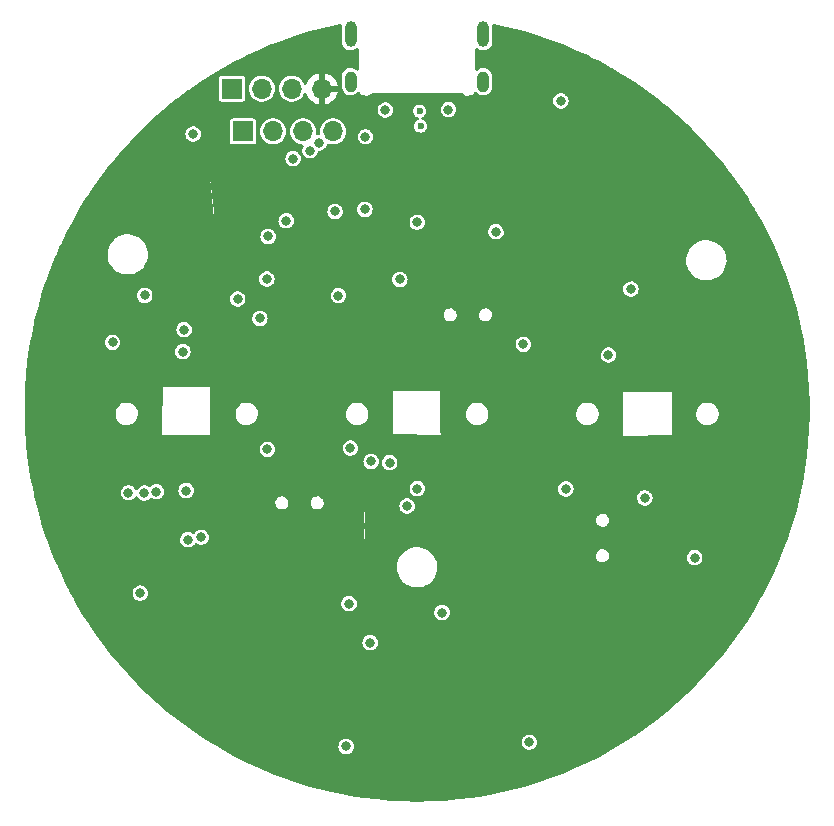
<source format=gbr>
%TF.GenerationSoftware,KiCad,Pcbnew,(7.0.0-0)*%
%TF.CreationDate,2023-03-26T23:48:35-05:00*%
%TF.ProjectId,RP2040_minimal,52503230-3430-45f6-9d69-6e696d616c2e,REV1*%
%TF.SameCoordinates,Original*%
%TF.FileFunction,Copper,L2,Inr*%
%TF.FilePolarity,Positive*%
%FSLAX46Y46*%
G04 Gerber Fmt 4.6, Leading zero omitted, Abs format (unit mm)*
G04 Created by KiCad (PCBNEW (7.0.0-0)) date 2023-03-26 23:48:35*
%MOMM*%
%LPD*%
G01*
G04 APERTURE LIST*
%TA.AperFunction,ComponentPad*%
%ADD10O,1.000000X1.800000*%
%TD*%
%TA.AperFunction,ComponentPad*%
%ADD11O,1.000000X2.200000*%
%TD*%
%TA.AperFunction,ComponentPad*%
%ADD12R,1.700000X1.700000*%
%TD*%
%TA.AperFunction,ComponentPad*%
%ADD13O,1.700000X1.700000*%
%TD*%
%TA.AperFunction,ViaPad*%
%ADD14C,0.800000*%
%TD*%
%TA.AperFunction,ViaPad*%
%ADD15C,0.600000*%
%TD*%
G04 APERTURE END LIST*
D10*
%TO.N,unconnected-(P1-SHIELD-PadS1)*%
%TO.C,P1*%
X5619999Y28119999D03*
D11*
X5619999Y32119999D03*
D10*
X-5619999Y28119999D03*
D11*
X-5619999Y32119999D03*
%TD*%
D12*
%TO.N,VDD*%
%TO.C,J2*%
X-15679999Y27524999D03*
D13*
%TO.N,USART1_RX*%
X-13139999Y27524999D03*
%TO.N,USART1_TX*%
X-10599999Y27524999D03*
%TO.N,GND*%
X-8059999Y27524999D03*
%TD*%
D12*
%TO.N,NRST*%
%TO.C,J1*%
X-14739999Y23909999D03*
D13*
%TO.N,SWDIO*%
X-12199999Y23909999D03*
%TO.N,SWCLK*%
X-9659999Y23909999D03*
%TO.N,SWO*%
X-7119999Y23909999D03*
%TD*%
D14*
%TO.N,GND*%
X7636762Y15707155D03*
X8210000Y-2330000D03*
X-21580000Y-2510000D03*
X24300000Y4850000D03*
X-27730000Y6100000D03*
X24594000Y-13234000D03*
X-24400000Y-13120000D03*
X-16040000Y13390000D03*
X-4340000Y4971041D03*
X6120000Y-2350000D03*
X25030000Y-1610000D03*
X-28110000Y3410000D03*
X13105000Y11950000D03*
X25030000Y-2860000D03*
X15490000Y8830000D03*
X-11470000Y4950000D03*
X4300000Y-4460000D03*
X-5740000Y1920000D03*
X-15440000Y4370000D03*
X-22070000Y-4030000D03*
X17310000Y7310000D03*
X15965000Y25600000D03*
X16810000Y-20000D03*
X21060000Y3710000D03*
X-6528000Y-8458000D03*
X-4120000Y25800000D03*
X-21768000Y18974000D03*
X9780000Y-2490000D03*
X11470000Y-2490000D03*
X-4880000Y-11120000D03*
X14400000Y6820000D03*
X21480000Y-5480000D03*
X5410000Y12370000D03*
X-20370000Y12250000D03*
X-18100000Y18825000D03*
X-21760000Y12300000D03*
X-17840000Y24240000D03*
X-2210000Y-17094000D03*
X-12009550Y22320349D03*
X8442500Y-6170000D03*
X23640000Y2370000D03*
X8662500Y-13920000D03*
X-14148000Y-6426000D03*
X3812000Y-18110000D03*
X17090000Y-2510000D03*
X-10660000Y6710000D03*
X584000Y12116000D03*
X-130000Y4950000D03*
X-15310000Y3100000D03*
X584000Y11100000D03*
X-7810000Y840000D03*
X13020000Y-2490000D03*
X2350000Y-2132250D03*
X-80000Y6100000D03*
X-3960000Y-5060000D03*
X-13840000Y1530000D03*
X-15950000Y-6930000D03*
X-26610000Y7230000D03*
X-10650000Y2980000D03*
X-10320000Y10630000D03*
X-21865000Y14980000D03*
X-23546000Y18720000D03*
X470000Y8390000D03*
X13290000Y9870000D03*
X-4530000Y1970000D03*
X-1830000Y19950000D03*
X24930000Y-4180000D03*
X-28090000Y-1860000D03*
X-4010000Y3570000D03*
X910000Y-2370000D03*
X-16660000Y16949500D03*
X-21930000Y16190000D03*
X11870000Y-4460000D03*
X14620433Y24129487D03*
X-17100000Y-3750000D03*
X-14140000Y4710000D03*
X-16820000Y-2780000D03*
X-15164000Y-10744000D03*
X-15930000Y-8240000D03*
X9878813Y14152813D03*
X7080000Y-4580000D03*
X-22911353Y19355354D03*
X-19914502Y22170023D03*
X17995000Y11620000D03*
X5664000Y11100000D03*
X-17700000Y17195000D03*
X-12080000Y-22270000D03*
X-11290000Y-10360000D03*
X18270000Y-2450000D03*
X12482500Y-11850000D03*
X14770000Y-4520000D03*
X19450000Y16280000D03*
X-3350000Y1910000D03*
X-28160000Y-470000D03*
X-10700000Y5660000D03*
X22380000Y3670000D03*
X24940000Y3740000D03*
X-27940000Y-3120000D03*
X-3190000Y-11020000D03*
X-28160000Y870000D03*
X-1110000Y14970000D03*
X-4750000Y-9474000D03*
X-17680000Y14420000D03*
X3020000Y2450000D03*
X-23700000Y-4930000D03*
X21160000Y6610000D03*
X10670000Y1610000D03*
X-15940000Y-9470000D03*
X4489898Y26525534D03*
X7880000Y2620000D03*
X-4520741Y26532318D03*
X10998000Y10084000D03*
X14520000Y-2470000D03*
X3124000Y11100000D03*
X-13750000Y-12200000D03*
X-260000Y-2380000D03*
X-6528000Y-6426000D03*
X5380000Y15420000D03*
X1710450Y12333669D03*
X7950000Y12116000D03*
X1780000Y-5540000D03*
X-16170000Y20390000D03*
X-2040000Y-2370000D03*
X-23380000Y-1210000D03*
X-14890000Y-2050000D03*
X820000Y3710000D03*
X22310000Y-2200000D03*
X8820000Y15810000D03*
X-13390000Y6810000D03*
X-12670000Y-12610000D03*
X5132500Y-13930000D03*
X10580000Y-4480000D03*
X-16550000Y2100000D03*
X-22690000Y6920000D03*
X-24308000Y17958000D03*
X-8665000Y-25270000D03*
X-2920000Y-6230000D03*
X-130000Y-25396000D03*
X22682000Y-4902000D03*
X14490000Y9370000D03*
X5580000Y-4540000D03*
X16500000Y17590000D03*
X-18690000Y-2640000D03*
X1985023Y24275023D03*
X-4320000Y11640000D03*
X-2740000Y24140000D03*
X-12700000Y4880000D03*
X-28100000Y4830000D03*
X-40000Y7490000D03*
X3910000Y3850000D03*
X4140000Y12370000D03*
X-3050000Y-9930000D03*
X-16270000Y-4360000D03*
X6426000Y-24968000D03*
X-21990000Y4100000D03*
X6680000Y12370000D03*
X-25760000Y-4930000D03*
X-6970000Y4490000D03*
X2240000Y16220000D03*
X5780000Y4120000D03*
X18350000Y6640000D03*
X9257500Y26630000D03*
X-2433957Y9606043D03*
X-2410000Y3650000D03*
X-20340000Y4170000D03*
X-17050000Y4400000D03*
X-7770000Y-12700000D03*
X-6900000Y5710000D03*
X-25324000Y16942000D03*
X4760000Y-2390000D03*
X12522000Y8560000D03*
X-17150000Y13360000D03*
X-20150000Y-2600000D03*
X-17720000Y-5390000D03*
X-23500000Y1590000D03*
X23820000Y-2350000D03*
X-27710000Y-4280000D03*
X7062500Y-7900000D03*
X-23510000Y2710000D03*
X-3734000Y-12014000D03*
X19810000Y-11178000D03*
X19600000Y6610000D03*
X9320000Y1640000D03*
X-21930000Y17450000D03*
X3800000Y25970000D03*
X17430000Y3730000D03*
X-28140000Y2140000D03*
X-23400000Y-2420000D03*
X22580000Y6530000D03*
X-25350000Y7380000D03*
X13560000Y7660000D03*
X9230000Y11330000D03*
X2870000Y12370000D03*
X-9140000Y-12740000D03*
X-21280000Y6759500D03*
X15780000Y-4320000D03*
X16370000Y7980000D03*
X-20130000Y-12060000D03*
X-11500000Y-2000000D03*
X2940000Y-4420000D03*
X12850000Y5980000D03*
X584000Y9830000D03*
X-24106981Y7019500D03*
X-12940000Y-1990000D03*
X-21870000Y13750000D03*
X9930000Y22575000D03*
X-3910000Y6741041D03*
X-15970000Y-5670000D03*
X-19850000Y20340000D03*
X7180000Y3630000D03*
X-720000Y3730000D03*
X-3730000Y-27240000D03*
X23480000Y3670000D03*
X-12980000Y2440000D03*
X-6320000Y-12800000D03*
X24940000Y2670000D03*
X23540000Y5610000D03*
X-22925000Y11550000D03*
X-4830000Y-12750000D03*
X-15890000Y-310000D03*
X-11590000Y-12690000D03*
X-19190000Y8690000D03*
X-3080000Y-7320000D03*
X-6770000Y1890000D03*
X-22790000Y8919500D03*
X16010000Y-2510000D03*
X-3110000Y-8540000D03*
X19220000Y3770000D03*
X19450000Y17390000D03*
X4570000Y23140000D03*
X11105001Y-26694999D03*
X-22220000Y30000D03*
X-18540000Y4250000D03*
X-21080000Y13220000D03*
X-21950000Y20300000D03*
X-7950000Y2470000D03*
X24980000Y1590000D03*
X-19080000Y12320000D03*
X23800000Y-4660000D03*
X-23500000Y3940000D03*
X-12000000Y2910000D03*
X-13750000Y-10720000D03*
X11910000Y-22240000D03*
X-13640000Y-9220000D03*
X14320000Y1730000D03*
X-4750000Y-7188000D03*
X15990000Y3750000D03*
X12380000Y1640000D03*
X-5520000Y3590000D03*
X-10440000Y-12690000D03*
X-21006000Y20140498D03*
X-25832000Y15926000D03*
X16450000Y16420000D03*
X-6970000Y6910000D03*
%TO.N,VBUS*%
X2650000Y25750000D03*
X-2690000Y25720000D03*
%TO.N,BUTT0*%
X-24438957Y-6688957D03*
X-25790000Y6050000D03*
X-12720000Y11410000D03*
%TO.N,+5V*%
X18100000Y10570000D03*
X10000Y-6340000D03*
X-18960000Y23690000D03*
X-19550000Y-6500000D03*
X9500000Y-27810000D03*
X10353Y16219646D03*
X23500000Y-12180000D03*
X-23440000Y-15190000D03*
X-6010000Y-28170000D03*
X-23060000Y10020000D03*
X12170000Y26490000D03*
X2108000Y-16827500D03*
X19280000Y-7120000D03*
D15*
%TO.N,USB_D+*%
X210000Y25640000D03*
X303779Y24365500D03*
D14*
%TO.N,BOOT0*%
X-10500000Y21600000D03*
%TO.N,BUTT1*%
X-15190000Y9720000D03*
X-23090000Y-6720000D03*
X-3975000Y-19380000D03*
X-19730000Y7120000D03*
X-19404692Y-10664692D03*
%TO.N,BUTT2*%
X-19830000Y5260500D03*
X-5766000Y-16078000D03*
X-18280000Y-10450000D03*
X-13310000Y8070000D03*
X-22070000Y-6600000D03*
%TO.N,NRST*%
X-12610000Y15010000D03*
%TO.N,BOOT1*%
X-1460000Y11380000D03*
X-6659851Y10007294D03*
%TO.N,Net-(D2-DIN)*%
X6680000Y15418000D03*
%TO.N,VDD*%
X-11087500Y16342500D03*
X-6950000Y17130000D03*
%TO.N,SWDIO*%
X-4370000Y23450000D03*
X-4430000Y17310000D03*
%TO.N,USART1_RX*%
X-9068380Y22282525D03*
%TO.N,USART1_TX*%
X-8307499Y22930649D03*
%TO.N,V_test*%
X12600000Y-6360000D03*
X-5650000Y-2910000D03*
X8990000Y5880000D03*
X16200000Y4970000D03*
X-850000Y-7820000D03*
X-2320000Y-4140000D03*
%TO.N,+4V4*%
X-12680000Y-3010000D03*
X-3890000Y-4030000D03*
%TD*%
%TA.AperFunction,Conductor*%
%TO.N,GND*%
G36*
X-6520000Y3970000D02*
G01*
X1820000Y4130000D01*
X2710000Y4250000D01*
X24470000Y4280000D01*
X24519113Y949212D01*
X24393931Y936481D01*
X24393928Y936481D01*
X24387679Y935845D01*
X24381681Y933964D01*
X24381680Y933963D01*
X24209235Y879858D01*
X24209230Y879857D01*
X24203232Y877974D01*
X24197736Y874924D01*
X24197730Y874921D01*
X24039708Y787212D01*
X24039702Y787208D01*
X24034209Y784159D01*
X24029444Y780070D01*
X24029439Y780065D01*
X23892300Y662334D01*
X23892295Y662330D01*
X23887532Y658240D01*
X23883689Y653276D01*
X23883682Y653268D01*
X23773057Y510351D01*
X23769204Y505373D01*
X23766436Y499732D01*
X23766432Y499724D01*
X23686840Y337464D01*
X23684070Y331816D01*
X23682493Y325727D01*
X23682492Y325723D01*
X23658552Y233260D01*
X23635615Y144674D01*
X23635296Y138394D01*
X23635296Y138390D01*
X23626142Y-42108D01*
X23626142Y-42113D01*
X23625824Y-48390D01*
X23626775Y-54602D01*
X23626776Y-54608D01*
X23654144Y-233259D01*
X23654146Y-233267D01*
X23655097Y-239474D01*
X23657278Y-245364D01*
X23657280Y-245370D01*
X23687040Y-325722D01*
X23722236Y-420753D01*
X23725562Y-426089D01*
X23725564Y-426093D01*
X23778081Y-510350D01*
X23824491Y-584807D01*
X23957677Y-724919D01*
X24116342Y-835353D01*
X24293988Y-911587D01*
X24483344Y-950500D01*
X24489632Y-950500D01*
X24547125Y-950500D01*
X24580000Y-3180000D01*
X-4434168Y-3251520D01*
X-4432000Y-2402000D01*
X-5224609Y-2417804D01*
X-5277760Y-2370717D01*
X-5284405Y-2367229D01*
X-5284407Y-2367228D01*
X-5410994Y-2300789D01*
X-5410998Y-2300787D01*
X-5417635Y-2297304D01*
X-5424913Y-2295510D01*
X-5424916Y-2295509D01*
X-5563733Y-2261294D01*
X-5563740Y-2261293D01*
X-5571015Y-2259500D01*
X-5728985Y-2259500D01*
X-5736260Y-2261292D01*
X-5736268Y-2261294D01*
X-5875085Y-2295509D01*
X-5875091Y-2295510D01*
X-5882365Y-2297304D01*
X-5889000Y-2300786D01*
X-5889007Y-2300789D01*
X-6015594Y-2367228D01*
X-6015600Y-2367231D01*
X-6022240Y-2370717D01*
X-6027852Y-2375687D01*
X-6027857Y-2375692D01*
X-6094984Y-2435160D01*
X-12210252Y-2557101D01*
X-12307760Y-2470717D01*
X-12314405Y-2467229D01*
X-12314407Y-2467228D01*
X-12440994Y-2400789D01*
X-12440998Y-2400787D01*
X-12447635Y-2397304D01*
X-12454913Y-2395510D01*
X-12454916Y-2395509D01*
X-12593733Y-2361294D01*
X-12593740Y-2361293D01*
X-12601015Y-2359500D01*
X-12758985Y-2359500D01*
X-12766260Y-2361292D01*
X-12766268Y-2361294D01*
X-12905085Y-2395509D01*
X-12905091Y-2395510D01*
X-12912365Y-2397304D01*
X-12919000Y-2400786D01*
X-12919007Y-2400789D01*
X-13045594Y-2467228D01*
X-13045600Y-2467231D01*
X-13052240Y-2470717D01*
X-13057852Y-2475687D01*
X-13057857Y-2475692D01*
X-13164873Y-2570499D01*
X-13164878Y-2570503D01*
X-13170483Y-2575470D01*
X-13171028Y-2576259D01*
X-15164000Y-2616000D01*
X-15110019Y-3277838D01*
X-24100000Y-3300000D01*
X-24113732Y-1779696D01*
X-21567165Y-1779696D01*
X-17537165Y-1799696D01*
X-17536928Y-1713145D01*
X-2049667Y-1713145D01*
X2000000Y-1760000D01*
X1950874Y-1347349D01*
X1950006Y-1332591D01*
X1950014Y-1322913D01*
X1950368Y-886867D01*
X1950370Y-886510D01*
X1956335Y-48390D01*
X4125824Y-48390D01*
X4126775Y-54602D01*
X4126776Y-54608D01*
X4154144Y-233259D01*
X4154146Y-233267D01*
X4155097Y-239474D01*
X4157278Y-245364D01*
X4157280Y-245370D01*
X4187040Y-325722D01*
X4222236Y-420753D01*
X4225562Y-426089D01*
X4225564Y-426093D01*
X4278081Y-510350D01*
X4324491Y-584807D01*
X4457677Y-724919D01*
X4616342Y-835353D01*
X4793988Y-911587D01*
X4983344Y-950500D01*
X5125064Y-950500D01*
X5128206Y-950500D01*
X5272321Y-935845D01*
X5456768Y-877974D01*
X5625791Y-784159D01*
X5772468Y-658240D01*
X5890796Y-505373D01*
X5975930Y-331816D01*
X6024385Y-144674D01*
X6029268Y-48390D01*
X13465824Y-48390D01*
X13466775Y-54602D01*
X13466776Y-54608D01*
X13494144Y-233259D01*
X13494146Y-233267D01*
X13495097Y-239474D01*
X13497278Y-245364D01*
X13497280Y-245370D01*
X13527040Y-325722D01*
X13562236Y-420753D01*
X13565562Y-426089D01*
X13565564Y-426093D01*
X13618081Y-510350D01*
X13664491Y-584807D01*
X13797677Y-724919D01*
X13956342Y-835353D01*
X14133988Y-911587D01*
X14323344Y-950500D01*
X14465064Y-950500D01*
X14468206Y-950500D01*
X14612321Y-935845D01*
X14796768Y-877974D01*
X14965791Y-784159D01*
X15112468Y-658240D01*
X15230796Y-505373D01*
X15315930Y-331816D01*
X15364385Y-144674D01*
X15374176Y48390D01*
X15344903Y239474D01*
X15277764Y420753D01*
X15225020Y505373D01*
X15178835Y579471D01*
X15178834Y579472D01*
X15175509Y584807D01*
X15042323Y724919D01*
X14883658Y835353D01*
X14877884Y837831D01*
X14877882Y837832D01*
X14711786Y909109D01*
X14711787Y909109D01*
X14706012Y911587D01*
X14699858Y912852D01*
X14699857Y912852D01*
X14522814Y949235D01*
X14522809Y949236D01*
X14516656Y950500D01*
X14371794Y950500D01*
X14368683Y950184D01*
X14368670Y950183D01*
X14233931Y936481D01*
X14233928Y936481D01*
X14227679Y935845D01*
X14221681Y933964D01*
X14221680Y933963D01*
X14049235Y879858D01*
X14049230Y879857D01*
X14043232Y877974D01*
X14037736Y874924D01*
X14037730Y874921D01*
X13879708Y787212D01*
X13879702Y787208D01*
X13874209Y784159D01*
X13869444Y780070D01*
X13869439Y780065D01*
X13732300Y662334D01*
X13732295Y662330D01*
X13727532Y658240D01*
X13723689Y653276D01*
X13723682Y653268D01*
X13613057Y510351D01*
X13609204Y505373D01*
X13606436Y499732D01*
X13606432Y499724D01*
X13526840Y337464D01*
X13524070Y331816D01*
X13522493Y325727D01*
X13522492Y325723D01*
X13498552Y233260D01*
X13475615Y144674D01*
X13475296Y138394D01*
X13475296Y138390D01*
X13466142Y-42108D01*
X13466142Y-42113D01*
X13465824Y-48390D01*
X6029268Y-48390D01*
X6034176Y48390D01*
X6004903Y239474D01*
X5937764Y420753D01*
X5885020Y505373D01*
X5838835Y579471D01*
X5838834Y579472D01*
X5835509Y584807D01*
X5702323Y724919D01*
X5543658Y835353D01*
X5537884Y837831D01*
X5537882Y837832D01*
X5371786Y909109D01*
X5371787Y909109D01*
X5366012Y911587D01*
X5359858Y912852D01*
X5359857Y912852D01*
X5182814Y949235D01*
X5182809Y949236D01*
X5176656Y950500D01*
X5031794Y950500D01*
X5028683Y950184D01*
X5028670Y950183D01*
X4893931Y936481D01*
X4893928Y936481D01*
X4887679Y935845D01*
X4881681Y933964D01*
X4881680Y933963D01*
X4709235Y879858D01*
X4709230Y879857D01*
X4703232Y877974D01*
X4697736Y874924D01*
X4697730Y874921D01*
X4539708Y787212D01*
X4539702Y787208D01*
X4534209Y784159D01*
X4529444Y780070D01*
X4529439Y780065D01*
X4392300Y662334D01*
X4392295Y662330D01*
X4387532Y658240D01*
X4383689Y653276D01*
X4383682Y653268D01*
X4273057Y510351D01*
X4269204Y505373D01*
X4266436Y499732D01*
X4266432Y499724D01*
X4186840Y337464D01*
X4184070Y331816D01*
X4182493Y325727D01*
X4182492Y325723D01*
X4158552Y233260D01*
X4135615Y144674D01*
X4135296Y138394D01*
X4135296Y138390D01*
X4126142Y-42108D01*
X4126142Y-42113D01*
X4125824Y-48390D01*
X1956335Y-48390D01*
X1969989Y1870000D01*
X17390000Y1870000D01*
X17390043Y1853934D01*
X17390043Y1853933D01*
X17399991Y-1847091D01*
X17399991Y-1847093D01*
X17400036Y-1863537D01*
X21560036Y-1803537D01*
X21580036Y1866463D01*
X21563655Y1866463D01*
X17671560Y1866463D01*
X17644697Y1869408D01*
X17643706Y1869628D01*
X17630036Y1876463D01*
X17614758Y1876052D01*
X17406064Y1870433D01*
X17406062Y1870433D01*
X17390000Y1870000D01*
X1969989Y1870000D01*
X1970369Y1923318D01*
X1953942Y1923277D01*
X-2003421Y1913359D01*
X-2003423Y1913359D01*
X-2019631Y1913318D01*
X-2019766Y1897110D01*
X-2019766Y1897107D01*
X-2049533Y-1696857D01*
X-2049533Y-1696860D01*
X-2049667Y-1713145D01*
X-17536928Y-1713145D01*
X-17532367Y-48390D01*
X-15374176Y-48390D01*
X-15373225Y-54602D01*
X-15373224Y-54608D01*
X-15345856Y-233259D01*
X-15345854Y-233267D01*
X-15344903Y-239474D01*
X-15342722Y-245364D01*
X-15342720Y-245370D01*
X-15312960Y-325722D01*
X-15277764Y-420753D01*
X-15274438Y-426089D01*
X-15274436Y-426093D01*
X-15221919Y-510350D01*
X-15175509Y-584807D01*
X-15042323Y-724919D01*
X-14883658Y-835353D01*
X-14706012Y-911587D01*
X-14516656Y-950500D01*
X-14374936Y-950500D01*
X-14371794Y-950500D01*
X-14227679Y-935845D01*
X-14043232Y-877974D01*
X-13874209Y-784159D01*
X-13727532Y-658240D01*
X-13609204Y-505373D01*
X-13524070Y-331816D01*
X-13475615Y-144674D01*
X-13470732Y-48390D01*
X-6034176Y-48390D01*
X-6033225Y-54602D01*
X-6033224Y-54608D01*
X-6005856Y-233259D01*
X-6005854Y-233267D01*
X-6004903Y-239474D01*
X-6002722Y-245364D01*
X-6002720Y-245370D01*
X-5972960Y-325722D01*
X-5937764Y-420753D01*
X-5934438Y-426089D01*
X-5934436Y-426093D01*
X-5881919Y-510350D01*
X-5835509Y-584807D01*
X-5702323Y-724919D01*
X-5543658Y-835353D01*
X-5366012Y-911587D01*
X-5176656Y-950500D01*
X-5034936Y-950500D01*
X-5031794Y-950500D01*
X-4887679Y-935845D01*
X-4703232Y-877974D01*
X-4534209Y-784159D01*
X-4387532Y-658240D01*
X-4269204Y-505373D01*
X-4184070Y-331816D01*
X-4135615Y-144674D01*
X-4125824Y48390D01*
X-4155097Y239474D01*
X-4222236Y420753D01*
X-4274980Y505373D01*
X-4321165Y579471D01*
X-4321166Y579472D01*
X-4324491Y584807D01*
X-4457677Y724919D01*
X-4616342Y835353D01*
X-4622116Y837831D01*
X-4622118Y837832D01*
X-4788214Y909109D01*
X-4788213Y909109D01*
X-4793988Y911587D01*
X-4800142Y912852D01*
X-4800143Y912852D01*
X-4977186Y949235D01*
X-4977191Y949236D01*
X-4983344Y950500D01*
X-5128206Y950500D01*
X-5131317Y950184D01*
X-5131330Y950183D01*
X-5266069Y936481D01*
X-5266072Y936481D01*
X-5272321Y935845D01*
X-5278319Y933964D01*
X-5278320Y933963D01*
X-5450765Y879858D01*
X-5450770Y879857D01*
X-5456768Y877974D01*
X-5462264Y874924D01*
X-5462270Y874921D01*
X-5620292Y787212D01*
X-5620298Y787208D01*
X-5625791Y784159D01*
X-5630556Y780070D01*
X-5630561Y780065D01*
X-5767700Y662334D01*
X-5767705Y662330D01*
X-5772468Y658240D01*
X-5776311Y653276D01*
X-5776318Y653268D01*
X-5886943Y510351D01*
X-5890796Y505373D01*
X-5893564Y499732D01*
X-5893568Y499724D01*
X-5973160Y337464D01*
X-5975930Y331816D01*
X-5977507Y325727D01*
X-5977508Y325723D01*
X-6001448Y233260D01*
X-6024385Y144674D01*
X-6024704Y138394D01*
X-6024704Y138390D01*
X-6033858Y-42108D01*
X-6033858Y-42113D01*
X-6034176Y-48390D01*
X-13470732Y-48390D01*
X-13465824Y48390D01*
X-13495097Y239474D01*
X-13562236Y420753D01*
X-13614980Y505373D01*
X-13661165Y579471D01*
X-13661166Y579472D01*
X-13664491Y584807D01*
X-13797677Y724919D01*
X-13956342Y835353D01*
X-13962116Y837831D01*
X-13962118Y837832D01*
X-14128214Y909109D01*
X-14128213Y909109D01*
X-14133988Y911587D01*
X-14140142Y912852D01*
X-14140143Y912852D01*
X-14317186Y949235D01*
X-14317191Y949236D01*
X-14323344Y950500D01*
X-14468206Y950500D01*
X-14471317Y950184D01*
X-14471330Y950183D01*
X-14606069Y936481D01*
X-14606072Y936481D01*
X-14612321Y935845D01*
X-14618319Y933964D01*
X-14618320Y933963D01*
X-14790765Y879858D01*
X-14790770Y879857D01*
X-14796768Y877974D01*
X-14802264Y874924D01*
X-14802270Y874921D01*
X-14960292Y787212D01*
X-14960298Y787208D01*
X-14965791Y784159D01*
X-14970556Y780070D01*
X-14970561Y780065D01*
X-15107700Y662334D01*
X-15107705Y662330D01*
X-15112468Y658240D01*
X-15116311Y653276D01*
X-15116318Y653268D01*
X-15226943Y510351D01*
X-15230796Y505373D01*
X-15233564Y499732D01*
X-15233568Y499724D01*
X-15313160Y337464D01*
X-15315930Y331816D01*
X-15317507Y325727D01*
X-15317508Y325723D01*
X-15341448Y233260D01*
X-15364385Y144674D01*
X-15364704Y138394D01*
X-15364704Y138390D01*
X-15373858Y-42108D01*
X-15373858Y-42113D01*
X-15374176Y-48390D01*
X-17532367Y-48390D01*
X-17530078Y787212D01*
X-17527199Y1837761D01*
X-17527165Y1840304D01*
X-17517165Y2270304D01*
X-17533785Y2270222D01*
X-21530944Y2250385D01*
X-21530946Y2250385D01*
X-21547165Y2250304D01*
X-21547246Y2234085D01*
X-21547246Y2234083D01*
X-21562857Y-911587D01*
X-21567165Y-1779696D01*
X-24113732Y-1779696D01*
X-24122283Y-833043D01*
X-24034209Y-784159D01*
X-23887532Y-658240D01*
X-23769204Y-505373D01*
X-23684070Y-331816D01*
X-23635615Y-144674D01*
X-23625824Y48390D01*
X-23655097Y239474D01*
X-23722236Y420753D01*
X-23774980Y505373D01*
X-23821165Y579471D01*
X-23821166Y579472D01*
X-23824491Y584807D01*
X-23957677Y724919D01*
X-24116342Y835353D01*
X-24122116Y837831D01*
X-24122118Y837832D01*
X-24137434Y844405D01*
X-24170000Y4450000D01*
X-20231255Y4746921D01*
X-20207857Y4726193D01*
X-20202240Y4721217D01*
X-20062365Y4647804D01*
X-19908985Y4610000D01*
X-19758515Y4610000D01*
X-19751015Y4610000D01*
X-19597635Y4647804D01*
X-19457760Y4721217D01*
X-19354107Y4813046D01*
X-11170000Y5430000D01*
X-11160000Y7680000D01*
X-6530000Y7800000D01*
X-6520000Y3970000D01*
G37*
%TD.AperFunction*%
%TD*%
%TA.AperFunction,Conductor*%
%TO.N,GND*%
G36*
X-4435248Y-3674809D02*
G01*
X-4465957Y-3719300D01*
X-4465960Y-3719303D01*
X-4470220Y-3725477D01*
X-4526237Y-3873182D01*
X-4527141Y-3880622D01*
X-4527142Y-3880629D01*
X-4543930Y-4018896D01*
X-4545278Y-4030000D01*
X-4544374Y-4037445D01*
X-4527142Y-4179370D01*
X-4527141Y-4179375D01*
X-4526237Y-4186818D01*
X-4470220Y-4334523D01*
X-4465957Y-4340699D01*
X-4437054Y-4382573D01*
X-4457000Y-12200000D01*
X-14427000Y-11652000D01*
X-14758477Y-7587921D01*
X-12014381Y-7587921D01*
X-12012656Y-7596226D01*
X-12012655Y-7596228D01*
X-11985319Y-7727777D01*
X-11985318Y-7727780D01*
X-11983592Y-7736085D01*
X-11913971Y-7870447D01*
X-11908184Y-7876643D01*
X-11908182Y-7876646D01*
X-11816471Y-7974844D01*
X-11816469Y-7974845D01*
X-11810680Y-7981044D01*
X-11803434Y-7985450D01*
X-11803432Y-7985452D01*
X-11688626Y-8055267D01*
X-11681382Y-8059672D01*
X-11535665Y-8100500D01*
X-11426579Y-8100500D01*
X-11422342Y-8100500D01*
X-11310080Y-8085070D01*
X-11171280Y-8024780D01*
X-11053892Y-7929278D01*
X-10966623Y-7805647D01*
X-10915946Y-7663056D01*
X-10910807Y-7587921D01*
X-9014381Y-7587921D01*
X-9012656Y-7596226D01*
X-9012655Y-7596228D01*
X-8985319Y-7727777D01*
X-8985318Y-7727780D01*
X-8983592Y-7736085D01*
X-8913971Y-7870447D01*
X-8908184Y-7876643D01*
X-8908182Y-7876646D01*
X-8816471Y-7974844D01*
X-8816469Y-7974845D01*
X-8810680Y-7981044D01*
X-8803434Y-7985450D01*
X-8803432Y-7985452D01*
X-8688626Y-8055267D01*
X-8681382Y-8059672D01*
X-8535665Y-8100500D01*
X-8426579Y-8100500D01*
X-8422342Y-8100500D01*
X-8310080Y-8085070D01*
X-8171280Y-8024780D01*
X-8053892Y-7929278D01*
X-7966623Y-7805647D01*
X-7915946Y-7663056D01*
X-7905619Y-7512079D01*
X-7936408Y-7363915D01*
X-8006029Y-7229553D01*
X-8054504Y-7177649D01*
X-8103530Y-7125155D01*
X-8103533Y-7125153D01*
X-8109320Y-7118956D01*
X-8116566Y-7114550D01*
X-8116569Y-7114547D01*
X-8231375Y-7044732D01*
X-8231379Y-7044730D01*
X-8238618Y-7040328D01*
X-8246780Y-7038041D01*
X-8376171Y-7001787D01*
X-8376175Y-7001786D01*
X-8384335Y-6999500D01*
X-8497658Y-6999500D01*
X-8501842Y-7000075D01*
X-8501856Y-7000076D01*
X-8601515Y-7013774D01*
X-8601521Y-7013775D01*
X-8609920Y-7014930D01*
X-8617701Y-7018309D01*
X-8617702Y-7018310D01*
X-8740938Y-7071839D01*
X-8740943Y-7071841D01*
X-8748720Y-7075220D01*
X-8755298Y-7080571D01*
X-8755302Y-7080574D01*
X-8859530Y-7165370D01*
X-8859532Y-7165371D01*
X-8866108Y-7170722D01*
X-8870997Y-7177647D01*
X-8870998Y-7177649D01*
X-8903259Y-7223353D01*
X-8953377Y-7294353D01*
X-8956215Y-7302337D01*
X-8956218Y-7302344D01*
X-9001214Y-7428951D01*
X-9001216Y-7428955D01*
X-9004054Y-7436944D01*
X-9004633Y-7445403D01*
X-9004633Y-7445405D01*
X-9013803Y-7579457D01*
X-9013803Y-7579463D01*
X-9014381Y-7587921D01*
X-10910807Y-7587921D01*
X-10905619Y-7512079D01*
X-10936408Y-7363915D01*
X-11006029Y-7229553D01*
X-11054504Y-7177649D01*
X-11103530Y-7125155D01*
X-11103533Y-7125153D01*
X-11109320Y-7118956D01*
X-11116566Y-7114550D01*
X-11116569Y-7114547D01*
X-11231375Y-7044732D01*
X-11231379Y-7044730D01*
X-11238618Y-7040328D01*
X-11246780Y-7038041D01*
X-11376171Y-7001787D01*
X-11376175Y-7001786D01*
X-11384335Y-6999500D01*
X-11497658Y-6999500D01*
X-11501842Y-7000075D01*
X-11501856Y-7000076D01*
X-11601515Y-7013774D01*
X-11601521Y-7013775D01*
X-11609920Y-7014930D01*
X-11617701Y-7018309D01*
X-11617702Y-7018310D01*
X-11740938Y-7071839D01*
X-11740943Y-7071841D01*
X-11748720Y-7075220D01*
X-11755298Y-7080571D01*
X-11755302Y-7080574D01*
X-11859530Y-7165370D01*
X-11859532Y-7165371D01*
X-11866108Y-7170722D01*
X-11870997Y-7177647D01*
X-11870998Y-7177649D01*
X-11903259Y-7223353D01*
X-11953377Y-7294353D01*
X-11956215Y-7302337D01*
X-11956218Y-7302344D01*
X-12001214Y-7428951D01*
X-12001216Y-7428955D01*
X-12004054Y-7436944D01*
X-12004633Y-7445403D01*
X-12004633Y-7445405D01*
X-12013803Y-7579457D01*
X-12013803Y-7579463D01*
X-12014381Y-7587921D01*
X-14758477Y-7587921D01*
X-15164000Y-2616000D01*
X-13171028Y-2576259D01*
X-13174738Y-2581633D01*
X-13174743Y-2581640D01*
X-13255957Y-2699300D01*
X-13255960Y-2699303D01*
X-13260220Y-2705477D01*
X-13262880Y-2712488D01*
X-13262882Y-2712494D01*
X-13313577Y-2846167D01*
X-13316237Y-2853182D01*
X-13317141Y-2860622D01*
X-13317142Y-2860629D01*
X-13322232Y-2902555D01*
X-13335278Y-3010000D01*
X-13334374Y-3017445D01*
X-13317142Y-3159370D01*
X-13317141Y-3159375D01*
X-13316237Y-3166818D01*
X-13313578Y-3173831D01*
X-13313577Y-3173832D01*
X-13300807Y-3207505D01*
X-13260220Y-3314523D01*
X-13170483Y-3444530D01*
X-13052240Y-3549283D01*
X-12912365Y-3622696D01*
X-12758985Y-3660500D01*
X-12608515Y-3660500D01*
X-12601015Y-3660500D01*
X-12447635Y-3622696D01*
X-12307760Y-3549283D01*
X-12189517Y-3444530D01*
X-12099780Y-3314523D01*
X-12043763Y-3166818D01*
X-12024722Y-3010000D01*
X-12043763Y-2853182D01*
X-12099780Y-2705477D01*
X-12189517Y-2575470D01*
X-12195131Y-2570497D01*
X-12195133Y-2570494D01*
X-12210251Y-2557101D01*
X-6094984Y-2435160D01*
X-6134873Y-2470499D01*
X-6134878Y-2470503D01*
X-6140483Y-2475470D01*
X-6144738Y-2481634D01*
X-6144743Y-2481640D01*
X-6225957Y-2599300D01*
X-6225960Y-2599303D01*
X-6230220Y-2605477D01*
X-6232880Y-2612488D01*
X-6232882Y-2612494D01*
X-6283577Y-2746167D01*
X-6286237Y-2753182D01*
X-6287141Y-2760622D01*
X-6287142Y-2760629D01*
X-6303930Y-2898896D01*
X-6305278Y-2910000D01*
X-6304374Y-2917445D01*
X-6287142Y-3059370D01*
X-6287141Y-3059375D01*
X-6286237Y-3066818D01*
X-6230220Y-3214523D01*
X-6225957Y-3220699D01*
X-6156933Y-3320699D01*
X-6140483Y-3344530D01*
X-6022240Y-3449283D01*
X-5882365Y-3522696D01*
X-5728985Y-3560500D01*
X-5578515Y-3560500D01*
X-5571015Y-3560500D01*
X-5417635Y-3522696D01*
X-5277760Y-3449283D01*
X-5159517Y-3344530D01*
X-5069780Y-3214523D01*
X-5013763Y-3066818D01*
X-4994722Y-2910000D01*
X-5013763Y-2753182D01*
X-5069780Y-2605477D01*
X-5159517Y-2475470D01*
X-5224610Y-2417804D01*
X-4432000Y-2402000D01*
X-4435248Y-3674809D01*
G37*
%TD.AperFunction*%
%TD*%
%TA.AperFunction,Conductor*%
%TO.N,GND*%
G36*
X-17170000Y16500000D02*
G01*
X-18120000Y16590000D01*
X-18080000Y11880000D01*
X-22420000Y11830000D01*
X-22400000Y19625000D01*
X-17525000Y19975000D01*
X-17170000Y16500000D01*
G37*
%TD.AperFunction*%
%TD*%
%TA.AperFunction,Conductor*%
%TO.N,GND*%
G36*
X6841630Y32928140D02*
G01*
X6845759Y32927271D01*
X7960111Y32672643D01*
X7964226Y32671628D01*
X8751743Y32462838D01*
X9069137Y32378689D01*
X9073255Y32377521D01*
X10167407Y32046620D01*
X10171414Y32045332D01*
X11224882Y31686608D01*
X11253456Y31676878D01*
X11257486Y31675429D01*
X12326207Y31269835D01*
X12330144Y31268262D01*
X13384220Y30826029D01*
X13388064Y30824338D01*
X14426311Y30345960D01*
X14430094Y30344137D01*
X14803122Y30156392D01*
X15451127Y29830252D01*
X15454916Y29828263D01*
X15892438Y29588788D01*
X16457623Y29279437D01*
X16461324Y29277328D01*
X17274018Y28795327D01*
X17444483Y28694226D01*
X17448126Y28691979D01*
X18410552Y28075307D01*
X18414115Y28072936D01*
X19354666Y27423429D01*
X19358146Y27420937D01*
X20275767Y26739320D01*
X20279159Y26736708D01*
X20889003Y26250169D01*
X21169759Y26026179D01*
X21172670Y26023857D01*
X21175969Y26021131D01*
X22044372Y25277844D01*
X22047575Y25275005D01*
X22889784Y24502211D01*
X22892888Y24499263D01*
X23280022Y24118605D01*
X23698714Y23706917D01*
X23707950Y23697836D01*
X23710949Y23694782D01*
X24497838Y22865731D01*
X24500731Y22862577D01*
X25258556Y22006841D01*
X25261338Y22003588D01*
X25989171Y21122215D01*
X25991839Y21118868D01*
X26340328Y20665886D01*
X26580937Y20353130D01*
X26688818Y20212902D01*
X26691369Y20209465D01*
X27356664Y19279984D01*
X27359095Y19276461D01*
X27991918Y18324567D01*
X27994226Y18320962D01*
X28216316Y17960500D01*
X28593830Y17347775D01*
X28596000Y17344113D01*
X28624633Y17293833D01*
X29161653Y16350824D01*
X29163706Y16347069D01*
X29694728Y15334872D01*
X29696651Y15331048D01*
X30192427Y14301117D01*
X30194217Y14297229D01*
X30654163Y13250774D01*
X30655817Y13246826D01*
X31079359Y12185156D01*
X31080874Y12181158D01*
X31107156Y12108043D01*
X31467521Y11105504D01*
X31468899Y11101451D01*
X31818204Y10013054D01*
X31819442Y10008957D01*
X32130968Y8909177D01*
X32132063Y8905039D01*
X32405441Y7795178D01*
X32406393Y7791005D01*
X32612550Y6809301D01*
X32638294Y6686710D01*
X32641312Y6672341D01*
X32642119Y6668137D01*
X32838281Y5542069D01*
X32838943Y5537841D01*
X32996131Y4405625D01*
X32996646Y4401376D01*
X33114658Y3264467D01*
X33115027Y3260202D01*
X33193733Y2119848D01*
X33193954Y2115574D01*
X33233256Y973190D01*
X33233329Y968910D01*
X33233180Y-174117D01*
X33233106Y-178397D01*
X33193506Y-1320801D01*
X33193283Y-1325075D01*
X33114284Y-2465347D01*
X33113915Y-2469612D01*
X32995602Y-3606525D01*
X32995086Y-3610774D01*
X32837604Y-4742945D01*
X32836941Y-4747173D01*
X32640481Y-5873218D01*
X32639672Y-5877422D01*
X32404473Y-6995975D01*
X32403521Y-7000147D01*
X32129841Y-8109985D01*
X32128744Y-8114123D01*
X31816940Y-9213795D01*
X31815702Y-9217892D01*
X31466110Y-10306207D01*
X31464730Y-10310259D01*
X31077808Y-11385799D01*
X31076290Y-11389801D01*
X30652468Y-12451370D01*
X30650813Y-12455317D01*
X30190599Y-13501643D01*
X30188808Y-13505531D01*
X29692764Y-14535332D01*
X29690840Y-14539156D01*
X29159548Y-15551226D01*
X29157494Y-15554980D01*
X28591589Y-16548112D01*
X28589406Y-16551794D01*
X27989553Y-17524814D01*
X27987244Y-17528418D01*
X27354183Y-18480134D01*
X27351751Y-18483657D01*
X26686203Y-19412978D01*
X26683651Y-19416414D01*
X25986449Y-20322183D01*
X25983780Y-20325530D01*
X25255719Y-21206712D01*
X25252937Y-21209964D01*
X24494874Y-22065520D01*
X24491980Y-22068674D01*
X23704862Y-22897534D01*
X23701861Y-22900586D01*
X22886618Y-23701772D01*
X22883514Y-23704719D01*
X22041106Y-24477293D01*
X22037902Y-24480132D01*
X21169289Y-25223207D01*
X21165989Y-25225932D01*
X20272306Y-25938538D01*
X20268914Y-25941149D01*
X19351134Y-26622514D01*
X19347654Y-26625006D01*
X18406901Y-27274291D01*
X18403337Y-27276661D01*
X17440729Y-27893096D01*
X17437085Y-27895341D01*
X16453819Y-28478159D01*
X16450100Y-28480278D01*
X15447268Y-29028834D01*
X15443478Y-29030823D01*
X14422314Y-29544440D01*
X14418457Y-29546297D01*
X13380194Y-30024354D01*
X13376276Y-30026077D01*
X12322102Y-30468028D01*
X12318127Y-30469614D01*
X11249369Y-30874904D01*
X11245341Y-30876353D01*
X10163175Y-31244534D01*
X10159099Y-31245842D01*
X9064922Y-31576440D01*
X9060804Y-31577607D01*
X7955871Y-31870243D01*
X7951715Y-31871268D01*
X6837299Y-32125605D01*
X6833111Y-32126485D01*
X5710598Y-32342204D01*
X5706381Y-32342939D01*
X4577094Y-32519788D01*
X4572854Y-32520377D01*
X3438160Y-32658143D01*
X3433903Y-32658586D01*
X2295084Y-32757111D01*
X2290814Y-32757406D01*
X1149312Y-32816566D01*
X1145034Y-32816714D01*
X2148Y-32836443D01*
X-2132Y-32836443D01*
X-1145019Y-32816714D01*
X-1149297Y-32816566D01*
X-2290799Y-32757407D01*
X-2295069Y-32757112D01*
X-3433888Y-32658587D01*
X-3438145Y-32658144D01*
X-4572839Y-32520378D01*
X-4577079Y-32519789D01*
X-5706371Y-32342940D01*
X-5710580Y-32342206D01*
X-6360149Y-32217375D01*
X-6833090Y-32126488D01*
X-6837278Y-32125608D01*
X-7951700Y-31871270D01*
X-7955856Y-31870245D01*
X-9060789Y-31577609D01*
X-9064907Y-31576442D01*
X-10159084Y-31245845D01*
X-10163160Y-31244537D01*
X-11245326Y-30876356D01*
X-11249354Y-30874907D01*
X-12318113Y-30469617D01*
X-12322088Y-30468031D01*
X-13376262Y-30026080D01*
X-13380180Y-30024357D01*
X-14418442Y-29546300D01*
X-14422299Y-29544443D01*
X-15443464Y-29030827D01*
X-15447254Y-29028838D01*
X-16450086Y-28480282D01*
X-16453805Y-28478163D01*
X-16973703Y-28170000D01*
X-6665278Y-28170000D01*
X-6664374Y-28177445D01*
X-6647142Y-28319370D01*
X-6647141Y-28319375D01*
X-6646237Y-28326818D01*
X-6643578Y-28333831D01*
X-6643577Y-28333832D01*
X-6595539Y-28460500D01*
X-6590220Y-28474523D01*
X-6500483Y-28604530D01*
X-6382240Y-28709283D01*
X-6242365Y-28782696D01*
X-6088985Y-28820500D01*
X-5938515Y-28820500D01*
X-5931015Y-28820500D01*
X-5777635Y-28782696D01*
X-5637760Y-28709283D01*
X-5519517Y-28604530D01*
X-5429780Y-28474523D01*
X-5373763Y-28326818D01*
X-5354722Y-28170000D01*
X-5373763Y-28013182D01*
X-5429780Y-27865477D01*
X-5468073Y-27810000D01*
X8844722Y-27810000D01*
X8845626Y-27817445D01*
X8862858Y-27959370D01*
X8862859Y-27959375D01*
X8863763Y-27966818D01*
X8866422Y-27973831D01*
X8866423Y-27973832D01*
X8881346Y-28013182D01*
X8919780Y-28114523D01*
X8924043Y-28120699D01*
X8990413Y-28216854D01*
X9009517Y-28244530D01*
X9127760Y-28349283D01*
X9267635Y-28422696D01*
X9421015Y-28460500D01*
X9571485Y-28460500D01*
X9578985Y-28460500D01*
X9732365Y-28422696D01*
X9872240Y-28349283D01*
X9990483Y-28244530D01*
X10080220Y-28114523D01*
X10136237Y-27966818D01*
X10155278Y-27810000D01*
X10136237Y-27653182D01*
X10080220Y-27505477D01*
X9990483Y-27375470D01*
X9878954Y-27276665D01*
X9877856Y-27275692D01*
X9877854Y-27275690D01*
X9872240Y-27270717D01*
X9865595Y-27267229D01*
X9865593Y-27267228D01*
X9739006Y-27200789D01*
X9739002Y-27200787D01*
X9732365Y-27197304D01*
X9725087Y-27195510D01*
X9725084Y-27195509D01*
X9586267Y-27161294D01*
X9586260Y-27161293D01*
X9578985Y-27159500D01*
X9421015Y-27159500D01*
X9413740Y-27161292D01*
X9413732Y-27161294D01*
X9274915Y-27195509D01*
X9274909Y-27195510D01*
X9267635Y-27197304D01*
X9261000Y-27200786D01*
X9260993Y-27200789D01*
X9134406Y-27267228D01*
X9134400Y-27267231D01*
X9127760Y-27270717D01*
X9122148Y-27275687D01*
X9122143Y-27275692D01*
X9015127Y-27370499D01*
X9015122Y-27370503D01*
X9009517Y-27375470D01*
X9005262Y-27381634D01*
X9005257Y-27381640D01*
X8924043Y-27499300D01*
X8924040Y-27499303D01*
X8919780Y-27505477D01*
X8917120Y-27512488D01*
X8917118Y-27512494D01*
X8870396Y-27635692D01*
X8863763Y-27653182D01*
X8862859Y-27660622D01*
X8862858Y-27660629D01*
X8853022Y-27741640D01*
X8844722Y-27810000D01*
X-5468073Y-27810000D01*
X-5519517Y-27735470D01*
X-5637760Y-27630717D01*
X-5644405Y-27627229D01*
X-5644407Y-27627228D01*
X-5770994Y-27560789D01*
X-5770998Y-27560787D01*
X-5777635Y-27557304D01*
X-5784913Y-27555510D01*
X-5784916Y-27555509D01*
X-5923733Y-27521294D01*
X-5923740Y-27521293D01*
X-5931015Y-27519500D01*
X-6088985Y-27519500D01*
X-6096260Y-27521292D01*
X-6096268Y-27521294D01*
X-6235085Y-27555509D01*
X-6235091Y-27555510D01*
X-6242365Y-27557304D01*
X-6249000Y-27560786D01*
X-6249007Y-27560789D01*
X-6375594Y-27627228D01*
X-6375600Y-27627231D01*
X-6382240Y-27630717D01*
X-6387852Y-27635687D01*
X-6387857Y-27635692D01*
X-6494873Y-27730499D01*
X-6494878Y-27730503D01*
X-6500483Y-27735470D01*
X-6504738Y-27741634D01*
X-6504743Y-27741640D01*
X-6585957Y-27859300D01*
X-6585960Y-27859303D01*
X-6590220Y-27865477D01*
X-6592880Y-27872488D01*
X-6592882Y-27872494D01*
X-6631314Y-27973832D01*
X-6646237Y-28013182D01*
X-6647141Y-28020622D01*
X-6647142Y-28020629D01*
X-6657690Y-28107505D01*
X-6665278Y-28170000D01*
X-16973703Y-28170000D01*
X-17437071Y-27895345D01*
X-17440715Y-27893100D01*
X-18403323Y-27276665D01*
X-18406887Y-27274295D01*
X-19347640Y-26625011D01*
X-19351120Y-26622519D01*
X-20268901Y-25941154D01*
X-20272293Y-25938543D01*
X-21165976Y-25225937D01*
X-21169276Y-25223212D01*
X-22037889Y-24480137D01*
X-22041093Y-24477298D01*
X-22883487Y-23704739D01*
X-22886592Y-23701792D01*
X-23701863Y-22900577D01*
X-23704863Y-22897525D01*
X-24491968Y-22068679D01*
X-24491973Y-22068674D01*
X-24491977Y-22068670D01*
X-24494862Y-22065525D01*
X-25252925Y-21209970D01*
X-25255707Y-21206718D01*
X-25983768Y-20325537D01*
X-25986437Y-20322190D01*
X-26683640Y-19416420D01*
X-26686192Y-19412984D01*
X-26709814Y-19380000D01*
X-4630278Y-19380000D01*
X-4629374Y-19387445D01*
X-4612142Y-19529370D01*
X-4612141Y-19529375D01*
X-4611237Y-19536818D01*
X-4555220Y-19684523D01*
X-4465483Y-19814530D01*
X-4347240Y-19919283D01*
X-4207365Y-19992696D01*
X-4053985Y-20030500D01*
X-3903515Y-20030500D01*
X-3896015Y-20030500D01*
X-3742635Y-19992696D01*
X-3602760Y-19919283D01*
X-3484517Y-19814530D01*
X-3394780Y-19684523D01*
X-3338763Y-19536818D01*
X-3319722Y-19380000D01*
X-3338763Y-19223182D01*
X-3394780Y-19075477D01*
X-3484517Y-18945470D01*
X-3602760Y-18840717D01*
X-3609405Y-18837229D01*
X-3609407Y-18837228D01*
X-3735994Y-18770789D01*
X-3735998Y-18770787D01*
X-3742635Y-18767304D01*
X-3749913Y-18765510D01*
X-3749916Y-18765509D01*
X-3888733Y-18731294D01*
X-3888740Y-18731293D01*
X-3896015Y-18729500D01*
X-4053985Y-18729500D01*
X-4061260Y-18731292D01*
X-4061268Y-18731294D01*
X-4200085Y-18765509D01*
X-4200091Y-18765510D01*
X-4207365Y-18767304D01*
X-4214000Y-18770786D01*
X-4214007Y-18770789D01*
X-4340594Y-18837228D01*
X-4340600Y-18837231D01*
X-4347240Y-18840717D01*
X-4352852Y-18845687D01*
X-4352857Y-18845692D01*
X-4459873Y-18940499D01*
X-4459878Y-18940503D01*
X-4465483Y-18945470D01*
X-4469738Y-18951634D01*
X-4469743Y-18951640D01*
X-4550957Y-19069300D01*
X-4550960Y-19069303D01*
X-4555220Y-19075477D01*
X-4557880Y-19082488D01*
X-4557882Y-19082494D01*
X-4608577Y-19216167D01*
X-4611237Y-19223182D01*
X-4612141Y-19230622D01*
X-4612142Y-19230629D01*
X-4628930Y-19368896D01*
X-4630278Y-19380000D01*
X-26709814Y-19380000D01*
X-26927903Y-19075477D01*
X-27351743Y-18483657D01*
X-27354162Y-18480154D01*
X-27987242Y-17528412D01*
X-27989551Y-17524807D01*
X-28041712Y-17440196D01*
X-28419430Y-16827500D01*
X1452722Y-16827500D01*
X1453626Y-16834945D01*
X1470858Y-16976870D01*
X1470859Y-16976875D01*
X1471763Y-16984318D01*
X1527780Y-17132023D01*
X1617517Y-17262030D01*
X1735760Y-17366783D01*
X1875635Y-17440196D01*
X2029015Y-17478000D01*
X2179485Y-17478000D01*
X2186985Y-17478000D01*
X2340365Y-17440196D01*
X2480240Y-17366783D01*
X2598483Y-17262030D01*
X2688220Y-17132023D01*
X2744237Y-16984318D01*
X2763278Y-16827500D01*
X2744237Y-16670682D01*
X2688220Y-16522977D01*
X2598483Y-16392970D01*
X2480240Y-16288217D01*
X2473595Y-16284729D01*
X2473593Y-16284728D01*
X2347006Y-16218289D01*
X2347002Y-16218287D01*
X2340365Y-16214804D01*
X2333087Y-16213010D01*
X2333084Y-16213009D01*
X2194267Y-16178794D01*
X2194260Y-16178793D01*
X2186985Y-16177000D01*
X2029015Y-16177000D01*
X2021740Y-16178792D01*
X2021732Y-16178794D01*
X1882915Y-16213009D01*
X1882909Y-16213010D01*
X1875635Y-16214804D01*
X1869000Y-16218286D01*
X1868993Y-16218289D01*
X1742406Y-16284728D01*
X1742400Y-16284731D01*
X1735760Y-16288217D01*
X1730148Y-16293187D01*
X1730143Y-16293192D01*
X1623127Y-16387999D01*
X1623122Y-16388003D01*
X1617517Y-16392970D01*
X1613262Y-16399134D01*
X1613257Y-16399140D01*
X1532043Y-16516800D01*
X1532040Y-16516803D01*
X1527780Y-16522977D01*
X1525120Y-16529988D01*
X1525118Y-16529994D01*
X1474423Y-16663667D01*
X1471763Y-16670682D01*
X1470859Y-16678122D01*
X1470858Y-16678129D01*
X1454070Y-16816396D01*
X1452722Y-16827500D01*
X-28419430Y-16827500D01*
X-28589405Y-16551784D01*
X-28591578Y-16548119D01*
X-28615374Y-16506359D01*
X-28859461Y-16078000D01*
X-6421278Y-16078000D01*
X-6420374Y-16085445D01*
X-6403142Y-16227370D01*
X-6403141Y-16227375D01*
X-6402237Y-16234818D01*
X-6399578Y-16241831D01*
X-6399577Y-16241832D01*
X-6381986Y-16288217D01*
X-6346220Y-16382523D01*
X-6256483Y-16512530D01*
X-6138240Y-16617283D01*
X-5998365Y-16690696D01*
X-5844985Y-16728500D01*
X-5694515Y-16728500D01*
X-5687015Y-16728500D01*
X-5533635Y-16690696D01*
X-5393760Y-16617283D01*
X-5275517Y-16512530D01*
X-5185780Y-16382523D01*
X-5129763Y-16234818D01*
X-5110722Y-16078000D01*
X-5129763Y-15921182D01*
X-5185780Y-15773477D01*
X-5275517Y-15643470D01*
X-5303862Y-15618359D01*
X-5388144Y-15543692D01*
X-5388146Y-15543690D01*
X-5393760Y-15538717D01*
X-5400405Y-15535229D01*
X-5400407Y-15535228D01*
X-5526994Y-15468789D01*
X-5526998Y-15468787D01*
X-5533635Y-15465304D01*
X-5540913Y-15463510D01*
X-5540916Y-15463509D01*
X-5679733Y-15429294D01*
X-5679740Y-15429293D01*
X-5687015Y-15427500D01*
X-5844985Y-15427500D01*
X-5852260Y-15429292D01*
X-5852268Y-15429294D01*
X-5991085Y-15463509D01*
X-5991091Y-15463510D01*
X-5998365Y-15465304D01*
X-6005000Y-15468786D01*
X-6005007Y-15468789D01*
X-6131594Y-15535228D01*
X-6131600Y-15535231D01*
X-6138240Y-15538717D01*
X-6143852Y-15543687D01*
X-6143857Y-15543692D01*
X-6250873Y-15638499D01*
X-6250878Y-15638503D01*
X-6256483Y-15643470D01*
X-6260738Y-15649634D01*
X-6260743Y-15649640D01*
X-6341957Y-15767300D01*
X-6341960Y-15767303D01*
X-6346220Y-15773477D01*
X-6348880Y-15780488D01*
X-6348882Y-15780494D01*
X-6399577Y-15914167D01*
X-6402237Y-15921182D01*
X-6403141Y-15928622D01*
X-6403142Y-15928629D01*
X-6419930Y-16066896D01*
X-6421278Y-16078000D01*
X-28859461Y-16078000D01*
X-29157487Y-15554980D01*
X-29159537Y-15551233D01*
X-29223550Y-15429294D01*
X-29349169Y-15190000D01*
X-24095278Y-15190000D01*
X-24094374Y-15197445D01*
X-24077142Y-15339370D01*
X-24077141Y-15339375D01*
X-24076237Y-15346818D01*
X-24073578Y-15353831D01*
X-24073577Y-15353832D01*
X-24031302Y-15465304D01*
X-24020220Y-15494523D01*
X-24015957Y-15500699D01*
X-23979772Y-15553123D01*
X-23930483Y-15624530D01*
X-23812240Y-15729283D01*
X-23672365Y-15802696D01*
X-23518985Y-15840500D01*
X-23368515Y-15840500D01*
X-23361015Y-15840500D01*
X-23207635Y-15802696D01*
X-23067760Y-15729283D01*
X-22949517Y-15624530D01*
X-22859780Y-15494523D01*
X-22803763Y-15346818D01*
X-22784722Y-15190000D01*
X-22803763Y-15033182D01*
X-22859780Y-14885477D01*
X-22949517Y-14755470D01*
X-23011566Y-14700500D01*
X-23062144Y-14655692D01*
X-23062146Y-14655690D01*
X-23067760Y-14650717D01*
X-23074405Y-14647229D01*
X-23074407Y-14647228D01*
X-23200994Y-14580789D01*
X-23200998Y-14580787D01*
X-23207635Y-14577304D01*
X-23214913Y-14575510D01*
X-23214916Y-14575509D01*
X-23353733Y-14541294D01*
X-23353740Y-14541293D01*
X-23361015Y-14539500D01*
X-23518985Y-14539500D01*
X-23526260Y-14541292D01*
X-23526268Y-14541294D01*
X-23665085Y-14575509D01*
X-23665091Y-14575510D01*
X-23672365Y-14577304D01*
X-23679000Y-14580786D01*
X-23679007Y-14580789D01*
X-23805594Y-14647228D01*
X-23805600Y-14647231D01*
X-23812240Y-14650717D01*
X-23817852Y-14655687D01*
X-23817857Y-14655692D01*
X-23924873Y-14750499D01*
X-23924878Y-14750503D01*
X-23930483Y-14755470D01*
X-23934738Y-14761634D01*
X-23934743Y-14761640D01*
X-24015957Y-14879300D01*
X-24015960Y-14879303D01*
X-24020220Y-14885477D01*
X-24022880Y-14892488D01*
X-24022882Y-14892494D01*
X-24073577Y-15026167D01*
X-24076237Y-15033182D01*
X-24077141Y-15040622D01*
X-24077142Y-15040629D01*
X-24093930Y-15178896D01*
X-24095278Y-15190000D01*
X-29349169Y-15190000D01*
X-29505346Y-14892494D01*
X-29690829Y-14539163D01*
X-29692753Y-14535339D01*
X-30004659Y-13887814D01*
X-30188801Y-13505531D01*
X-30190588Y-13501651D01*
X-30190592Y-13501643D01*
X-30439966Y-12934675D01*
X-1704252Y-12934675D01*
X-1704071Y-12939423D01*
X-1704070Y-12939423D01*
X-1694434Y-13190842D01*
X-1694433Y-13190853D01*
X-1694251Y-13195593D01*
X-1693349Y-13200248D01*
X-1693347Y-13200258D01*
X-1669210Y-13324713D01*
X-1644538Y-13451927D01*
X-1642933Y-13456398D01*
X-1642930Y-13456406D01*
X-1557889Y-13693187D01*
X-1557886Y-13693194D01*
X-1556279Y-13697668D01*
X-1431541Y-13927057D01*
X-1273250Y-14134716D01*
X-1085114Y-14315778D01*
X-871544Y-14465999D01*
X-750391Y-14525986D01*
X-641805Y-14579751D01*
X-641802Y-14579752D01*
X-637547Y-14581859D01*
X-388605Y-14660641D01*
X-130555Y-14700500D01*
X62798Y-14700500D01*
X65177Y-14700500D01*
X260344Y-14685516D01*
X514586Y-14626021D01*
X756766Y-14528414D01*
X981208Y-14394982D01*
X1182652Y-14228852D01*
X1356375Y-14033920D01*
X1498306Y-13814753D01*
X1605118Y-13576489D01*
X1674307Y-13324713D01*
X1704252Y-13065325D01*
X1694251Y-12804407D01*
X1644538Y-12548073D01*
X1556279Y-12302332D01*
X1431541Y-12072943D01*
X1420090Y-12057921D01*
X15155619Y-12057921D01*
X15157344Y-12066226D01*
X15157345Y-12066228D01*
X15184681Y-12197777D01*
X15184682Y-12197780D01*
X15186408Y-12206085D01*
X15256029Y-12340447D01*
X15261816Y-12346643D01*
X15261818Y-12346646D01*
X15353529Y-12444844D01*
X15353531Y-12444845D01*
X15359320Y-12451044D01*
X15366566Y-12455450D01*
X15366568Y-12455452D01*
X15481374Y-12525267D01*
X15488618Y-12529672D01*
X15634335Y-12570500D01*
X15743421Y-12570500D01*
X15747658Y-12570500D01*
X15859920Y-12555070D01*
X15998720Y-12494780D01*
X16116108Y-12399278D01*
X16203377Y-12275647D01*
X16237370Y-12180000D01*
X22844722Y-12180000D01*
X22845626Y-12187445D01*
X22862858Y-12329370D01*
X22862859Y-12329375D01*
X22863763Y-12336818D01*
X22866422Y-12343831D01*
X22866423Y-12343832D01*
X22908754Y-12455452D01*
X22919780Y-12484523D01*
X22924043Y-12490699D01*
X22979688Y-12571316D01*
X23009517Y-12614530D01*
X23127760Y-12719283D01*
X23267635Y-12792696D01*
X23421015Y-12830500D01*
X23571485Y-12830500D01*
X23578985Y-12830500D01*
X23732365Y-12792696D01*
X23872240Y-12719283D01*
X23990483Y-12614530D01*
X24080220Y-12484523D01*
X24136237Y-12336818D01*
X24155278Y-12180000D01*
X24136237Y-12023182D01*
X24080220Y-11875477D01*
X23990483Y-11745470D01*
X23938653Y-11699553D01*
X23877856Y-11645692D01*
X23877854Y-11645690D01*
X23872240Y-11640717D01*
X23865595Y-11637229D01*
X23865593Y-11637228D01*
X23739006Y-11570789D01*
X23739002Y-11570787D01*
X23732365Y-11567304D01*
X23725087Y-11565510D01*
X23725084Y-11565509D01*
X23586267Y-11531294D01*
X23586260Y-11531293D01*
X23578985Y-11529500D01*
X23421015Y-11529500D01*
X23413740Y-11531292D01*
X23413732Y-11531294D01*
X23274915Y-11565509D01*
X23274909Y-11565510D01*
X23267635Y-11567304D01*
X23261000Y-11570786D01*
X23260993Y-11570789D01*
X23134406Y-11637228D01*
X23134400Y-11637231D01*
X23127760Y-11640717D01*
X23122148Y-11645687D01*
X23122143Y-11645692D01*
X23015127Y-11740499D01*
X23015122Y-11740503D01*
X23009517Y-11745470D01*
X23005262Y-11751634D01*
X23005257Y-11751640D01*
X22924043Y-11869300D01*
X22924040Y-11869303D01*
X22919780Y-11875477D01*
X22917120Y-11882488D01*
X22917118Y-11882494D01*
X22883903Y-11970076D01*
X22863763Y-12023182D01*
X22862859Y-12030622D01*
X22862858Y-12030629D01*
X22846070Y-12168896D01*
X22844722Y-12180000D01*
X16237370Y-12180000D01*
X16254054Y-12133056D01*
X16264381Y-11982079D01*
X16233592Y-11833915D01*
X16163971Y-11699553D01*
X16158181Y-11693353D01*
X16066470Y-11595155D01*
X16066467Y-11595153D01*
X16060680Y-11588956D01*
X16053434Y-11584550D01*
X16053431Y-11584547D01*
X15938625Y-11514732D01*
X15938621Y-11514730D01*
X15931382Y-11510328D01*
X15923220Y-11508041D01*
X15793829Y-11471787D01*
X15793825Y-11471786D01*
X15785665Y-11469500D01*
X15672342Y-11469500D01*
X15668158Y-11470075D01*
X15668144Y-11470076D01*
X15568485Y-11483774D01*
X15568479Y-11483775D01*
X15560080Y-11484930D01*
X15552299Y-11488309D01*
X15552298Y-11488310D01*
X15429062Y-11541839D01*
X15429057Y-11541841D01*
X15421280Y-11545220D01*
X15414702Y-11550571D01*
X15414698Y-11550574D01*
X15310470Y-11635370D01*
X15310468Y-11635371D01*
X15303892Y-11640722D01*
X15299003Y-11647647D01*
X15299002Y-11647649D01*
X15266741Y-11693353D01*
X15216623Y-11764353D01*
X15213785Y-11772337D01*
X15213782Y-11772344D01*
X15168786Y-11898951D01*
X15168784Y-11898955D01*
X15165946Y-11906944D01*
X15165367Y-11915403D01*
X15165367Y-11915405D01*
X15156197Y-12049457D01*
X15156197Y-12049463D01*
X15155619Y-12057921D01*
X1420090Y-12057921D01*
X1273250Y-11865284D01*
X1085114Y-11684222D01*
X871544Y-11534001D01*
X770103Y-11483774D01*
X641804Y-11420248D01*
X641795Y-11420244D01*
X637547Y-11418141D01*
X633021Y-11416708D01*
X633017Y-11416707D01*
X393131Y-11340791D01*
X393126Y-11340790D01*
X388605Y-11339359D01*
X383925Y-11338636D01*
X383916Y-11338634D01*
X135245Y-11300224D01*
X135239Y-11300223D01*
X130555Y-11299500D01*
X-65177Y-11299500D01*
X-67544Y-11299681D01*
X-67552Y-11299682D01*
X-255599Y-11314119D01*
X-255609Y-11314120D01*
X-260344Y-11314484D01*
X-264972Y-11315566D01*
X-264979Y-11315568D01*
X-509951Y-11372894D01*
X-509956Y-11372895D01*
X-514586Y-11373979D01*
X-519001Y-11375758D01*
X-519003Y-11375759D01*
X-752356Y-11469808D01*
X-752363Y-11469811D01*
X-756766Y-11471586D01*
X-760841Y-11474008D01*
X-760850Y-11474013D01*
X-977121Y-11602587D01*
X-977133Y-11602595D01*
X-981208Y-11605018D01*
X-984868Y-11608036D01*
X-984876Y-11608042D01*
X-1166012Y-11757425D01*
X-1182652Y-11771148D01*
X-1185815Y-11774696D01*
X-1185818Y-11774700D01*
X-1353210Y-11962527D01*
X-1353219Y-11962538D01*
X-1356375Y-11966080D01*
X-1358956Y-11970065D01*
X-1358964Y-11970076D01*
X-1495718Y-12181249D01*
X-1495724Y-12181259D01*
X-1498306Y-12185247D01*
X-1500251Y-12189584D01*
X-1500254Y-12189591D01*
X-1603175Y-12419175D01*
X-1603179Y-12419183D01*
X-1605118Y-12423511D01*
X-1606375Y-12428082D01*
X-1606378Y-12428093D01*
X-1673048Y-12670702D01*
X-1673051Y-12670714D01*
X-1674307Y-12675287D01*
X-1674852Y-12680003D01*
X-1674852Y-12680006D01*
X-1703708Y-12929955D01*
X-1703709Y-12929966D01*
X-1704252Y-12934675D01*
X-30439966Y-12934675D01*
X-30442042Y-12929955D01*
X-30650803Y-12455325D01*
X-30652458Y-12451378D01*
X-30886451Y-11865284D01*
X-31076286Y-11389794D01*
X-31077798Y-11385807D01*
X-31081413Y-11375759D01*
X-31337217Y-10664692D01*
X-20059970Y-10664692D01*
X-20059066Y-10672137D01*
X-20041834Y-10814062D01*
X-20041833Y-10814067D01*
X-20040929Y-10821510D01*
X-19984912Y-10969215D01*
X-19980649Y-10975391D01*
X-19922794Y-11059210D01*
X-19895175Y-11099222D01*
X-19776932Y-11203975D01*
X-19637057Y-11277388D01*
X-19483677Y-11315192D01*
X-19333207Y-11315192D01*
X-19325707Y-11315192D01*
X-19172327Y-11277388D01*
X-19032452Y-11203975D01*
X-18914209Y-11099222D01*
X-18847221Y-11002172D01*
X-18793777Y-10958537D01*
X-18725281Y-10950220D01*
X-18662945Y-10979799D01*
X-18652240Y-10989283D01*
X-18512365Y-11062696D01*
X-18358985Y-11100500D01*
X-18208515Y-11100500D01*
X-18201015Y-11100500D01*
X-18047635Y-11062696D01*
X-17907760Y-10989283D01*
X-17789517Y-10884530D01*
X-17699780Y-10754523D01*
X-17643763Y-10606818D01*
X-17624722Y-10450000D01*
X-17643763Y-10293182D01*
X-17699780Y-10145477D01*
X-17757925Y-10061239D01*
X-17785258Y-10021640D01*
X-17785259Y-10021639D01*
X-17789517Y-10015470D01*
X-17907760Y-9910717D01*
X-17914405Y-9907229D01*
X-17914407Y-9907228D01*
X-18040994Y-9840789D01*
X-18040998Y-9840787D01*
X-18047635Y-9837304D01*
X-18054913Y-9835510D01*
X-18054916Y-9835509D01*
X-18193733Y-9801294D01*
X-18193740Y-9801293D01*
X-18201015Y-9799500D01*
X-18358985Y-9799500D01*
X-18366260Y-9801292D01*
X-18366268Y-9801294D01*
X-18505085Y-9835509D01*
X-18505091Y-9835510D01*
X-18512365Y-9837304D01*
X-18519000Y-9840786D01*
X-18519007Y-9840789D01*
X-18645594Y-9907228D01*
X-18645600Y-9907231D01*
X-18652240Y-9910717D01*
X-18657852Y-9915687D01*
X-18657857Y-9915692D01*
X-18764873Y-10010499D01*
X-18764878Y-10010503D01*
X-18770483Y-10015470D01*
X-18774738Y-10021634D01*
X-18774743Y-10021640D01*
X-18837470Y-10112517D01*
X-18890917Y-10156155D01*
X-18959412Y-10164471D01*
X-19021748Y-10134891D01*
X-19026832Y-10130387D01*
X-19026837Y-10130384D01*
X-19032452Y-10125409D01*
X-19039097Y-10121921D01*
X-19039099Y-10121920D01*
X-19165686Y-10055481D01*
X-19165690Y-10055479D01*
X-19172327Y-10051996D01*
X-19179605Y-10050202D01*
X-19179608Y-10050201D01*
X-19318425Y-10015986D01*
X-19318432Y-10015985D01*
X-19325707Y-10014192D01*
X-19483677Y-10014192D01*
X-19490952Y-10015984D01*
X-19490960Y-10015986D01*
X-19629777Y-10050201D01*
X-19629783Y-10050202D01*
X-19637057Y-10051996D01*
X-19643692Y-10055478D01*
X-19643699Y-10055481D01*
X-19770286Y-10121920D01*
X-19770292Y-10121923D01*
X-19776932Y-10125409D01*
X-19782544Y-10130379D01*
X-19782549Y-10130384D01*
X-19889565Y-10225191D01*
X-19889570Y-10225195D01*
X-19895175Y-10230162D01*
X-19899430Y-10236326D01*
X-19899435Y-10236332D01*
X-19980649Y-10353992D01*
X-19980652Y-10353995D01*
X-19984912Y-10360169D01*
X-19987572Y-10367180D01*
X-19987574Y-10367186D01*
X-20021804Y-10457445D01*
X-20040929Y-10507874D01*
X-20041833Y-10515314D01*
X-20041834Y-10515321D01*
X-20052039Y-10599370D01*
X-20059970Y-10664692D01*
X-31337217Y-10664692D01*
X-31464723Y-10310259D01*
X-31466101Y-10306214D01*
X-31470287Y-10293182D01*
X-31815700Y-9217875D01*
X-31816930Y-9213803D01*
X-31839825Y-9133056D01*
X-32128743Y-8114103D01*
X-32129825Y-8110021D01*
X-32403516Y-7000141D01*
X-32404464Y-6995983D01*
X-32469022Y-6688957D01*
X-25094235Y-6688957D01*
X-25093331Y-6696402D01*
X-25076099Y-6838327D01*
X-25076098Y-6838332D01*
X-25075194Y-6845775D01*
X-25072535Y-6852788D01*
X-25072534Y-6852789D01*
X-25027060Y-6972696D01*
X-25019177Y-6993480D01*
X-25014914Y-6999656D01*
X-24935651Y-7114490D01*
X-24929440Y-7123487D01*
X-24923831Y-7128456D01*
X-24923830Y-7128457D01*
X-24875477Y-7171294D01*
X-24811197Y-7228240D01*
X-24671322Y-7301653D01*
X-24517942Y-7339457D01*
X-24367472Y-7339457D01*
X-24359972Y-7339457D01*
X-24206592Y-7301653D01*
X-24066717Y-7228240D01*
X-23948474Y-7123487D01*
X-23876845Y-7019713D01*
X-23829081Y-6978667D01*
X-23767314Y-6966379D01*
X-23707476Y-6986018D01*
X-23671500Y-7025405D01*
X-23670220Y-7024523D01*
X-23591008Y-7139283D01*
X-23580483Y-7154530D01*
X-23574874Y-7159499D01*
X-23574873Y-7159500D01*
X-23502898Y-7223264D01*
X-23462240Y-7259283D01*
X-23322365Y-7332696D01*
X-23168985Y-7370500D01*
X-23018515Y-7370500D01*
X-23011015Y-7370500D01*
X-22857635Y-7332696D01*
X-22717760Y-7259283D01*
X-22599517Y-7154530D01*
X-22599077Y-7155026D01*
X-22555613Y-7125020D01*
X-22496692Y-7117861D01*
X-22443767Y-7137931D01*
X-22442240Y-7139283D01*
X-22317136Y-7204943D01*
X-22312639Y-7207304D01*
X-22302365Y-7212696D01*
X-22148985Y-7250500D01*
X-21998515Y-7250500D01*
X-21991015Y-7250500D01*
X-21837635Y-7212696D01*
X-21697760Y-7139283D01*
X-21579517Y-7034530D01*
X-21489780Y-6904523D01*
X-21433763Y-6756818D01*
X-21414722Y-6600000D01*
X-21426864Y-6500000D01*
X-20205278Y-6500000D01*
X-20204374Y-6507445D01*
X-20187142Y-6649370D01*
X-20187141Y-6649375D01*
X-20186237Y-6656818D01*
X-20183578Y-6663831D01*
X-20183577Y-6663832D01*
X-20136351Y-6788359D01*
X-20130220Y-6804523D01*
X-20125957Y-6810699D01*
X-20056933Y-6910699D01*
X-20040483Y-6934530D01*
X-20034874Y-6939499D01*
X-20034873Y-6939500D01*
X-19973942Y-6993480D01*
X-19922240Y-7039283D01*
X-19782365Y-7112696D01*
X-19628985Y-7150500D01*
X-19478515Y-7150500D01*
X-19471015Y-7150500D01*
X-19317635Y-7112696D01*
X-19177760Y-7039283D01*
X-19059517Y-6934530D01*
X-18969780Y-6804523D01*
X-18913763Y-6656818D01*
X-18894722Y-6500000D01*
X-18913763Y-6343182D01*
X-18969780Y-6195477D01*
X-19049663Y-6079746D01*
X-19055258Y-6071640D01*
X-19055259Y-6071639D01*
X-19059517Y-6065470D01*
X-19085452Y-6042494D01*
X-19172144Y-5965692D01*
X-19172146Y-5965690D01*
X-19177760Y-5960717D01*
X-19184405Y-5957229D01*
X-19184407Y-5957228D01*
X-19310994Y-5890789D01*
X-19310998Y-5890787D01*
X-19317635Y-5887304D01*
X-19324913Y-5885510D01*
X-19324916Y-5885509D01*
X-19463733Y-5851294D01*
X-19463740Y-5851293D01*
X-19471015Y-5849500D01*
X-19628985Y-5849500D01*
X-19636260Y-5851292D01*
X-19636268Y-5851294D01*
X-19775085Y-5885509D01*
X-19775091Y-5885510D01*
X-19782365Y-5887304D01*
X-19789000Y-5890786D01*
X-19789007Y-5890789D01*
X-19915594Y-5957228D01*
X-19915600Y-5957231D01*
X-19922240Y-5960717D01*
X-19927852Y-5965687D01*
X-19927857Y-5965692D01*
X-20034873Y-6060499D01*
X-20034878Y-6060503D01*
X-20040483Y-6065470D01*
X-20044738Y-6071634D01*
X-20044743Y-6071640D01*
X-20125957Y-6189300D01*
X-20125960Y-6189303D01*
X-20130220Y-6195477D01*
X-20132880Y-6202488D01*
X-20132882Y-6202494D01*
X-20182207Y-6332555D01*
X-20186237Y-6343182D01*
X-20187141Y-6350622D01*
X-20187142Y-6350629D01*
X-20203930Y-6488896D01*
X-20205278Y-6500000D01*
X-21426864Y-6500000D01*
X-21433763Y-6443182D01*
X-21489780Y-6295477D01*
X-21567291Y-6183182D01*
X-21575258Y-6171640D01*
X-21575259Y-6171639D01*
X-21579517Y-6165470D01*
X-21585128Y-6160499D01*
X-21692144Y-6065692D01*
X-21692146Y-6065690D01*
X-21697760Y-6060717D01*
X-21704405Y-6057229D01*
X-21704407Y-6057228D01*
X-21830994Y-5990789D01*
X-21830998Y-5990787D01*
X-21837635Y-5987304D01*
X-21844913Y-5985510D01*
X-21844916Y-5985509D01*
X-21983733Y-5951294D01*
X-21983740Y-5951293D01*
X-21991015Y-5949500D01*
X-22148985Y-5949500D01*
X-22156260Y-5951292D01*
X-22156268Y-5951294D01*
X-22295085Y-5985509D01*
X-22295091Y-5985510D01*
X-22302365Y-5987304D01*
X-22309000Y-5990786D01*
X-22309007Y-5990789D01*
X-22435594Y-6057228D01*
X-22435600Y-6057231D01*
X-22442240Y-6060717D01*
X-22447852Y-6065687D01*
X-22447857Y-6065692D01*
X-22554874Y-6160500D01*
X-22554878Y-6160504D01*
X-22556402Y-6161854D01*
X-22556407Y-6161858D01*
X-22560483Y-6165470D01*
X-22560922Y-6164974D01*
X-22604400Y-6194984D01*
X-22663314Y-6202137D01*
X-22716235Y-6182068D01*
X-22717760Y-6180717D01*
X-22724396Y-6177234D01*
X-22724399Y-6177232D01*
X-22850994Y-6110789D01*
X-22850998Y-6110787D01*
X-22857635Y-6107304D01*
X-22864913Y-6105510D01*
X-22864916Y-6105509D01*
X-23003733Y-6071294D01*
X-23003740Y-6071293D01*
X-23011015Y-6069500D01*
X-23168985Y-6069500D01*
X-23176260Y-6071292D01*
X-23176268Y-6071294D01*
X-23315085Y-6105509D01*
X-23315091Y-6105510D01*
X-23322365Y-6107304D01*
X-23329000Y-6110786D01*
X-23329007Y-6110789D01*
X-23455594Y-6177228D01*
X-23455600Y-6177231D01*
X-23462240Y-6180717D01*
X-23467852Y-6185687D01*
X-23467857Y-6185692D01*
X-23574873Y-6280499D01*
X-23574878Y-6280503D01*
X-23580483Y-6285470D01*
X-23584738Y-6291634D01*
X-23584743Y-6291640D01*
X-23652113Y-6389243D01*
X-23699880Y-6430290D01*
X-23761650Y-6442577D01*
X-23821488Y-6422934D01*
X-23857456Y-6383549D01*
X-23858737Y-6384434D01*
X-23944215Y-6260597D01*
X-23944216Y-6260596D01*
X-23948474Y-6254427D01*
X-24007498Y-6202137D01*
X-24061101Y-6154649D01*
X-24061103Y-6154647D01*
X-24066717Y-6149674D01*
X-24073362Y-6146186D01*
X-24073364Y-6146185D01*
X-24199951Y-6079746D01*
X-24199955Y-6079744D01*
X-24206592Y-6076261D01*
X-24213870Y-6074467D01*
X-24213873Y-6074466D01*
X-24352690Y-6040251D01*
X-24352697Y-6040250D01*
X-24359972Y-6038457D01*
X-24517942Y-6038457D01*
X-24525217Y-6040249D01*
X-24525225Y-6040251D01*
X-24664042Y-6074466D01*
X-24664048Y-6074467D01*
X-24671322Y-6076261D01*
X-24677957Y-6079743D01*
X-24677964Y-6079746D01*
X-24804551Y-6146185D01*
X-24804557Y-6146188D01*
X-24811197Y-6149674D01*
X-24816809Y-6154644D01*
X-24816814Y-6154649D01*
X-24923830Y-6249456D01*
X-24923835Y-6249460D01*
X-24929440Y-6254427D01*
X-24933695Y-6260591D01*
X-24933700Y-6260597D01*
X-25014914Y-6378257D01*
X-25014917Y-6378260D01*
X-25019177Y-6384434D01*
X-25021837Y-6391445D01*
X-25021839Y-6391451D01*
X-25069384Y-6516818D01*
X-25075194Y-6532139D01*
X-25076098Y-6539579D01*
X-25076099Y-6539586D01*
X-25082530Y-6592555D01*
X-25094235Y-6688957D01*
X-32469022Y-6688957D01*
X-32639668Y-5877404D01*
X-32640472Y-5873226D01*
X-32650242Y-5817228D01*
X-32836937Y-4747161D01*
X-32837596Y-4742953D01*
X-32846533Y-4678705D01*
X-32995079Y-3610774D01*
X-32995594Y-3606533D01*
X-32995595Y-3606525D01*
X-33113912Y-2469569D01*
X-33114272Y-2465407D01*
X-33193278Y-1325037D01*
X-33193496Y-1320854D01*
X-33233100Y-178364D01*
X-33233173Y-174166D01*
X-33233189Y-48390D01*
X-25534176Y-48390D01*
X-25533225Y-54602D01*
X-25533224Y-54608D01*
X-25505856Y-233259D01*
X-25505854Y-233267D01*
X-25504903Y-239474D01*
X-25502722Y-245364D01*
X-25502720Y-245370D01*
X-25472960Y-325722D01*
X-25437764Y-420753D01*
X-25434438Y-426089D01*
X-25434436Y-426093D01*
X-25381919Y-510350D01*
X-25335509Y-584807D01*
X-25202323Y-724919D01*
X-25043658Y-835353D01*
X-24866012Y-911587D01*
X-24676656Y-950500D01*
X-24534936Y-950500D01*
X-24531794Y-950500D01*
X-24387679Y-935845D01*
X-24203232Y-877974D01*
X-24122283Y-833043D01*
X-24100000Y-3300000D01*
X-15110019Y-3277838D01*
X-14427000Y-11652000D01*
X-4457000Y-12200000D01*
X-4448983Y-9057921D01*
X15155619Y-9057921D01*
X15157344Y-9066226D01*
X15157345Y-9066228D01*
X15184681Y-9197777D01*
X15184682Y-9197780D01*
X15186408Y-9206085D01*
X15190309Y-9213614D01*
X15190310Y-9213616D01*
X15191481Y-9215875D01*
X15256029Y-9340447D01*
X15261816Y-9346643D01*
X15261818Y-9346646D01*
X15353529Y-9444844D01*
X15353531Y-9444845D01*
X15359320Y-9451044D01*
X15366566Y-9455450D01*
X15366568Y-9455452D01*
X15481374Y-9525267D01*
X15488618Y-9529672D01*
X15634335Y-9570500D01*
X15743421Y-9570500D01*
X15747658Y-9570500D01*
X15859920Y-9555070D01*
X15998720Y-9494780D01*
X16116108Y-9399278D01*
X16203377Y-9275647D01*
X16254054Y-9133056D01*
X16264381Y-8982079D01*
X16233592Y-8833915D01*
X16163971Y-8699553D01*
X16115496Y-8647649D01*
X16066470Y-8595155D01*
X16066467Y-8595153D01*
X16060680Y-8588956D01*
X16053434Y-8584550D01*
X16053431Y-8584547D01*
X15938625Y-8514732D01*
X15938621Y-8514730D01*
X15931382Y-8510328D01*
X15923220Y-8508041D01*
X15793829Y-8471787D01*
X15793825Y-8471786D01*
X15785665Y-8469500D01*
X15672342Y-8469500D01*
X15668158Y-8470075D01*
X15668144Y-8470076D01*
X15568485Y-8483774D01*
X15568479Y-8483775D01*
X15560080Y-8484930D01*
X15552299Y-8488309D01*
X15552298Y-8488310D01*
X15429062Y-8541839D01*
X15429057Y-8541841D01*
X15421280Y-8545220D01*
X15414702Y-8550571D01*
X15414698Y-8550574D01*
X15310470Y-8635370D01*
X15310468Y-8635371D01*
X15303892Y-8640722D01*
X15299003Y-8647647D01*
X15299002Y-8647649D01*
X15266741Y-8693353D01*
X15216623Y-8764353D01*
X15213785Y-8772337D01*
X15213782Y-8772344D01*
X15168786Y-8898951D01*
X15168784Y-8898955D01*
X15165946Y-8906944D01*
X15165367Y-8915403D01*
X15165367Y-8915405D01*
X15156197Y-9049457D01*
X15156197Y-9049463D01*
X15155619Y-9057921D01*
X-4448983Y-9057921D01*
X-4445825Y-7820000D01*
X-1505278Y-7820000D01*
X-1504374Y-7827445D01*
X-1487142Y-7969370D01*
X-1487141Y-7969375D01*
X-1486237Y-7976818D01*
X-1483578Y-7983831D01*
X-1483577Y-7983832D01*
X-1434162Y-8114131D01*
X-1430220Y-8124523D01*
X-1340483Y-8254530D01*
X-1222240Y-8359283D01*
X-1082365Y-8432696D01*
X-928985Y-8470500D01*
X-778515Y-8470500D01*
X-771015Y-8470500D01*
X-617635Y-8432696D01*
X-477760Y-8359283D01*
X-359517Y-8254530D01*
X-269780Y-8124523D01*
X-213763Y-7976818D01*
X-194722Y-7820000D01*
X-213763Y-7663182D01*
X-269780Y-7515477D01*
X-359517Y-7385470D01*
X-392350Y-7356383D01*
X-472144Y-7285692D01*
X-472146Y-7285690D01*
X-477760Y-7280717D01*
X-484405Y-7277229D01*
X-484407Y-7277228D01*
X-610994Y-7210789D01*
X-610998Y-7210787D01*
X-617635Y-7207304D01*
X-624913Y-7205510D01*
X-624916Y-7205509D01*
X-763733Y-7171294D01*
X-763740Y-7171293D01*
X-771015Y-7169500D01*
X-928985Y-7169500D01*
X-936260Y-7171292D01*
X-936268Y-7171294D01*
X-1075085Y-7205509D01*
X-1075091Y-7205510D01*
X-1082365Y-7207304D01*
X-1089000Y-7210786D01*
X-1089007Y-7210789D01*
X-1215594Y-7277228D01*
X-1215600Y-7277231D01*
X-1222240Y-7280717D01*
X-1227852Y-7285687D01*
X-1227857Y-7285692D01*
X-1334873Y-7380499D01*
X-1334878Y-7380503D01*
X-1340483Y-7385470D01*
X-1344738Y-7391634D01*
X-1344743Y-7391640D01*
X-1425957Y-7509300D01*
X-1425960Y-7509303D01*
X-1430220Y-7515477D01*
X-1432880Y-7522488D01*
X-1432882Y-7522494D01*
X-1482980Y-7654594D01*
X-1486237Y-7663182D01*
X-1487141Y-7670622D01*
X-1487142Y-7670629D01*
X-1499050Y-7768705D01*
X-1505278Y-7820000D01*
X-4445825Y-7820000D01*
X-4444039Y-7120000D01*
X18624722Y-7120000D01*
X18625626Y-7127445D01*
X18642858Y-7269370D01*
X18642859Y-7269375D01*
X18643763Y-7276818D01*
X18646422Y-7283831D01*
X18646423Y-7283832D01*
X18664954Y-7332696D01*
X18699780Y-7424523D01*
X18704043Y-7430699D01*
X18762560Y-7515477D01*
X18789517Y-7554530D01*
X18907760Y-7659283D01*
X19047635Y-7732696D01*
X19201015Y-7770500D01*
X19351485Y-7770500D01*
X19358985Y-7770500D01*
X19512365Y-7732696D01*
X19652240Y-7659283D01*
X19770483Y-7554530D01*
X19860220Y-7424523D01*
X19916237Y-7276818D01*
X19935278Y-7120000D01*
X19916237Y-6963182D01*
X19860220Y-6815477D01*
X19770483Y-6685470D01*
X19753810Y-6670699D01*
X19657856Y-6585692D01*
X19657854Y-6585690D01*
X19652240Y-6580717D01*
X19645595Y-6577229D01*
X19645593Y-6577228D01*
X19519006Y-6510789D01*
X19519002Y-6510787D01*
X19512365Y-6507304D01*
X19505087Y-6505510D01*
X19505084Y-6505509D01*
X19366267Y-6471294D01*
X19366260Y-6471293D01*
X19358985Y-6469500D01*
X19201015Y-6469500D01*
X19193740Y-6471292D01*
X19193732Y-6471294D01*
X19054915Y-6505509D01*
X19054909Y-6505510D01*
X19047635Y-6507304D01*
X19041000Y-6510786D01*
X19040993Y-6510789D01*
X18914406Y-6577228D01*
X18914400Y-6577231D01*
X18907760Y-6580717D01*
X18902148Y-6585687D01*
X18902143Y-6585692D01*
X18795127Y-6680499D01*
X18795122Y-6680503D01*
X18789517Y-6685470D01*
X18785262Y-6691634D01*
X18785257Y-6691640D01*
X18704043Y-6809300D01*
X18704040Y-6809303D01*
X18699780Y-6815477D01*
X18697120Y-6822488D01*
X18697118Y-6822494D01*
X18647059Y-6954490D01*
X18643763Y-6963182D01*
X18642859Y-6970622D01*
X18642858Y-6970629D01*
X18630570Y-7071839D01*
X18624722Y-7120000D01*
X-4444039Y-7120000D01*
X-4442049Y-6340000D01*
X-645278Y-6340000D01*
X-644374Y-6347445D01*
X-627142Y-6489370D01*
X-627141Y-6489375D01*
X-626237Y-6496818D01*
X-623578Y-6503831D01*
X-623577Y-6503832D01*
X-587106Y-6600000D01*
X-570220Y-6644523D01*
X-565957Y-6650699D01*
X-487868Y-6763832D01*
X-480483Y-6774530D01*
X-362240Y-6879283D01*
X-222365Y-6952696D01*
X-68985Y-6990500D01*
X81485Y-6990500D01*
X88985Y-6990500D01*
X242365Y-6952696D01*
X382240Y-6879283D01*
X500483Y-6774530D01*
X590220Y-6644523D01*
X646237Y-6496818D01*
X662850Y-6360000D01*
X11944722Y-6360000D01*
X11945626Y-6367445D01*
X11962858Y-6509370D01*
X11962859Y-6509375D01*
X11963763Y-6516818D01*
X11966422Y-6523831D01*
X11966423Y-6523832D01*
X12016857Y-6656818D01*
X12019780Y-6664523D01*
X12024043Y-6670699D01*
X12099142Y-6779500D01*
X12109517Y-6794530D01*
X12115126Y-6799499D01*
X12115127Y-6799500D01*
X12209121Y-6882771D01*
X12227760Y-6899283D01*
X12367635Y-6972696D01*
X12521015Y-7010500D01*
X12671485Y-7010500D01*
X12678985Y-7010500D01*
X12832365Y-6972696D01*
X12972240Y-6899283D01*
X13090483Y-6794530D01*
X13180220Y-6664523D01*
X13236237Y-6516818D01*
X13255278Y-6360000D01*
X13236237Y-6203182D01*
X13180220Y-6055477D01*
X13090483Y-5925470D01*
X13074872Y-5911640D01*
X12977856Y-5825692D01*
X12977854Y-5825690D01*
X12972240Y-5820717D01*
X12965595Y-5817229D01*
X12965593Y-5817228D01*
X12839006Y-5750789D01*
X12839002Y-5750787D01*
X12832365Y-5747304D01*
X12825087Y-5745510D01*
X12825084Y-5745509D01*
X12686267Y-5711294D01*
X12686260Y-5711293D01*
X12678985Y-5709500D01*
X12521015Y-5709500D01*
X12513740Y-5711292D01*
X12513732Y-5711294D01*
X12374915Y-5745509D01*
X12374909Y-5745510D01*
X12367635Y-5747304D01*
X12361000Y-5750786D01*
X12360993Y-5750789D01*
X12234406Y-5817228D01*
X12234400Y-5817231D01*
X12227760Y-5820717D01*
X12222148Y-5825687D01*
X12222143Y-5825692D01*
X12115127Y-5920499D01*
X12115122Y-5920503D01*
X12109517Y-5925470D01*
X12105262Y-5931634D01*
X12105257Y-5931640D01*
X12024043Y-6049300D01*
X12024040Y-6049303D01*
X12019780Y-6055477D01*
X12017120Y-6062488D01*
X12017118Y-6062494D01*
X11966872Y-6194984D01*
X11963763Y-6203182D01*
X11962859Y-6210622D01*
X11962858Y-6210629D01*
X11953306Y-6289300D01*
X11944722Y-6360000D01*
X662850Y-6360000D01*
X665278Y-6340000D01*
X646237Y-6183182D01*
X590220Y-6035477D01*
X500483Y-5905470D01*
X494872Y-5900499D01*
X387856Y-5805692D01*
X387854Y-5805690D01*
X382240Y-5800717D01*
X375595Y-5797229D01*
X375593Y-5797228D01*
X249006Y-5730789D01*
X249002Y-5730787D01*
X242365Y-5727304D01*
X235087Y-5725510D01*
X235084Y-5725509D01*
X96267Y-5691294D01*
X96260Y-5691293D01*
X88985Y-5689500D01*
X-68985Y-5689500D01*
X-76260Y-5691292D01*
X-76268Y-5691294D01*
X-215085Y-5725509D01*
X-215091Y-5725510D01*
X-222365Y-5727304D01*
X-229000Y-5730786D01*
X-229007Y-5730789D01*
X-355594Y-5797228D01*
X-355600Y-5797231D01*
X-362240Y-5800717D01*
X-367852Y-5805687D01*
X-367857Y-5805692D01*
X-474873Y-5900499D01*
X-474878Y-5900503D01*
X-480483Y-5905470D01*
X-484738Y-5911634D01*
X-484743Y-5911640D01*
X-565957Y-6029300D01*
X-565960Y-6029303D01*
X-570220Y-6035477D01*
X-572880Y-6042488D01*
X-572882Y-6042494D01*
X-618150Y-6161858D01*
X-626237Y-6183182D01*
X-627141Y-6190622D01*
X-627142Y-6190629D01*
X-638657Y-6285470D01*
X-645278Y-6340000D01*
X-4442049Y-6340000D01*
X-4437054Y-4382573D01*
X-4380483Y-4464530D01*
X-4262240Y-4569283D01*
X-4122365Y-4642696D01*
X-3968985Y-4680500D01*
X-3818515Y-4680500D01*
X-3811015Y-4680500D01*
X-3657635Y-4642696D01*
X-3517760Y-4569283D01*
X-3399517Y-4464530D01*
X-3309780Y-4334523D01*
X-3253763Y-4186818D01*
X-3248078Y-4140000D01*
X-2975278Y-4140000D01*
X-2974374Y-4147445D01*
X-2957142Y-4289370D01*
X-2957141Y-4289375D01*
X-2956237Y-4296818D01*
X-2953578Y-4303831D01*
X-2953577Y-4303832D01*
X-2941938Y-4334523D01*
X-2900220Y-4444523D01*
X-2895957Y-4450699D01*
X-2817540Y-4564307D01*
X-2810483Y-4574530D01*
X-2692240Y-4679283D01*
X-2685594Y-4682771D01*
X-2570929Y-4742953D01*
X-2552365Y-4752696D01*
X-2398985Y-4790500D01*
X-2248515Y-4790500D01*
X-2241015Y-4790500D01*
X-2087635Y-4752696D01*
X-1947760Y-4679283D01*
X-1829517Y-4574530D01*
X-1739780Y-4444523D01*
X-1683763Y-4296818D01*
X-1664722Y-4140000D01*
X-1683763Y-3983182D01*
X-1739780Y-3835477D01*
X-1829517Y-3705470D01*
X-1882304Y-3658705D01*
X-1942144Y-3605692D01*
X-1942146Y-3605690D01*
X-1947760Y-3600717D01*
X-1954405Y-3597229D01*
X-1954407Y-3597228D01*
X-2080994Y-3530789D01*
X-2080998Y-3530787D01*
X-2087635Y-3527304D01*
X-2094913Y-3525510D01*
X-2094916Y-3525509D01*
X-2233733Y-3491294D01*
X-2233740Y-3491293D01*
X-2241015Y-3489500D01*
X-2398985Y-3489500D01*
X-2406260Y-3491292D01*
X-2406268Y-3491294D01*
X-2545085Y-3525509D01*
X-2545091Y-3525510D01*
X-2552365Y-3527304D01*
X-2559000Y-3530786D01*
X-2559007Y-3530789D01*
X-2685594Y-3597228D01*
X-2685600Y-3597231D01*
X-2692240Y-3600717D01*
X-2697852Y-3605687D01*
X-2697857Y-3605692D01*
X-2804873Y-3700499D01*
X-2804878Y-3700503D01*
X-2810483Y-3705470D01*
X-2814738Y-3711634D01*
X-2814743Y-3711640D01*
X-2895957Y-3829300D01*
X-2895960Y-3829303D01*
X-2900220Y-3835477D01*
X-2902880Y-3842488D01*
X-2902882Y-3842494D01*
X-2953577Y-3976167D01*
X-2956237Y-3983182D01*
X-2957141Y-3990622D01*
X-2957142Y-3990629D01*
X-2961018Y-4022555D01*
X-2975278Y-4140000D01*
X-3248078Y-4140000D01*
X-3234722Y-4030000D01*
X-3253763Y-3873182D01*
X-3309780Y-3725477D01*
X-3380724Y-3622696D01*
X-3395258Y-3601640D01*
X-3395259Y-3601639D01*
X-3399517Y-3595470D01*
X-3438990Y-3560500D01*
X-3512144Y-3495692D01*
X-3512146Y-3495690D01*
X-3517760Y-3490717D01*
X-3524405Y-3487229D01*
X-3524407Y-3487228D01*
X-3650994Y-3420789D01*
X-3650998Y-3420787D01*
X-3657635Y-3417304D01*
X-3664913Y-3415510D01*
X-3664916Y-3415509D01*
X-3803733Y-3381294D01*
X-3803740Y-3381293D01*
X-3811015Y-3379500D01*
X-3968985Y-3379500D01*
X-3976260Y-3381292D01*
X-3976268Y-3381294D01*
X-4115085Y-3415509D01*
X-4115091Y-3415510D01*
X-4122365Y-3417304D01*
X-4129000Y-3420786D01*
X-4129007Y-3420789D01*
X-4255594Y-3487228D01*
X-4255600Y-3487231D01*
X-4262240Y-3490717D01*
X-4267852Y-3495687D01*
X-4267857Y-3495692D01*
X-4374873Y-3590499D01*
X-4374878Y-3590503D01*
X-4380483Y-3595470D01*
X-4384738Y-3601634D01*
X-4384743Y-3601640D01*
X-4435248Y-3674809D01*
X-4434168Y-3251521D01*
X24580000Y-3180000D01*
X24547125Y-950500D01*
X24625064Y-950500D01*
X24628206Y-950500D01*
X24772321Y-935845D01*
X24956768Y-877974D01*
X25125791Y-784159D01*
X25272468Y-658240D01*
X25390796Y-505373D01*
X25475930Y-331816D01*
X25524385Y-144674D01*
X25534176Y48390D01*
X25504903Y239474D01*
X25437764Y420753D01*
X25385020Y505373D01*
X25338835Y579471D01*
X25338834Y579472D01*
X25335509Y584807D01*
X25202323Y724919D01*
X25043658Y835353D01*
X25037884Y837831D01*
X25037882Y837832D01*
X24871786Y909109D01*
X24871787Y909109D01*
X24866012Y911587D01*
X24859858Y912852D01*
X24859857Y912852D01*
X24682814Y949235D01*
X24682809Y949236D01*
X24676656Y950500D01*
X24531794Y950500D01*
X24528683Y950184D01*
X24528670Y950183D01*
X24519113Y949212D01*
X24470000Y4280000D01*
X2710000Y4250000D01*
X1820000Y4130000D01*
X-6520000Y3970000D01*
X-6522611Y4970000D01*
X15544722Y4970000D01*
X15545626Y4962555D01*
X15562858Y4820630D01*
X15562859Y4820625D01*
X15563763Y4813182D01*
X15566422Y4806169D01*
X15566423Y4806168D01*
X15598640Y4721217D01*
X15619780Y4665477D01*
X15709517Y4535470D01*
X15827760Y4430717D01*
X15967635Y4357304D01*
X16121015Y4319500D01*
X16271485Y4319500D01*
X16278985Y4319500D01*
X16432365Y4357304D01*
X16572240Y4430717D01*
X16690483Y4535470D01*
X16780220Y4665477D01*
X16836237Y4813182D01*
X16855278Y4970000D01*
X16836237Y5126818D01*
X16780220Y5274523D01*
X16690483Y5404530D01*
X16668130Y5424333D01*
X16577856Y5504308D01*
X16577854Y5504310D01*
X16572240Y5509283D01*
X16565595Y5512771D01*
X16565593Y5512772D01*
X16439006Y5579211D01*
X16439002Y5579213D01*
X16432365Y5582696D01*
X16425087Y5584490D01*
X16425084Y5584491D01*
X16286267Y5618706D01*
X16286260Y5618707D01*
X16278985Y5620500D01*
X16121015Y5620500D01*
X16113740Y5618708D01*
X16113732Y5618706D01*
X15974915Y5584491D01*
X15974909Y5584490D01*
X15967635Y5582696D01*
X15961000Y5579214D01*
X15960993Y5579211D01*
X15834406Y5512772D01*
X15834400Y5512769D01*
X15827760Y5509283D01*
X15822148Y5504313D01*
X15822143Y5504308D01*
X15715127Y5409501D01*
X15715122Y5409497D01*
X15709517Y5404530D01*
X15705262Y5398366D01*
X15705257Y5398360D01*
X15624043Y5280700D01*
X15624040Y5280697D01*
X15619780Y5274523D01*
X15617120Y5267512D01*
X15617118Y5267506D01*
X15566423Y5133833D01*
X15563763Y5126818D01*
X15562859Y5119378D01*
X15562858Y5119371D01*
X15560102Y5096668D01*
X15544722Y4970000D01*
X-6522611Y4970000D01*
X-6524987Y5880000D01*
X8334722Y5880000D01*
X8335626Y5872555D01*
X8352858Y5730630D01*
X8352859Y5730625D01*
X8353763Y5723182D01*
X8356422Y5716169D01*
X8356423Y5716168D01*
X8396497Y5610500D01*
X8409780Y5575477D01*
X8499517Y5445470D01*
X8617760Y5340717D01*
X8624406Y5337229D01*
X8743880Y5274523D01*
X8757635Y5267304D01*
X8911015Y5229500D01*
X9061485Y5229500D01*
X9068985Y5229500D01*
X9222365Y5267304D01*
X9362240Y5340717D01*
X9480483Y5445470D01*
X9570220Y5575477D01*
X9626237Y5723182D01*
X9645278Y5880000D01*
X9626237Y6036818D01*
X9570220Y6184523D01*
X9480483Y6314530D01*
X9474872Y6319501D01*
X9367856Y6414308D01*
X9367854Y6414310D01*
X9362240Y6419283D01*
X9355595Y6422771D01*
X9355593Y6422772D01*
X9229006Y6489211D01*
X9229002Y6489213D01*
X9222365Y6492696D01*
X9215087Y6494490D01*
X9215084Y6494491D01*
X9076267Y6528706D01*
X9076260Y6528707D01*
X9068985Y6530500D01*
X8911015Y6530500D01*
X8903740Y6528708D01*
X8903732Y6528706D01*
X8764915Y6494491D01*
X8764909Y6494490D01*
X8757635Y6492696D01*
X8751000Y6489214D01*
X8750993Y6489211D01*
X8624406Y6422772D01*
X8624400Y6422769D01*
X8617760Y6419283D01*
X8612148Y6414313D01*
X8612143Y6414308D01*
X8505127Y6319501D01*
X8505122Y6319497D01*
X8499517Y6314530D01*
X8495262Y6308366D01*
X8495257Y6308360D01*
X8414043Y6190700D01*
X8414040Y6190697D01*
X8409780Y6184523D01*
X8407120Y6177512D01*
X8407118Y6177506D01*
X8358762Y6050000D01*
X8353763Y6036818D01*
X8352859Y6029378D01*
X8352858Y6029371D01*
X8338486Y5911000D01*
X8334722Y5880000D01*
X-6524987Y5880000D01*
X-6530000Y7800000D01*
X-11160000Y7680000D01*
X-11170000Y5430000D01*
X-19354108Y4813045D01*
X-19339517Y4825970D01*
X-19249780Y4955977D01*
X-19193763Y5103682D01*
X-19174722Y5260500D01*
X-19193763Y5417318D01*
X-19249780Y5565023D01*
X-19339517Y5695030D01*
X-19371294Y5723182D01*
X-19452144Y5794808D01*
X-19452146Y5794810D01*
X-19457760Y5799783D01*
X-19464405Y5803271D01*
X-19464407Y5803272D01*
X-19590994Y5869711D01*
X-19590998Y5869713D01*
X-19597635Y5873196D01*
X-19604913Y5874990D01*
X-19604916Y5874991D01*
X-19743733Y5909206D01*
X-19743740Y5909207D01*
X-19751015Y5911000D01*
X-19908985Y5911000D01*
X-19916260Y5909208D01*
X-19916268Y5909206D01*
X-20055085Y5874991D01*
X-20055091Y5874990D01*
X-20062365Y5873196D01*
X-20069000Y5869714D01*
X-20069007Y5869711D01*
X-20195594Y5803272D01*
X-20195600Y5803269D01*
X-20202240Y5799783D01*
X-20207852Y5794813D01*
X-20207857Y5794808D01*
X-20314873Y5700001D01*
X-20314878Y5699997D01*
X-20320483Y5695030D01*
X-20324738Y5688866D01*
X-20324743Y5688860D01*
X-20405957Y5571200D01*
X-20405960Y5571197D01*
X-20410220Y5565023D01*
X-20412880Y5558012D01*
X-20412882Y5558006D01*
X-20459338Y5435510D01*
X-20466237Y5417318D01*
X-20467141Y5409878D01*
X-20467142Y5409871D01*
X-20482825Y5280700D01*
X-20485278Y5260500D01*
X-20484374Y5253055D01*
X-20467142Y5111130D01*
X-20467141Y5111125D01*
X-20466237Y5103682D01*
X-20463578Y5096669D01*
X-20463577Y5096668D01*
X-20415539Y4970000D01*
X-20410220Y4955977D01*
X-20320483Y4825970D01*
X-20231254Y4746921D01*
X-24170000Y4450000D01*
X-24137434Y844405D01*
X-24288214Y909109D01*
X-24288213Y909109D01*
X-24293988Y911587D01*
X-24300142Y912852D01*
X-24300143Y912852D01*
X-24477186Y949235D01*
X-24477191Y949236D01*
X-24483344Y950500D01*
X-24628206Y950500D01*
X-24631317Y950184D01*
X-24631330Y950183D01*
X-24766069Y936481D01*
X-24766072Y936481D01*
X-24772321Y935845D01*
X-24778319Y933964D01*
X-24778320Y933963D01*
X-24950765Y879858D01*
X-24950770Y879857D01*
X-24956768Y877974D01*
X-24962264Y874924D01*
X-24962270Y874921D01*
X-25120292Y787212D01*
X-25120298Y787208D01*
X-25125791Y784159D01*
X-25130556Y780070D01*
X-25130561Y780065D01*
X-25267700Y662334D01*
X-25267705Y662330D01*
X-25272468Y658240D01*
X-25276311Y653276D01*
X-25276318Y653268D01*
X-25386943Y510351D01*
X-25390796Y505373D01*
X-25393564Y499732D01*
X-25393568Y499724D01*
X-25473160Y337464D01*
X-25475930Y331816D01*
X-25477507Y325727D01*
X-25477508Y325723D01*
X-25501448Y233260D01*
X-25524385Y144674D01*
X-25524704Y138394D01*
X-25524704Y138390D01*
X-25533858Y-42108D01*
X-25533858Y-42113D01*
X-25534176Y-48390D01*
X-33233189Y-48390D01*
X-33233322Y968919D01*
X-33233249Y973182D01*
X-33193946Y2115594D01*
X-33193726Y2119840D01*
X-33184956Y2246904D01*
X-33115016Y3260249D01*
X-33114656Y3264403D01*
X-32996635Y4401413D01*
X-32996131Y4405573D01*
X-32838933Y5537860D01*
X-32838275Y5542060D01*
X-32837182Y5548334D01*
X-32749791Y6050000D01*
X-26445278Y6050000D01*
X-26444374Y6042555D01*
X-26427142Y5900630D01*
X-26427141Y5900625D01*
X-26426237Y5893182D01*
X-26370220Y5745477D01*
X-26280483Y5615470D01*
X-26274874Y5610501D01*
X-26274873Y5610500D01*
X-26197630Y5542069D01*
X-26162240Y5510717D01*
X-26022365Y5437304D01*
X-25868985Y5399500D01*
X-25718515Y5399500D01*
X-25711015Y5399500D01*
X-25557635Y5437304D01*
X-25417760Y5510717D01*
X-25299517Y5615470D01*
X-25209780Y5745477D01*
X-25153763Y5893182D01*
X-25134722Y6050000D01*
X-25153763Y6206818D01*
X-25209780Y6354523D01*
X-25267925Y6438761D01*
X-25295258Y6478360D01*
X-25295259Y6478361D01*
X-25299517Y6484530D01*
X-25305128Y6489501D01*
X-25412144Y6584308D01*
X-25412146Y6584310D01*
X-25417760Y6589283D01*
X-25424405Y6592771D01*
X-25424407Y6592772D01*
X-25550994Y6659211D01*
X-25550998Y6659213D01*
X-25557635Y6662696D01*
X-25564913Y6664490D01*
X-25564916Y6664491D01*
X-25703733Y6698706D01*
X-25703740Y6698707D01*
X-25711015Y6700500D01*
X-25868985Y6700500D01*
X-25876260Y6698708D01*
X-25876268Y6698706D01*
X-26015085Y6664491D01*
X-26015091Y6664490D01*
X-26022365Y6662696D01*
X-26029000Y6659214D01*
X-26029007Y6659211D01*
X-26155594Y6592772D01*
X-26155600Y6592769D01*
X-26162240Y6589283D01*
X-26167852Y6584313D01*
X-26167857Y6584308D01*
X-26274873Y6489501D01*
X-26274878Y6489497D01*
X-26280483Y6484530D01*
X-26284738Y6478366D01*
X-26284743Y6478360D01*
X-26365957Y6360700D01*
X-26365960Y6360697D01*
X-26370220Y6354523D01*
X-26372880Y6347512D01*
X-26372882Y6347506D01*
X-26423577Y6213833D01*
X-26426237Y6206818D01*
X-26427141Y6199378D01*
X-26427142Y6199371D01*
X-26443930Y6061104D01*
X-26445278Y6050000D01*
X-32749791Y6050000D01*
X-32642102Y6668188D01*
X-32641318Y6672275D01*
X-32547297Y7120000D01*
X-20385278Y7120000D01*
X-20384374Y7112555D01*
X-20367142Y6970630D01*
X-20367141Y6970625D01*
X-20366237Y6963182D01*
X-20310220Y6815477D01*
X-20305957Y6809301D01*
X-20229620Y6698706D01*
X-20220483Y6685470D01*
X-20214874Y6680501D01*
X-20214873Y6680500D01*
X-20115848Y6592772D01*
X-20102240Y6580717D01*
X-19962365Y6507304D01*
X-19808985Y6469500D01*
X-19658515Y6469500D01*
X-19651015Y6469500D01*
X-19497635Y6507304D01*
X-19357760Y6580717D01*
X-19239517Y6685470D01*
X-19149780Y6815477D01*
X-19093763Y6963182D01*
X-19074722Y7120000D01*
X-19093763Y7276818D01*
X-19149780Y7424523D01*
X-19207925Y7508761D01*
X-19235258Y7548360D01*
X-19235259Y7548361D01*
X-19239517Y7554530D01*
X-19357760Y7659283D01*
X-19364405Y7662771D01*
X-19364407Y7662772D01*
X-19490994Y7729211D01*
X-19490998Y7729213D01*
X-19497635Y7732696D01*
X-19504913Y7734490D01*
X-19504916Y7734491D01*
X-19643733Y7768706D01*
X-19643740Y7768707D01*
X-19651015Y7770500D01*
X-19808985Y7770500D01*
X-19816260Y7768708D01*
X-19816268Y7768706D01*
X-19955085Y7734491D01*
X-19955091Y7734490D01*
X-19962365Y7732696D01*
X-19969000Y7729214D01*
X-19969007Y7729211D01*
X-20095594Y7662772D01*
X-20095600Y7662769D01*
X-20102240Y7659283D01*
X-20107852Y7654313D01*
X-20107857Y7654308D01*
X-20214873Y7559501D01*
X-20214878Y7559497D01*
X-20220483Y7554530D01*
X-20224738Y7548366D01*
X-20224743Y7548360D01*
X-20305957Y7430700D01*
X-20305960Y7430697D01*
X-20310220Y7424523D01*
X-20312880Y7417512D01*
X-20312882Y7417506D01*
X-20363577Y7283833D01*
X-20366237Y7276818D01*
X-20367141Y7269378D01*
X-20367142Y7269371D01*
X-20383930Y7131104D01*
X-20385278Y7120000D01*
X-32547297Y7120000D01*
X-32406385Y7791015D01*
X-32405436Y7795170D01*
X-32399301Y7820077D01*
X-32337741Y8070000D01*
X-13965278Y8070000D01*
X-13964374Y8062555D01*
X-13947142Y7920630D01*
X-13947141Y7920625D01*
X-13946237Y7913182D01*
X-13943578Y7906169D01*
X-13943577Y7906168D01*
X-13899899Y7790997D01*
X-13890220Y7765477D01*
X-13885957Y7759301D01*
X-13819329Y7662772D01*
X-13800483Y7635470D01*
X-13682240Y7530717D01*
X-13542365Y7457304D01*
X-13388985Y7419500D01*
X-13238515Y7419500D01*
X-13231015Y7419500D01*
X-13077635Y7457304D01*
X-12937760Y7530717D01*
X-12819517Y7635470D01*
X-12729780Y7765477D01*
X-12673763Y7913182D01*
X-12654722Y8070000D01*
X-12673763Y8226818D01*
X-12713683Y8332079D01*
X2245619Y8332079D01*
X2247344Y8323774D01*
X2247345Y8323772D01*
X2274681Y8192223D01*
X2274682Y8192220D01*
X2276408Y8183915D01*
X2346029Y8049553D01*
X2351816Y8043357D01*
X2351818Y8043354D01*
X2443529Y7945156D01*
X2443531Y7945155D01*
X2449320Y7938956D01*
X2456566Y7934550D01*
X2456568Y7934548D01*
X2571374Y7864733D01*
X2578618Y7860328D01*
X2724335Y7819500D01*
X2833421Y7819500D01*
X2837658Y7819500D01*
X2949920Y7834930D01*
X3088720Y7895220D01*
X3206108Y7990722D01*
X3293377Y8114353D01*
X3344054Y8256944D01*
X3349193Y8332079D01*
X5245619Y8332079D01*
X5247344Y8323774D01*
X5247345Y8323772D01*
X5274681Y8192223D01*
X5274682Y8192220D01*
X5276408Y8183915D01*
X5346029Y8049553D01*
X5351816Y8043357D01*
X5351818Y8043354D01*
X5443529Y7945156D01*
X5443531Y7945155D01*
X5449320Y7938956D01*
X5456566Y7934550D01*
X5456568Y7934548D01*
X5571374Y7864733D01*
X5578618Y7860328D01*
X5724335Y7819500D01*
X5833421Y7819500D01*
X5837658Y7819500D01*
X5949920Y7834930D01*
X6088720Y7895220D01*
X6206108Y7990722D01*
X6293377Y8114353D01*
X6344054Y8256944D01*
X6354381Y8407921D01*
X6323592Y8556085D01*
X6253971Y8690447D01*
X6227579Y8718706D01*
X6156470Y8794845D01*
X6156467Y8794847D01*
X6150680Y8801044D01*
X6143434Y8805450D01*
X6143431Y8805453D01*
X6028625Y8875268D01*
X6028621Y8875270D01*
X6021382Y8879672D01*
X6013220Y8881959D01*
X5883829Y8918213D01*
X5883825Y8918214D01*
X5875665Y8920500D01*
X5762342Y8920500D01*
X5758158Y8919925D01*
X5758144Y8919924D01*
X5658485Y8906226D01*
X5658479Y8906225D01*
X5650080Y8905070D01*
X5642299Y8901691D01*
X5642298Y8901690D01*
X5519062Y8848161D01*
X5519057Y8848159D01*
X5511280Y8844780D01*
X5504702Y8839429D01*
X5504698Y8839426D01*
X5400470Y8754630D01*
X5400468Y8754629D01*
X5393892Y8749278D01*
X5389003Y8742353D01*
X5389002Y8742351D01*
X5356741Y8696647D01*
X5306623Y8625647D01*
X5303785Y8617663D01*
X5303782Y8617656D01*
X5258786Y8491049D01*
X5258784Y8491045D01*
X5255946Y8483056D01*
X5255367Y8474597D01*
X5255367Y8474595D01*
X5246197Y8340543D01*
X5246197Y8340537D01*
X5245619Y8332079D01*
X3349193Y8332079D01*
X3354381Y8407921D01*
X3323592Y8556085D01*
X3253971Y8690447D01*
X3227579Y8718706D01*
X3156470Y8794845D01*
X3156467Y8794847D01*
X3150680Y8801044D01*
X3143434Y8805450D01*
X3143431Y8805453D01*
X3028625Y8875268D01*
X3028621Y8875270D01*
X3021382Y8879672D01*
X3013220Y8881959D01*
X2883829Y8918213D01*
X2883825Y8918214D01*
X2875665Y8920500D01*
X2762342Y8920500D01*
X2758158Y8919925D01*
X2758144Y8919924D01*
X2658485Y8906226D01*
X2658479Y8906225D01*
X2650080Y8905070D01*
X2642299Y8901691D01*
X2642298Y8901690D01*
X2519062Y8848161D01*
X2519057Y8848159D01*
X2511280Y8844780D01*
X2504702Y8839429D01*
X2504698Y8839426D01*
X2400470Y8754630D01*
X2400468Y8754629D01*
X2393892Y8749278D01*
X2389003Y8742353D01*
X2389002Y8742351D01*
X2356741Y8696647D01*
X2306623Y8625647D01*
X2303785Y8617663D01*
X2303782Y8617656D01*
X2258786Y8491049D01*
X2258784Y8491045D01*
X2255946Y8483056D01*
X2255367Y8474597D01*
X2255367Y8474595D01*
X2246197Y8340543D01*
X2246197Y8340537D01*
X2245619Y8332079D01*
X-12713683Y8332079D01*
X-12729780Y8374523D01*
X-12819517Y8504530D01*
X-12937760Y8609283D01*
X-12944405Y8612771D01*
X-12944407Y8612772D01*
X-13070994Y8679211D01*
X-13070998Y8679213D01*
X-13077635Y8682696D01*
X-13084913Y8684490D01*
X-13084916Y8684491D01*
X-13223733Y8718706D01*
X-13223740Y8718707D01*
X-13231015Y8720500D01*
X-13388985Y8720500D01*
X-13396260Y8718708D01*
X-13396268Y8718706D01*
X-13535085Y8684491D01*
X-13535091Y8684490D01*
X-13542365Y8682696D01*
X-13549000Y8679214D01*
X-13549007Y8679211D01*
X-13675594Y8612772D01*
X-13675600Y8612769D01*
X-13682240Y8609283D01*
X-13687852Y8604313D01*
X-13687857Y8604308D01*
X-13794873Y8509501D01*
X-13794878Y8509497D01*
X-13800483Y8504530D01*
X-13804738Y8498366D01*
X-13804743Y8498360D01*
X-13885957Y8380700D01*
X-13885960Y8380697D01*
X-13890220Y8374523D01*
X-13892880Y8367512D01*
X-13892882Y8367506D01*
X-13931603Y8265406D01*
X-13946237Y8226818D01*
X-13947141Y8219378D01*
X-13947142Y8219371D01*
X-13952361Y8176384D01*
X-13965278Y8070000D01*
X-32337741Y8070000D01*
X-32132045Y8905083D01*
X-32130977Y8909117D01*
X-31819430Y10008976D01*
X-31818199Y10013046D01*
X-31815967Y10020000D01*
X-23715278Y10020000D01*
X-23714374Y10012555D01*
X-23697142Y9870630D01*
X-23697141Y9870625D01*
X-23696237Y9863182D01*
X-23640220Y9715477D01*
X-23550483Y9585470D01*
X-23432240Y9480717D01*
X-23292365Y9407304D01*
X-23138985Y9369500D01*
X-22988515Y9369500D01*
X-22981015Y9369500D01*
X-22827635Y9407304D01*
X-22687760Y9480717D01*
X-22569517Y9585470D01*
X-22479780Y9715477D01*
X-22478065Y9720000D01*
X-15845278Y9720000D01*
X-15844374Y9712555D01*
X-15827142Y9570630D01*
X-15827141Y9570625D01*
X-15826237Y9563182D01*
X-15823578Y9556169D01*
X-15823577Y9556168D01*
X-15790144Y9468011D01*
X-15770220Y9415477D01*
X-15765957Y9409301D01*
X-15738485Y9369500D01*
X-15680483Y9285470D01*
X-15562240Y9180717D01*
X-15422365Y9107304D01*
X-15268985Y9069500D01*
X-15118515Y9069500D01*
X-15111015Y9069500D01*
X-14957635Y9107304D01*
X-14817760Y9180717D01*
X-14699517Y9285470D01*
X-14609780Y9415477D01*
X-14553763Y9563182D01*
X-14534722Y9720000D01*
X-14553763Y9876818D01*
X-14603246Y10007294D01*
X-7315129Y10007294D01*
X-7314225Y9999849D01*
X-7296993Y9857924D01*
X-7296992Y9857919D01*
X-7296088Y9850476D01*
X-7293429Y9843463D01*
X-7293428Y9843462D01*
X-7247552Y9722495D01*
X-7240071Y9702771D01*
X-7235808Y9696595D01*
X-7159105Y9585470D01*
X-7150334Y9572764D01*
X-7032091Y9468011D01*
X-6892216Y9394598D01*
X-6738836Y9356794D01*
X-6588366Y9356794D01*
X-6580866Y9356794D01*
X-6427486Y9394598D01*
X-6287611Y9468011D01*
X-6169368Y9572764D01*
X-6079631Y9702771D01*
X-6023614Y9850476D01*
X-6004573Y10007294D01*
X-6023614Y10164112D01*
X-6079631Y10311817D01*
X-6137776Y10396055D01*
X-6165109Y10435654D01*
X-6165110Y10435655D01*
X-6169368Y10441824D01*
X-6287611Y10546577D01*
X-6294256Y10550065D01*
X-6294258Y10550066D01*
X-6332238Y10570000D01*
X17444722Y10570000D01*
X17445626Y10562555D01*
X17462858Y10420630D01*
X17462859Y10420625D01*
X17463763Y10413182D01*
X17466422Y10406169D01*
X17466423Y10406168D01*
X17504866Y10304800D01*
X17519780Y10265477D01*
X17524043Y10259301D01*
X17600619Y10148360D01*
X17609517Y10135470D01*
X17615126Y10130501D01*
X17615127Y10130500D01*
X17702977Y10052672D01*
X17727760Y10030717D01*
X17867635Y9957304D01*
X18021015Y9919500D01*
X18171485Y9919500D01*
X18178985Y9919500D01*
X18332365Y9957304D01*
X18472240Y10030717D01*
X18590483Y10135470D01*
X18680220Y10265477D01*
X18736237Y10413182D01*
X18755278Y10570000D01*
X18736237Y10726818D01*
X18680220Y10874523D01*
X18590483Y11004530D01*
X18502478Y11082495D01*
X18477856Y11104308D01*
X18477854Y11104310D01*
X18472240Y11109283D01*
X18465595Y11112771D01*
X18465593Y11112772D01*
X18339006Y11179211D01*
X18339002Y11179213D01*
X18332365Y11182696D01*
X18325087Y11184490D01*
X18325084Y11184491D01*
X18186267Y11218706D01*
X18186260Y11218707D01*
X18178985Y11220500D01*
X18021015Y11220500D01*
X18013740Y11218708D01*
X18013732Y11218706D01*
X17874915Y11184491D01*
X17874909Y11184490D01*
X17867635Y11182696D01*
X17861000Y11179214D01*
X17860993Y11179211D01*
X17734406Y11112772D01*
X17734400Y11112769D01*
X17727760Y11109283D01*
X17722148Y11104313D01*
X17722143Y11104308D01*
X17615127Y11009501D01*
X17615122Y11009497D01*
X17609517Y11004530D01*
X17605262Y10998366D01*
X17605257Y10998360D01*
X17524043Y10880700D01*
X17524040Y10880697D01*
X17519780Y10874523D01*
X17517120Y10867512D01*
X17517118Y10867506D01*
X17466423Y10733833D01*
X17463763Y10726818D01*
X17462859Y10719378D01*
X17462858Y10719371D01*
X17446070Y10581104D01*
X17444722Y10570000D01*
X-6332238Y10570000D01*
X-6420845Y10616505D01*
X-6420849Y10616507D01*
X-6427486Y10619990D01*
X-6434764Y10621784D01*
X-6434767Y10621785D01*
X-6573584Y10656000D01*
X-6573591Y10656001D01*
X-6580866Y10657794D01*
X-6738836Y10657794D01*
X-6746111Y10656002D01*
X-6746119Y10656000D01*
X-6884936Y10621785D01*
X-6884942Y10621784D01*
X-6892216Y10619990D01*
X-6898851Y10616508D01*
X-6898858Y10616505D01*
X-7025445Y10550066D01*
X-7025451Y10550063D01*
X-7032091Y10546577D01*
X-7037703Y10541607D01*
X-7037708Y10541602D01*
X-7144724Y10446795D01*
X-7144729Y10446791D01*
X-7150334Y10441824D01*
X-7154589Y10435660D01*
X-7154594Y10435654D01*
X-7235808Y10317994D01*
X-7235811Y10317991D01*
X-7240071Y10311817D01*
X-7242731Y10304806D01*
X-7242733Y10304800D01*
X-7293428Y10171127D01*
X-7296088Y10164112D01*
X-7296992Y10156672D01*
X-7296993Y10156665D01*
X-7313037Y10024523D01*
X-7315129Y10007294D01*
X-14603246Y10007294D01*
X-14609780Y10024523D01*
X-14699517Y10154530D01*
X-14724675Y10176818D01*
X-14812144Y10254308D01*
X-14812146Y10254310D01*
X-14817760Y10259283D01*
X-14824405Y10262771D01*
X-14824407Y10262772D01*
X-14950994Y10329211D01*
X-14950998Y10329213D01*
X-14957635Y10332696D01*
X-14964913Y10334490D01*
X-14964916Y10334491D01*
X-15103733Y10368706D01*
X-15103740Y10368707D01*
X-15111015Y10370500D01*
X-15268985Y10370500D01*
X-15276260Y10368708D01*
X-15276268Y10368706D01*
X-15415085Y10334491D01*
X-15415091Y10334490D01*
X-15422365Y10332696D01*
X-15429000Y10329214D01*
X-15429007Y10329211D01*
X-15555594Y10262772D01*
X-15555600Y10262769D01*
X-15562240Y10259283D01*
X-15567852Y10254313D01*
X-15567857Y10254308D01*
X-15674873Y10159501D01*
X-15674878Y10159497D01*
X-15680483Y10154530D01*
X-15684738Y10148366D01*
X-15684743Y10148360D01*
X-15765957Y10030700D01*
X-15765960Y10030697D01*
X-15770220Y10024523D01*
X-15772880Y10017512D01*
X-15772882Y10017506D01*
X-15810050Y9919500D01*
X-15826237Y9876818D01*
X-15827141Y9869378D01*
X-15827142Y9869371D01*
X-15843930Y9731104D01*
X-15845278Y9720000D01*
X-22478065Y9720000D01*
X-22423763Y9863182D01*
X-22404722Y10020000D01*
X-22423763Y10176818D01*
X-22479780Y10324523D01*
X-22569517Y10454530D01*
X-22667802Y10541602D01*
X-22682144Y10554308D01*
X-22682146Y10554310D01*
X-22687760Y10559283D01*
X-22694405Y10562771D01*
X-22694407Y10562772D01*
X-22820994Y10629211D01*
X-22820998Y10629213D01*
X-22827635Y10632696D01*
X-22834913Y10634490D01*
X-22834916Y10634491D01*
X-22973733Y10668706D01*
X-22973740Y10668707D01*
X-22981015Y10670500D01*
X-23138985Y10670500D01*
X-23146260Y10668708D01*
X-23146268Y10668706D01*
X-23285085Y10634491D01*
X-23285091Y10634490D01*
X-23292365Y10632696D01*
X-23299000Y10629214D01*
X-23299007Y10629211D01*
X-23425594Y10562772D01*
X-23425600Y10562769D01*
X-23432240Y10559283D01*
X-23437852Y10554313D01*
X-23437857Y10554308D01*
X-23544873Y10459501D01*
X-23544878Y10459497D01*
X-23550483Y10454530D01*
X-23554738Y10448366D01*
X-23554743Y10448360D01*
X-23635957Y10330700D01*
X-23635960Y10330697D01*
X-23640220Y10324523D01*
X-23642880Y10317512D01*
X-23642882Y10317506D01*
X-23693577Y10183833D01*
X-23696237Y10176818D01*
X-23697141Y10169378D01*
X-23697142Y10169371D01*
X-23711311Y10052672D01*
X-23715278Y10020000D01*
X-31815967Y10020000D01*
X-31468894Y11101443D01*
X-31467516Y11105496D01*
X-31467513Y11105504D01*
X-31358062Y11410000D01*
X-13375278Y11410000D01*
X-13374374Y11402555D01*
X-13357142Y11260630D01*
X-13357141Y11260625D01*
X-13356237Y11253182D01*
X-13353578Y11246169D01*
X-13353577Y11246168D01*
X-13318588Y11153908D01*
X-13300220Y11105477D01*
X-13210483Y10975470D01*
X-13092240Y10870717D01*
X-12952365Y10797304D01*
X-12798985Y10759500D01*
X-12648515Y10759500D01*
X-12641015Y10759500D01*
X-12487635Y10797304D01*
X-12347760Y10870717D01*
X-12229517Y10975470D01*
X-12139780Y11105477D01*
X-12083763Y11253182D01*
X-12068365Y11380000D01*
X-2115278Y11380000D01*
X-2114374Y11372555D01*
X-2097142Y11230630D01*
X-2097141Y11230625D01*
X-2096237Y11223182D01*
X-2093578Y11216169D01*
X-2093577Y11216168D01*
X-2049256Y11099301D01*
X-2040220Y11075477D01*
X-2035957Y11069301D01*
X-1971191Y10975470D01*
X-1950483Y10945470D01*
X-1944874Y10940501D01*
X-1944873Y10940500D01*
X-1866104Y10870717D01*
X-1832240Y10840717D01*
X-1692365Y10767304D01*
X-1538985Y10729500D01*
X-1388515Y10729500D01*
X-1381015Y10729500D01*
X-1227635Y10767304D01*
X-1087760Y10840717D01*
X-969517Y10945470D01*
X-879780Y11075477D01*
X-823763Y11223182D01*
X-804722Y11380000D01*
X-823763Y11536818D01*
X-879780Y11684523D01*
X-942025Y11774701D01*
X-965258Y11808360D01*
X-965259Y11808361D01*
X-969517Y11814530D01*
X-1003380Y11844530D01*
X-1082144Y11914308D01*
X-1082146Y11914310D01*
X-1087760Y11919283D01*
X-1094405Y11922771D01*
X-1094407Y11922772D01*
X-1220994Y11989211D01*
X-1220998Y11989213D01*
X-1227635Y11992696D01*
X-1234913Y11994490D01*
X-1234916Y11994491D01*
X-1373733Y12028706D01*
X-1373740Y12028707D01*
X-1381015Y12030500D01*
X-1538985Y12030500D01*
X-1546260Y12028708D01*
X-1546268Y12028706D01*
X-1685085Y11994491D01*
X-1685091Y11994490D01*
X-1692365Y11992696D01*
X-1699000Y11989214D01*
X-1699007Y11989211D01*
X-1825594Y11922772D01*
X-1825600Y11922769D01*
X-1832240Y11919283D01*
X-1837852Y11914313D01*
X-1837857Y11914308D01*
X-1944873Y11819501D01*
X-1944878Y11819497D01*
X-1950483Y11814530D01*
X-1954738Y11808366D01*
X-1954743Y11808360D01*
X-2035957Y11690700D01*
X-2035960Y11690697D01*
X-2040220Y11684523D01*
X-2042880Y11677512D01*
X-2042882Y11677506D01*
X-2084860Y11566818D01*
X-2096237Y11536818D01*
X-2097141Y11529378D01*
X-2097142Y11529371D01*
X-2110821Y11416708D01*
X-2115278Y11380000D01*
X-12068365Y11380000D01*
X-12064722Y11410000D01*
X-12083763Y11566818D01*
X-12139780Y11714523D01*
X-12229517Y11844530D01*
X-12249222Y11861987D01*
X-12342144Y11944308D01*
X-12342146Y11944310D01*
X-12347760Y11949283D01*
X-12354405Y11952771D01*
X-12354407Y11952772D01*
X-12480994Y12019211D01*
X-12480998Y12019213D01*
X-12487635Y12022696D01*
X-12494913Y12024490D01*
X-12494916Y12024491D01*
X-12633733Y12058706D01*
X-12633740Y12058707D01*
X-12641015Y12060500D01*
X-12798985Y12060500D01*
X-12806260Y12058708D01*
X-12806268Y12058706D01*
X-12945085Y12024491D01*
X-12945091Y12024490D01*
X-12952365Y12022696D01*
X-12959000Y12019214D01*
X-12959007Y12019211D01*
X-13085594Y11952772D01*
X-13085600Y11952769D01*
X-13092240Y11949283D01*
X-13097852Y11944313D01*
X-13097857Y11944308D01*
X-13204873Y11849501D01*
X-13204878Y11849497D01*
X-13210483Y11844530D01*
X-13214738Y11838366D01*
X-13214743Y11838360D01*
X-13295957Y11720700D01*
X-13295960Y11720697D01*
X-13300220Y11714523D01*
X-13302880Y11707512D01*
X-13302882Y11707506D01*
X-13353577Y11573833D01*
X-13356237Y11566818D01*
X-13357141Y11559378D01*
X-13357142Y11559371D01*
X-13367800Y11471586D01*
X-13375278Y11410000D01*
X-31358062Y11410000D01*
X-31080852Y12181202D01*
X-31079376Y12185095D01*
X-30655798Y13246856D01*
X-30654175Y13250731D01*
X-30515902Y13565325D01*
X-26204252Y13565325D01*
X-26204071Y13560577D01*
X-26204070Y13560577D01*
X-26194434Y13309158D01*
X-26194433Y13309147D01*
X-26194251Y13304407D01*
X-26193349Y13299752D01*
X-26193347Y13299742D01*
X-26147884Y13065325D01*
X-26144538Y13048073D01*
X-26142933Y13043602D01*
X-26142930Y13043594D01*
X-26057889Y12806813D01*
X-26057886Y12806806D01*
X-26056279Y12802332D01*
X-25931541Y12572943D01*
X-25773250Y12365284D01*
X-25769824Y12361987D01*
X-25645790Y12242616D01*
X-25585114Y12184222D01*
X-25371544Y12034001D01*
X-25241898Y11969809D01*
X-25141805Y11920249D01*
X-25141802Y11920248D01*
X-25137547Y11918141D01*
X-24888605Y11839359D01*
X-24630555Y11799500D01*
X-24437202Y11799500D01*
X-24434823Y11799500D01*
X-24239656Y11814484D01*
X-24173351Y11830000D01*
X-22420000Y11830000D01*
X-18080000Y11880000D01*
X-18090067Y13065325D01*
X22795748Y13065325D01*
X22795929Y13060577D01*
X22795930Y13060577D01*
X22805566Y12809158D01*
X22805567Y12809147D01*
X22805749Y12804407D01*
X22806651Y12799752D01*
X22806653Y12799742D01*
X22854556Y12552743D01*
X22855462Y12548073D01*
X22857067Y12543602D01*
X22857070Y12543594D01*
X22942111Y12306813D01*
X22942114Y12306806D01*
X22943721Y12302332D01*
X23041737Y12122084D01*
X23052338Y12102588D01*
X23068459Y12072943D01*
X23071348Y12069153D01*
X23218764Y11875760D01*
X23226750Y11865284D01*
X23414886Y11684222D01*
X23628456Y11534001D01*
X23749609Y11474014D01*
X23858195Y11420249D01*
X23858198Y11420248D01*
X23862453Y11418141D01*
X24111395Y11339359D01*
X24369445Y11299500D01*
X24562798Y11299500D01*
X24565177Y11299500D01*
X24760344Y11314484D01*
X25014586Y11373979D01*
X25256766Y11471586D01*
X25481208Y11605018D01*
X25682652Y11771148D01*
X25856375Y11966080D01*
X25998306Y12185247D01*
X26105118Y12423511D01*
X26174307Y12675287D01*
X26204252Y12934675D01*
X26194251Y13195593D01*
X26144538Y13451927D01*
X26056279Y13697668D01*
X25931541Y13927057D01*
X25773250Y14134716D01*
X25585114Y14315778D01*
X25371544Y14465999D01*
X25310772Y14496089D01*
X25141804Y14579752D01*
X25141795Y14579756D01*
X25137547Y14581859D01*
X25133021Y14583292D01*
X25133017Y14583293D01*
X24893131Y14659209D01*
X24893126Y14659210D01*
X24888605Y14660641D01*
X24883925Y14661364D01*
X24883916Y14661366D01*
X24635245Y14699776D01*
X24635239Y14699777D01*
X24630555Y14700500D01*
X24434823Y14700500D01*
X24432456Y14700319D01*
X24432448Y14700318D01*
X24244401Y14685881D01*
X24244391Y14685880D01*
X24239656Y14685516D01*
X24235028Y14684434D01*
X24235021Y14684432D01*
X23990049Y14627106D01*
X23990044Y14627105D01*
X23985414Y14626021D01*
X23980999Y14624242D01*
X23980997Y14624241D01*
X23747644Y14530192D01*
X23747637Y14530189D01*
X23743234Y14528414D01*
X23739159Y14525992D01*
X23739150Y14525987D01*
X23522879Y14397413D01*
X23522867Y14397405D01*
X23518792Y14394982D01*
X23515132Y14391964D01*
X23515124Y14391958D01*
X23400251Y14297222D01*
X23317348Y14228852D01*
X23314185Y14225304D01*
X23314182Y14225300D01*
X23146790Y14037473D01*
X23146781Y14037462D01*
X23143625Y14033920D01*
X23141044Y14029935D01*
X23141036Y14029924D01*
X23004282Y13818751D01*
X23004276Y13818741D01*
X23001694Y13814753D01*
X22999749Y13810416D01*
X22999746Y13810409D01*
X22896825Y13580825D01*
X22896821Y13580817D01*
X22894882Y13576489D01*
X22893625Y13571918D01*
X22893622Y13571907D01*
X22826952Y13329298D01*
X22826949Y13329286D01*
X22825693Y13324713D01*
X22825148Y13319997D01*
X22825148Y13319994D01*
X22796292Y13070045D01*
X22796291Y13070034D01*
X22795748Y13065325D01*
X-18090067Y13065325D01*
X-18106582Y15010000D01*
X-13265278Y15010000D01*
X-13264374Y15002555D01*
X-13247142Y14860630D01*
X-13247141Y14860625D01*
X-13246237Y14853182D01*
X-13243578Y14846169D01*
X-13243577Y14846168D01*
X-13229402Y14808790D01*
X-13190220Y14705477D01*
X-13185957Y14699301D01*
X-13141378Y14634716D01*
X-13100483Y14575470D01*
X-12982240Y14470717D01*
X-12842365Y14397304D01*
X-12688985Y14359500D01*
X-12538515Y14359500D01*
X-12531015Y14359500D01*
X-12377635Y14397304D01*
X-12237760Y14470717D01*
X-12119517Y14575470D01*
X-12029780Y14705477D01*
X-11973763Y14853182D01*
X-11954722Y15010000D01*
X-11973763Y15166818D01*
X-12029780Y15314523D01*
X-12101205Y15418000D01*
X6024722Y15418000D01*
X6025626Y15410555D01*
X6042858Y15268630D01*
X6042859Y15268625D01*
X6043763Y15261182D01*
X6046422Y15254169D01*
X6046423Y15254168D01*
X6095697Y15124241D01*
X6099780Y15113477D01*
X6104043Y15107301D01*
X6176343Y15002555D01*
X6189517Y14983470D01*
X6307760Y14878717D01*
X6447635Y14805304D01*
X6601015Y14767500D01*
X6751485Y14767500D01*
X6758985Y14767500D01*
X6912365Y14805304D01*
X7052240Y14878717D01*
X7170483Y14983470D01*
X7260220Y15113477D01*
X7316237Y15261182D01*
X7335278Y15418000D01*
X7316237Y15574818D01*
X7260220Y15722523D01*
X7170483Y15852530D01*
X7113514Y15903000D01*
X7057856Y15952308D01*
X7057854Y15952310D01*
X7052240Y15957283D01*
X7045595Y15960771D01*
X7045593Y15960772D01*
X6919006Y16027211D01*
X6919002Y16027213D01*
X6912365Y16030696D01*
X6905087Y16032490D01*
X6905084Y16032491D01*
X6766267Y16066706D01*
X6766260Y16066707D01*
X6758985Y16068500D01*
X6601015Y16068500D01*
X6593740Y16066708D01*
X6593732Y16066706D01*
X6454915Y16032491D01*
X6454909Y16032490D01*
X6447635Y16030696D01*
X6441000Y16027214D01*
X6440993Y16027211D01*
X6314406Y15960772D01*
X6314400Y15960769D01*
X6307760Y15957283D01*
X6302148Y15952313D01*
X6302143Y15952308D01*
X6195127Y15857501D01*
X6195122Y15857497D01*
X6189517Y15852530D01*
X6185262Y15846366D01*
X6185257Y15846360D01*
X6104043Y15728700D01*
X6104040Y15728697D01*
X6099780Y15722523D01*
X6097120Y15715512D01*
X6097118Y15715506D01*
X6046423Y15581833D01*
X6043763Y15574818D01*
X6042859Y15567378D01*
X6042858Y15567371D01*
X6040058Y15544308D01*
X6024722Y15418000D01*
X-12101205Y15418000D01*
X-12119517Y15444530D01*
X-12237760Y15549283D01*
X-12244405Y15552771D01*
X-12244407Y15552772D01*
X-12370994Y15619211D01*
X-12370998Y15619213D01*
X-12377635Y15622696D01*
X-12384913Y15624490D01*
X-12384916Y15624491D01*
X-12523733Y15658706D01*
X-12523740Y15658707D01*
X-12531015Y15660500D01*
X-12688985Y15660500D01*
X-12696260Y15658708D01*
X-12696268Y15658706D01*
X-12835085Y15624491D01*
X-12835091Y15624490D01*
X-12842365Y15622696D01*
X-12849000Y15619214D01*
X-12849007Y15619211D01*
X-12975594Y15552772D01*
X-12975600Y15552769D01*
X-12982240Y15549283D01*
X-12987852Y15544313D01*
X-12987857Y15544308D01*
X-13094873Y15449501D01*
X-13094878Y15449497D01*
X-13100483Y15444530D01*
X-13104738Y15438366D01*
X-13104743Y15438360D01*
X-13185957Y15320700D01*
X-13185960Y15320697D01*
X-13190220Y15314523D01*
X-13192880Y15307512D01*
X-13192882Y15307506D01*
X-13239146Y15185516D01*
X-13246237Y15166818D01*
X-13247141Y15159378D01*
X-13247142Y15159371D01*
X-13251059Y15127106D01*
X-13265278Y15010000D01*
X-18106582Y15010000D01*
X-18117898Y16342500D01*
X-11742778Y16342500D01*
X-11741874Y16335055D01*
X-11724642Y16193130D01*
X-11724641Y16193125D01*
X-11723737Y16185682D01*
X-11721078Y16178669D01*
X-11721077Y16178668D01*
X-11678616Y16066706D01*
X-11667720Y16037977D01*
X-11663457Y16031801D01*
X-11582921Y15915123D01*
X-11577983Y15907970D01*
X-11572374Y15903001D01*
X-11572373Y15903000D01*
X-11515404Y15852530D01*
X-11459740Y15803217D01*
X-11319865Y15729804D01*
X-11166485Y15692000D01*
X-11016015Y15692000D01*
X-11008515Y15692000D01*
X-10855135Y15729804D01*
X-10715260Y15803217D01*
X-10597017Y15907970D01*
X-10507280Y16037977D01*
X-10451263Y16185682D01*
X-10447139Y16219646D01*
X-644925Y16219646D01*
X-644021Y16212201D01*
X-626789Y16070276D01*
X-626788Y16070271D01*
X-625884Y16062828D01*
X-623225Y16055815D01*
X-623224Y16055814D01*
X-583970Y15952308D01*
X-569867Y15915123D01*
X-565604Y15908947D01*
X-492625Y15803217D01*
X-480130Y15785116D01*
X-361887Y15680363D01*
X-222012Y15606950D01*
X-68632Y15569146D01*
X81838Y15569146D01*
X89338Y15569146D01*
X242718Y15606950D01*
X382593Y15680363D01*
X500836Y15785116D01*
X590573Y15915123D01*
X646590Y16062828D01*
X665631Y16219646D01*
X646590Y16376464D01*
X590573Y16524169D01*
X510617Y16640006D01*
X505095Y16648006D01*
X505094Y16648007D01*
X500836Y16654176D01*
X495225Y16659147D01*
X388209Y16753954D01*
X388207Y16753956D01*
X382593Y16758929D01*
X375948Y16762417D01*
X375946Y16762418D01*
X249359Y16828857D01*
X249355Y16828859D01*
X242718Y16832342D01*
X235440Y16834136D01*
X235437Y16834137D01*
X96620Y16868352D01*
X96613Y16868353D01*
X89338Y16870146D01*
X-68632Y16870146D01*
X-75907Y16868354D01*
X-75915Y16868352D01*
X-214732Y16834137D01*
X-214738Y16834136D01*
X-222012Y16832342D01*
X-228647Y16828860D01*
X-228654Y16828857D01*
X-355241Y16762418D01*
X-355247Y16762415D01*
X-361887Y16758929D01*
X-367499Y16753959D01*
X-367504Y16753954D01*
X-474520Y16659147D01*
X-474525Y16659143D01*
X-480130Y16654176D01*
X-484385Y16648012D01*
X-484390Y16648006D01*
X-565604Y16530346D01*
X-565607Y16530343D01*
X-569867Y16524169D01*
X-572527Y16517158D01*
X-572529Y16517152D01*
X-586808Y16479500D01*
X-625884Y16376464D01*
X-626788Y16369024D01*
X-626789Y16369017D01*
X-643577Y16230750D01*
X-644925Y16219646D01*
X-10447139Y16219646D01*
X-10432222Y16342500D01*
X-10451263Y16499318D01*
X-10507280Y16647023D01*
X-10597017Y16777030D01*
X-10602628Y16782001D01*
X-10709644Y16876808D01*
X-10709646Y16876810D01*
X-10715260Y16881783D01*
X-10721905Y16885271D01*
X-10721907Y16885272D01*
X-10848494Y16951711D01*
X-10848498Y16951713D01*
X-10855135Y16955196D01*
X-10862413Y16956990D01*
X-10862416Y16956991D01*
X-11001233Y16991206D01*
X-11001240Y16991207D01*
X-11008515Y16993000D01*
X-11166485Y16993000D01*
X-11173760Y16991208D01*
X-11173768Y16991206D01*
X-11312585Y16956991D01*
X-11312591Y16956990D01*
X-11319865Y16955196D01*
X-11326500Y16951714D01*
X-11326507Y16951711D01*
X-11453094Y16885272D01*
X-11453100Y16885269D01*
X-11459740Y16881783D01*
X-11465352Y16876813D01*
X-11465357Y16876808D01*
X-11572373Y16782001D01*
X-11572378Y16781997D01*
X-11577983Y16777030D01*
X-11582238Y16770866D01*
X-11582243Y16770860D01*
X-11663457Y16653200D01*
X-11663460Y16653197D01*
X-11667720Y16647023D01*
X-11670380Y16640012D01*
X-11670382Y16640006D01*
X-11721077Y16506333D01*
X-11723737Y16499318D01*
X-11724641Y16491878D01*
X-11724642Y16491871D01*
X-11730071Y16447154D01*
X-11742778Y16342500D01*
X-18117898Y16342500D01*
X-18120000Y16590000D01*
X-17170000Y16500000D01*
X-17234360Y17130000D01*
X-7605278Y17130000D01*
X-7604374Y17122555D01*
X-7587142Y16980630D01*
X-7587141Y16980625D01*
X-7586237Y16973182D01*
X-7583578Y16966169D01*
X-7583577Y16966168D01*
X-7533505Y16834137D01*
X-7530220Y16825477D01*
X-7525957Y16819301D01*
X-7480852Y16753954D01*
X-7440483Y16695470D01*
X-7434874Y16690501D01*
X-7434873Y16690500D01*
X-7377877Y16640006D01*
X-7322240Y16590717D01*
X-7182365Y16517304D01*
X-7028985Y16479500D01*
X-6878515Y16479500D01*
X-6871015Y16479500D01*
X-6717635Y16517304D01*
X-6577760Y16590717D01*
X-6459517Y16695470D01*
X-6369780Y16825477D01*
X-6313763Y16973182D01*
X-6294722Y17130000D01*
X-6313763Y17286818D01*
X-6322555Y17310000D01*
X-5085278Y17310000D01*
X-5084374Y17302555D01*
X-5067142Y17160630D01*
X-5067141Y17160625D01*
X-5066237Y17153182D01*
X-5010220Y17005477D01*
X-5005957Y16999301D01*
X-4987929Y16973182D01*
X-4920483Y16875470D01*
X-4802240Y16770717D01*
X-4662365Y16697304D01*
X-4508985Y16659500D01*
X-4358515Y16659500D01*
X-4351015Y16659500D01*
X-4197635Y16697304D01*
X-4057760Y16770717D01*
X-3939517Y16875470D01*
X-3849780Y17005477D01*
X-3793763Y17153182D01*
X-3774722Y17310000D01*
X-3793763Y17466818D01*
X-3849780Y17614523D01*
X-3939517Y17744530D01*
X-4057760Y17849283D01*
X-4064405Y17852771D01*
X-4064407Y17852772D01*
X-4190994Y17919211D01*
X-4190998Y17919213D01*
X-4197635Y17922696D01*
X-4204913Y17924490D01*
X-4204916Y17924491D01*
X-4343733Y17958706D01*
X-4343740Y17958707D01*
X-4351015Y17960500D01*
X-4508985Y17960500D01*
X-4516260Y17958708D01*
X-4516268Y17958706D01*
X-4655085Y17924491D01*
X-4655091Y17924490D01*
X-4662365Y17922696D01*
X-4669000Y17919214D01*
X-4669007Y17919211D01*
X-4795594Y17852772D01*
X-4795600Y17852769D01*
X-4802240Y17849283D01*
X-4807852Y17844313D01*
X-4807857Y17844308D01*
X-4914873Y17749501D01*
X-4914878Y17749497D01*
X-4920483Y17744530D01*
X-4924738Y17738366D01*
X-4924743Y17738360D01*
X-5005957Y17620700D01*
X-5005960Y17620697D01*
X-5010220Y17614523D01*
X-5012880Y17607512D01*
X-5012882Y17607506D01*
X-5027295Y17569501D01*
X-5066237Y17466818D01*
X-5067141Y17459378D01*
X-5067142Y17459371D01*
X-5080911Y17345965D01*
X-5085278Y17310000D01*
X-6322555Y17310000D01*
X-6369780Y17434523D01*
X-6459517Y17564530D01*
X-6515948Y17614523D01*
X-6572144Y17664308D01*
X-6572146Y17664310D01*
X-6577760Y17669283D01*
X-6584405Y17672771D01*
X-6584407Y17672772D01*
X-6710994Y17739211D01*
X-6710998Y17739213D01*
X-6717635Y17742696D01*
X-6724913Y17744490D01*
X-6724916Y17744491D01*
X-6863733Y17778706D01*
X-6863740Y17778707D01*
X-6871015Y17780500D01*
X-7028985Y17780500D01*
X-7036260Y17778708D01*
X-7036268Y17778706D01*
X-7175085Y17744491D01*
X-7175091Y17744490D01*
X-7182365Y17742696D01*
X-7189000Y17739214D01*
X-7189007Y17739211D01*
X-7315594Y17672772D01*
X-7315600Y17672769D01*
X-7322240Y17669283D01*
X-7327852Y17664313D01*
X-7327857Y17664308D01*
X-7434873Y17569501D01*
X-7434878Y17569497D01*
X-7440483Y17564530D01*
X-7444738Y17558366D01*
X-7444743Y17558360D01*
X-7525957Y17440700D01*
X-7525960Y17440697D01*
X-7530220Y17434523D01*
X-7532880Y17427512D01*
X-7532882Y17427506D01*
X-7580269Y17302555D01*
X-7586237Y17286818D01*
X-7587141Y17279378D01*
X-7587142Y17279371D01*
X-7601559Y17160630D01*
X-7605278Y17130000D01*
X-17234360Y17130000D01*
X-17525000Y19975000D01*
X-22400000Y19625000D01*
X-22420000Y11830000D01*
X-24173351Y11830000D01*
X-23985414Y11873979D01*
X-23743234Y11971586D01*
X-23518792Y12105018D01*
X-23317348Y12271148D01*
X-23143625Y12466080D01*
X-23001694Y12685247D01*
X-22894882Y12923511D01*
X-22825693Y13175287D01*
X-22795748Y13434675D01*
X-22805749Y13695593D01*
X-22855462Y13951927D01*
X-22943721Y14197668D01*
X-23068459Y14427057D01*
X-23226750Y14634716D01*
X-23366587Y14769295D01*
X-23411462Y14812483D01*
X-23411464Y14812485D01*
X-23414886Y14815778D01*
X-23628456Y14965999D01*
X-23702286Y15002555D01*
X-23858196Y15079752D01*
X-23858205Y15079756D01*
X-23862453Y15081859D01*
X-23866979Y15083292D01*
X-23866983Y15083293D01*
X-24106869Y15159209D01*
X-24106874Y15159210D01*
X-24111395Y15160641D01*
X-24116075Y15161364D01*
X-24116084Y15161366D01*
X-24364755Y15199776D01*
X-24364761Y15199777D01*
X-24369445Y15200500D01*
X-24565177Y15200500D01*
X-24567544Y15200319D01*
X-24567552Y15200318D01*
X-24755599Y15185881D01*
X-24755609Y15185880D01*
X-24760344Y15185516D01*
X-24764972Y15184434D01*
X-24764979Y15184432D01*
X-25009951Y15127106D01*
X-25009956Y15127105D01*
X-25014586Y15126021D01*
X-25019001Y15124242D01*
X-25019003Y15124241D01*
X-25252356Y15030192D01*
X-25252363Y15030189D01*
X-25256766Y15028414D01*
X-25260841Y15025992D01*
X-25260850Y15025987D01*
X-25477121Y14897413D01*
X-25477133Y14897405D01*
X-25481208Y14894982D01*
X-25484868Y14891964D01*
X-25484876Y14891958D01*
X-25635789Y14767500D01*
X-25682652Y14728852D01*
X-25685815Y14725304D01*
X-25685818Y14725300D01*
X-25853210Y14537473D01*
X-25853219Y14537462D01*
X-25856375Y14533920D01*
X-25858956Y14529935D01*
X-25858964Y14529924D01*
X-25995718Y14318751D01*
X-25995724Y14318741D01*
X-25998306Y14314753D01*
X-26000251Y14310416D01*
X-26000254Y14310409D01*
X-26103175Y14080825D01*
X-26103179Y14080817D01*
X-26105118Y14076489D01*
X-26106375Y14071918D01*
X-26106378Y14071907D01*
X-26173048Y13829298D01*
X-26173051Y13829286D01*
X-26174307Y13824713D01*
X-26174852Y13819997D01*
X-26174852Y13819994D01*
X-26203708Y13570045D01*
X-26203709Y13570034D01*
X-26204252Y13565325D01*
X-30515902Y13565325D01*
X-30194206Y14297240D01*
X-30192423Y14301110D01*
X-29696629Y15331079D01*
X-29694744Y15334827D01*
X-29163688Y16347092D01*
X-29161667Y16350788D01*
X-28595972Y17344151D01*
X-28593853Y17347727D01*
X-27994206Y18320983D01*
X-27991933Y18324533D01*
X-27359067Y19276493D01*
X-27356690Y19279938D01*
X-26691332Y20209507D01*
X-26688852Y20212847D01*
X-25991818Y21118886D01*
X-25989190Y21122183D01*
X-25594612Y21600000D01*
X-11155278Y21600000D01*
X-11154374Y21592555D01*
X-11137142Y21450630D01*
X-11137141Y21450625D01*
X-11136237Y21443182D01*
X-11080220Y21295477D01*
X-10990483Y21165470D01*
X-10984874Y21160501D01*
X-10984873Y21160500D01*
X-10939789Y21120559D01*
X-10872240Y21060717D01*
X-10732365Y20987304D01*
X-10578985Y20949500D01*
X-10428515Y20949500D01*
X-10421015Y20949500D01*
X-10267635Y20987304D01*
X-10127760Y21060717D01*
X-10009517Y21165470D01*
X-9919780Y21295477D01*
X-9863763Y21443182D01*
X-9844722Y21600000D01*
X-9863763Y21756818D01*
X-9919780Y21904523D01*
X-9988159Y22003588D01*
X-10005258Y22028360D01*
X-10005259Y22028361D01*
X-10009517Y22034530D01*
X-10104518Y22118693D01*
X-10122144Y22134308D01*
X-10122146Y22134310D01*
X-10127760Y22139283D01*
X-10134405Y22142771D01*
X-10134407Y22142772D01*
X-10260994Y22209211D01*
X-10260998Y22209213D01*
X-10267635Y22212696D01*
X-10274913Y22214490D01*
X-10274916Y22214491D01*
X-10413733Y22248706D01*
X-10413740Y22248707D01*
X-10421015Y22250500D01*
X-10578985Y22250500D01*
X-10586260Y22248708D01*
X-10586268Y22248706D01*
X-10725085Y22214491D01*
X-10725091Y22214490D01*
X-10732365Y22212696D01*
X-10739000Y22209214D01*
X-10739007Y22209211D01*
X-10865594Y22142772D01*
X-10865600Y22142769D01*
X-10872240Y22139283D01*
X-10877852Y22134313D01*
X-10877857Y22134308D01*
X-10984873Y22039501D01*
X-10984878Y22039497D01*
X-10990483Y22034530D01*
X-10994738Y22028366D01*
X-10994743Y22028360D01*
X-11075957Y21910700D01*
X-11075960Y21910697D01*
X-11080220Y21904523D01*
X-11082880Y21897512D01*
X-11082882Y21897506D01*
X-11133577Y21763833D01*
X-11136237Y21756818D01*
X-11137141Y21749378D01*
X-11137142Y21749371D01*
X-11153930Y21611104D01*
X-11155278Y21600000D01*
X-25594612Y21600000D01*
X-25261314Y22003609D01*
X-25258578Y22006809D01*
X-24500687Y22862618D01*
X-24497854Y22865708D01*
X-24336862Y23035326D01*
X-15840500Y23035326D01*
X-15839312Y23029351D01*
X-15839311Y23029347D01*
X-15828350Y22974241D01*
X-15828349Y22974238D01*
X-15825966Y22962260D01*
X-15770601Y22879399D01*
X-15687740Y22824034D01*
X-15614674Y22809500D01*
X-13871421Y22809500D01*
X-13865326Y22809500D01*
X-13792260Y22824034D01*
X-13709399Y22879399D01*
X-13654034Y22962260D01*
X-13639500Y23035326D01*
X-13639500Y23910000D01*
X-13305215Y23910000D01*
X-13304686Y23904291D01*
X-13287294Y23716590D01*
X-13286397Y23706917D01*
X-13284829Y23701406D01*
X-13284827Y23701396D01*
X-13232153Y23516269D01*
X-13232151Y23516263D01*
X-13230582Y23510750D01*
X-13139673Y23328179D01*
X-13136221Y23323608D01*
X-13020222Y23169999D01*
X-13020217Y23169994D01*
X-13016764Y23165421D01*
X-13012528Y23161560D01*
X-13012524Y23161555D01*
X-12988112Y23139301D01*
X-12866041Y23028019D01*
X-12692637Y22920652D01*
X-12502456Y22846976D01*
X-12301976Y22809500D01*
X-12103753Y22809500D01*
X-12098024Y22809500D01*
X-11897544Y22846976D01*
X-11707363Y22920652D01*
X-11533959Y23028019D01*
X-11383236Y23165421D01*
X-11260327Y23328179D01*
X-11169418Y23510750D01*
X-11113603Y23706917D01*
X-11094785Y23910000D01*
X-10765215Y23910000D01*
X-10764686Y23904291D01*
X-10747294Y23716590D01*
X-10746397Y23706917D01*
X-10744829Y23701406D01*
X-10744827Y23701396D01*
X-10692153Y23516269D01*
X-10692151Y23516263D01*
X-10690582Y23510750D01*
X-10599673Y23328179D01*
X-10596221Y23323608D01*
X-10480222Y23169999D01*
X-10480217Y23169994D01*
X-10476764Y23165421D01*
X-10472528Y23161560D01*
X-10472524Y23161555D01*
X-10448112Y23139301D01*
X-10326041Y23028019D01*
X-10152637Y22920652D01*
X-9962456Y22846976D01*
X-9761976Y22809500D01*
X-9756247Y22809500D01*
X-9731315Y22809500D01*
X-9667165Y22791617D01*
X-9621519Y22743126D01*
X-9607541Y22678014D01*
X-9629265Y22615061D01*
X-9644335Y22593230D01*
X-9644342Y22593218D01*
X-9648600Y22587048D01*
X-9651260Y22580037D01*
X-9651262Y22580031D01*
X-9683085Y22496119D01*
X-9704617Y22439343D01*
X-9705521Y22431903D01*
X-9705522Y22431896D01*
X-9710866Y22387878D01*
X-9723658Y22282525D01*
X-9722754Y22275080D01*
X-9705522Y22133155D01*
X-9705521Y22133150D01*
X-9704617Y22125707D01*
X-9701958Y22118694D01*
X-9701957Y22118693D01*
X-9658302Y22003582D01*
X-9648600Y21978002D01*
X-9644337Y21971826D01*
X-9597882Y21904523D01*
X-9558863Y21847995D01*
X-9440620Y21743242D01*
X-9300745Y21669829D01*
X-9147365Y21632025D01*
X-8996895Y21632025D01*
X-8989395Y21632025D01*
X-8836015Y21669829D01*
X-8696140Y21743242D01*
X-8577897Y21847995D01*
X-8488160Y21978002D01*
X-8432143Y22125707D01*
X-8426632Y22171096D01*
X-8405586Y22226589D01*
X-8361162Y22265946D01*
X-8303536Y22280149D01*
X-8236014Y22280149D01*
X-8228514Y22280149D01*
X-8075134Y22317953D01*
X-7935259Y22391366D01*
X-7817016Y22496119D01*
X-7727279Y22626126D01*
X-7671262Y22773831D01*
X-7670358Y22781281D01*
X-7668563Y22788560D01*
X-7666936Y22788159D01*
X-7651750Y22830015D01*
X-7611512Y22868861D01*
X-7558297Y22886074D01*
X-7502932Y22878153D01*
X-7422456Y22846976D01*
X-7221976Y22809500D01*
X-7023753Y22809500D01*
X-7018024Y22809500D01*
X-6817544Y22846976D01*
X-6627363Y22920652D01*
X-6453959Y23028019D01*
X-6303236Y23165421D01*
X-6180327Y23328179D01*
X-6119668Y23450000D01*
X-5025278Y23450000D01*
X-5024374Y23442555D01*
X-5007142Y23300630D01*
X-5007141Y23300625D01*
X-5006237Y23293182D01*
X-5003578Y23286169D01*
X-5003577Y23286168D01*
X-4954095Y23155693D01*
X-4950220Y23145477D01*
X-4945957Y23139301D01*
X-4867064Y23025003D01*
X-4860483Y23015470D01*
X-4854874Y23010501D01*
X-4854873Y23010500D01*
X-4753455Y22920652D01*
X-4742240Y22910717D01*
X-4602365Y22837304D01*
X-4448985Y22799500D01*
X-4298515Y22799500D01*
X-4291015Y22799500D01*
X-4137635Y22837304D01*
X-3997760Y22910717D01*
X-3879517Y23015470D01*
X-3789780Y23145477D01*
X-3733763Y23293182D01*
X-3714722Y23450000D01*
X-3733763Y23606818D01*
X-3789780Y23754523D01*
X-3879517Y23884530D01*
X-3973664Y23967936D01*
X-3992144Y23984308D01*
X-3992146Y23984310D01*
X-3997760Y23989283D01*
X-4004405Y23992771D01*
X-4004407Y23992772D01*
X-4130994Y24059211D01*
X-4130998Y24059213D01*
X-4137635Y24062696D01*
X-4144913Y24064490D01*
X-4144916Y24064491D01*
X-4283733Y24098706D01*
X-4283740Y24098707D01*
X-4291015Y24100500D01*
X-4448985Y24100500D01*
X-4456260Y24098708D01*
X-4456268Y24098706D01*
X-4595085Y24064491D01*
X-4595091Y24064490D01*
X-4602365Y24062696D01*
X-4609000Y24059214D01*
X-4609007Y24059211D01*
X-4735594Y23992772D01*
X-4735600Y23992769D01*
X-4742240Y23989283D01*
X-4747852Y23984313D01*
X-4747857Y23984308D01*
X-4854873Y23889501D01*
X-4854878Y23889497D01*
X-4860483Y23884530D01*
X-4864738Y23878366D01*
X-4864743Y23878360D01*
X-4945957Y23760700D01*
X-4945960Y23760697D01*
X-4950220Y23754523D01*
X-4952880Y23747512D01*
X-4952882Y23747506D01*
X-4977514Y23682555D01*
X-5006237Y23606818D01*
X-5007141Y23599378D01*
X-5007142Y23599371D01*
X-5020270Y23491246D01*
X-5025278Y23450000D01*
X-6119668Y23450000D01*
X-6089418Y23510750D01*
X-6033603Y23706917D01*
X-6014785Y23910000D01*
X-6033603Y24113083D01*
X-6062396Y24214277D01*
X-6087848Y24303732D01*
X-6089418Y24309250D01*
X-6180327Y24491821D01*
X-6294586Y24643125D01*
X-6299779Y24650002D01*
X-6299783Y24650006D01*
X-6303236Y24654579D01*
X-6307473Y24658442D01*
X-6307477Y24658446D01*
X-6449725Y24788121D01*
X-6449724Y24788121D01*
X-6453959Y24791981D01*
X-6458829Y24794996D01*
X-6458831Y24794998D01*
X-6622489Y24896330D01*
X-6622488Y24896330D01*
X-6627363Y24899348D01*
X-6632706Y24901418D01*
X-6812197Y24970953D01*
X-6812202Y24970955D01*
X-6817544Y24973024D01*
X-6823182Y24974078D01*
X-7012395Y25009448D01*
X-7012398Y25009449D01*
X-7018024Y25010500D01*
X-7221976Y25010500D01*
X-7227602Y25009449D01*
X-7227606Y25009448D01*
X-7416819Y24974078D01*
X-7416822Y24974078D01*
X-7422456Y24973024D01*
X-7427797Y24970956D01*
X-7427804Y24970953D01*
X-7607295Y24901418D01*
X-7607300Y24901416D01*
X-7612637Y24899348D01*
X-7617509Y24896332D01*
X-7617512Y24896330D01*
X-7781170Y24794998D01*
X-7781178Y24794993D01*
X-7786041Y24791981D01*
X-7790272Y24788125D01*
X-7790276Y24788121D01*
X-7932524Y24658446D01*
X-7932534Y24658436D01*
X-7936764Y24654579D01*
X-7940213Y24650013D01*
X-7940222Y24650002D01*
X-8056221Y24496393D01*
X-8056224Y24496389D01*
X-8059673Y24491821D01*
X-8062226Y24486696D01*
X-8062228Y24486691D01*
X-8135915Y24338706D01*
X-8150582Y24309250D01*
X-8152150Y24303742D01*
X-8152153Y24303732D01*
X-8204827Y24118605D01*
X-8204830Y24118594D01*
X-8206397Y24113083D01*
X-8206927Y24107373D01*
X-8206927Y24107368D01*
X-8208037Y24095386D01*
X-8225215Y23910000D01*
X-8211381Y23760700D01*
X-8207293Y23716590D01*
X-8219764Y23649877D01*
X-8265486Y23599722D01*
X-8330764Y23581149D01*
X-8386484Y23581149D01*
X-8393760Y23579356D01*
X-8393766Y23579355D01*
X-8420912Y23572664D01*
X-8482192Y23573158D01*
X-8535752Y23602938D01*
X-8568510Y23654729D01*
X-8571876Y23706757D01*
X-8573603Y23706917D01*
X-8555314Y23904291D01*
X-8554785Y23910000D01*
X-8573603Y24113083D01*
X-8602396Y24214277D01*
X-8627848Y24303732D01*
X-8629418Y24309250D01*
X-8720327Y24491821D01*
X-8834586Y24643125D01*
X-8839779Y24650002D01*
X-8839783Y24650006D01*
X-8843236Y24654579D01*
X-8847473Y24658442D01*
X-8847477Y24658446D01*
X-8989725Y24788121D01*
X-8989724Y24788121D01*
X-8993959Y24791981D01*
X-8998829Y24794996D01*
X-8998831Y24794998D01*
X-9162489Y24896330D01*
X-9162488Y24896330D01*
X-9167363Y24899348D01*
X-9172706Y24901418D01*
X-9352197Y24970953D01*
X-9352202Y24970955D01*
X-9357544Y24973024D01*
X-9363182Y24974078D01*
X-9552395Y25009448D01*
X-9552398Y25009449D01*
X-9558024Y25010500D01*
X-9761976Y25010500D01*
X-9767602Y25009449D01*
X-9767606Y25009448D01*
X-9956819Y24974078D01*
X-9956822Y24974078D01*
X-9962456Y24973024D01*
X-9967797Y24970956D01*
X-9967804Y24970953D01*
X-10147295Y24901418D01*
X-10147300Y24901416D01*
X-10152637Y24899348D01*
X-10157509Y24896332D01*
X-10157512Y24896330D01*
X-10321170Y24794998D01*
X-10321178Y24794993D01*
X-10326041Y24791981D01*
X-10330272Y24788125D01*
X-10330276Y24788121D01*
X-10472524Y24658446D01*
X-10472534Y24658436D01*
X-10476764Y24654579D01*
X-10480213Y24650013D01*
X-10480222Y24650002D01*
X-10596221Y24496393D01*
X-10596224Y24496389D01*
X-10599673Y24491821D01*
X-10602226Y24486696D01*
X-10602228Y24486691D01*
X-10675915Y24338706D01*
X-10690582Y24309250D01*
X-10692150Y24303742D01*
X-10692153Y24303732D01*
X-10744827Y24118605D01*
X-10744830Y24118594D01*
X-10746397Y24113083D01*
X-10746927Y24107373D01*
X-10746927Y24107368D01*
X-10748037Y24095386D01*
X-10765215Y23910000D01*
X-11094785Y23910000D01*
X-11113603Y24113083D01*
X-11142396Y24214277D01*
X-11167848Y24303732D01*
X-11169418Y24309250D01*
X-11260327Y24491821D01*
X-11374586Y24643125D01*
X-11379779Y24650002D01*
X-11379783Y24650006D01*
X-11383236Y24654579D01*
X-11387473Y24658442D01*
X-11387477Y24658446D01*
X-11529725Y24788121D01*
X-11529724Y24788121D01*
X-11533959Y24791981D01*
X-11538829Y24794996D01*
X-11538831Y24794998D01*
X-11702489Y24896330D01*
X-11702488Y24896330D01*
X-11707363Y24899348D01*
X-11712706Y24901418D01*
X-11892197Y24970953D01*
X-11892202Y24970955D01*
X-11897544Y24973024D01*
X-11903182Y24974078D01*
X-12092395Y25009448D01*
X-12092398Y25009449D01*
X-12098024Y25010500D01*
X-12301976Y25010500D01*
X-12307602Y25009449D01*
X-12307606Y25009448D01*
X-12496819Y24974078D01*
X-12496822Y24974078D01*
X-12502456Y24973024D01*
X-12507797Y24970956D01*
X-12507804Y24970953D01*
X-12687295Y24901418D01*
X-12687300Y24901416D01*
X-12692637Y24899348D01*
X-12697509Y24896332D01*
X-12697512Y24896330D01*
X-12861170Y24794998D01*
X-12861178Y24794993D01*
X-12866041Y24791981D01*
X-12870272Y24788125D01*
X-12870276Y24788121D01*
X-13012524Y24658446D01*
X-13012534Y24658436D01*
X-13016764Y24654579D01*
X-13020213Y24650013D01*
X-13020222Y24650002D01*
X-13136221Y24496393D01*
X-13136224Y24496389D01*
X-13139673Y24491821D01*
X-13142226Y24486696D01*
X-13142228Y24486691D01*
X-13215915Y24338706D01*
X-13230582Y24309250D01*
X-13232150Y24303742D01*
X-13232153Y24303732D01*
X-13284827Y24118605D01*
X-13284830Y24118594D01*
X-13286397Y24113083D01*
X-13286927Y24107373D01*
X-13286927Y24107368D01*
X-13288037Y24095386D01*
X-13305215Y23910000D01*
X-13639500Y23910000D01*
X-13639500Y24784674D01*
X-13654034Y24857740D01*
X-13709399Y24940601D01*
X-13741384Y24961972D01*
X-13782104Y24989180D01*
X-13792260Y24995966D01*
X-13804238Y24998349D01*
X-13804241Y24998350D01*
X-13859347Y25009311D01*
X-13859351Y25009312D01*
X-13865326Y25010500D01*
X-15614674Y25010500D01*
X-15620649Y25009312D01*
X-15620654Y25009311D01*
X-15675760Y24998350D01*
X-15675765Y24998349D01*
X-15687740Y24995966D01*
X-15697895Y24989181D01*
X-15697897Y24989180D01*
X-15760449Y24947385D01*
X-15760452Y24947383D01*
X-15770601Y24940601D01*
X-15777383Y24930452D01*
X-15777385Y24930449D01*
X-15819180Y24867897D01*
X-15819181Y24867895D01*
X-15825966Y24857740D01*
X-15828349Y24845765D01*
X-15828350Y24845760D01*
X-15839311Y24790654D01*
X-15839312Y24790649D01*
X-15840500Y24784674D01*
X-15840500Y23035326D01*
X-24336862Y23035326D01*
X-23715483Y23690000D01*
X-19615278Y23690000D01*
X-19614374Y23682555D01*
X-19597142Y23540630D01*
X-19597141Y23540625D01*
X-19596237Y23533182D01*
X-19593578Y23526169D01*
X-19593577Y23526168D01*
X-19564691Y23450000D01*
X-19540220Y23385477D01*
X-19535957Y23379301D01*
X-19471673Y23286168D01*
X-19450483Y23255470D01*
X-19332240Y23150717D01*
X-19192365Y23077304D01*
X-19038985Y23039500D01*
X-18888515Y23039500D01*
X-18881015Y23039500D01*
X-18727635Y23077304D01*
X-18587760Y23150717D01*
X-18469517Y23255470D01*
X-18379780Y23385477D01*
X-18323763Y23533182D01*
X-18304722Y23690000D01*
X-18323763Y23846818D01*
X-18379780Y23994523D01*
X-18469517Y24124530D01*
X-18475128Y24129501D01*
X-18582144Y24224308D01*
X-18582146Y24224310D01*
X-18587760Y24229283D01*
X-18594405Y24232771D01*
X-18594407Y24232772D01*
X-18720994Y24299211D01*
X-18720998Y24299213D01*
X-18727635Y24302696D01*
X-18734913Y24304490D01*
X-18734916Y24304491D01*
X-18873733Y24338706D01*
X-18873740Y24338707D01*
X-18881015Y24340500D01*
X-19038985Y24340500D01*
X-19046260Y24338708D01*
X-19046268Y24338706D01*
X-19185085Y24304491D01*
X-19185091Y24304490D01*
X-19192365Y24302696D01*
X-19199000Y24299214D01*
X-19199007Y24299211D01*
X-19325594Y24232772D01*
X-19325600Y24232769D01*
X-19332240Y24229283D01*
X-19337852Y24224313D01*
X-19337857Y24224308D01*
X-19444873Y24129501D01*
X-19444878Y24129497D01*
X-19450483Y24124530D01*
X-19454738Y24118366D01*
X-19454743Y24118360D01*
X-19535957Y24000700D01*
X-19535960Y24000697D01*
X-19540220Y23994523D01*
X-19542880Y23987512D01*
X-19542882Y23987506D01*
X-19581935Y23884530D01*
X-19596237Y23846818D01*
X-19597141Y23839378D01*
X-19597142Y23839371D01*
X-19612530Y23712633D01*
X-19615278Y23690000D01*
X-23715483Y23690000D01*
X-23710930Y23694797D01*
X-23707996Y23697784D01*
X-22892848Y24499296D01*
X-22889776Y24502211D01*
X-22047550Y25275023D01*
X-22044429Y25277790D01*
X-21527782Y25720000D01*
X-3345278Y25720000D01*
X-3344374Y25712555D01*
X-3327142Y25570630D01*
X-3327141Y25570625D01*
X-3326237Y25563182D01*
X-3323578Y25556169D01*
X-3323577Y25556168D01*
X-3279256Y25439301D01*
X-3270220Y25415477D01*
X-3265957Y25409301D01*
X-3201191Y25315470D01*
X-3180483Y25285470D01*
X-3174874Y25280501D01*
X-3174873Y25280500D01*
X-3096104Y25210717D01*
X-3062240Y25180717D01*
X-2922365Y25107304D01*
X-2768985Y25069500D01*
X-2618515Y25069500D01*
X-2611015Y25069500D01*
X-2457635Y25107304D01*
X-2317760Y25180717D01*
X-2199517Y25285470D01*
X-2109780Y25415477D01*
X-2053763Y25563182D01*
X-2044436Y25640000D01*
X-345250Y25640000D01*
X-326330Y25496291D01*
X-323219Y25488780D01*
X-323218Y25488777D01*
X-302724Y25439301D01*
X-270861Y25362375D01*
X-265916Y25355931D01*
X-265915Y25355929D01*
X-208036Y25280500D01*
X-182621Y25247379D01*
X-67625Y25159139D01*
X66291Y25103670D01*
X69938Y25103190D01*
X121142Y25074515D01*
X153718Y25022887D01*
X157711Y24961972D01*
X132154Y24906533D01*
X83240Y24870007D01*
X26154Y24846361D01*
X19712Y24841418D01*
X19707Y24841415D01*
X-82400Y24763065D01*
X-82404Y24763062D01*
X-88842Y24758121D01*
X-93783Y24751683D01*
X-93786Y24751679D01*
X-172136Y24649572D01*
X-172139Y24649567D01*
X-177082Y24643125D01*
X-180192Y24635617D01*
X-180193Y24635615D01*
X-229439Y24516724D01*
X-229441Y24516719D01*
X-232551Y24509209D01*
X-233612Y24501152D01*
X-233613Y24501147D01*
X-235516Y24486691D01*
X-251471Y24365500D01*
X-250410Y24357441D01*
X-244066Y24309250D01*
X-232551Y24221791D01*
X-177082Y24087875D01*
X-172137Y24081431D01*
X-172136Y24081429D01*
X-155087Y24059211D01*
X-88842Y23972879D01*
X26154Y23884639D01*
X160070Y23829170D01*
X303779Y23810250D01*
X447488Y23829170D01*
X581404Y23884639D01*
X696400Y23972879D01*
X784640Y24087875D01*
X840109Y24221791D01*
X859029Y24365500D01*
X840109Y24509209D01*
X784640Y24643125D01*
X696400Y24758121D01*
X661796Y24784674D01*
X587850Y24841415D01*
X587848Y24841416D01*
X581404Y24846361D01*
X524317Y24870007D01*
X454997Y24898720D01*
X454995Y24898721D01*
X447488Y24901830D01*
X443837Y24902311D01*
X392633Y24930989D01*
X360059Y24982618D01*
X356068Y25043532D01*
X381626Y25098970D01*
X430536Y25135493D01*
X487625Y25159139D01*
X602621Y25247379D01*
X690861Y25362375D01*
X746330Y25496291D01*
X765250Y25640000D01*
X750768Y25750000D01*
X1994722Y25750000D01*
X1995626Y25742555D01*
X2012858Y25600630D01*
X2012859Y25600625D01*
X2013763Y25593182D01*
X2016422Y25586169D01*
X2016423Y25586168D01*
X2053358Y25488777D01*
X2069780Y25445477D01*
X2159517Y25315470D01*
X2277760Y25210717D01*
X2417635Y25137304D01*
X2571015Y25099500D01*
X2721485Y25099500D01*
X2728985Y25099500D01*
X2882365Y25137304D01*
X3022240Y25210717D01*
X3140483Y25315470D01*
X3230220Y25445477D01*
X3286237Y25593182D01*
X3305278Y25750000D01*
X3286237Y25906818D01*
X3230220Y26054523D01*
X3140483Y26184530D01*
X3129580Y26194189D01*
X3027856Y26284308D01*
X3027854Y26284310D01*
X3022240Y26289283D01*
X3015595Y26292771D01*
X3015593Y26292772D01*
X2889006Y26359211D01*
X2889002Y26359213D01*
X2882365Y26362696D01*
X2875087Y26364490D01*
X2875084Y26364491D01*
X2736267Y26398706D01*
X2736260Y26398707D01*
X2728985Y26400500D01*
X2571015Y26400500D01*
X2563740Y26398708D01*
X2563732Y26398706D01*
X2424915Y26364491D01*
X2424909Y26364490D01*
X2417635Y26362696D01*
X2411000Y26359214D01*
X2410993Y26359211D01*
X2284406Y26292772D01*
X2284400Y26292769D01*
X2277760Y26289283D01*
X2272148Y26284313D01*
X2272143Y26284308D01*
X2165127Y26189501D01*
X2165122Y26189497D01*
X2159517Y26184530D01*
X2155262Y26178366D01*
X2155257Y26178360D01*
X2074043Y26060700D01*
X2074040Y26060697D01*
X2069780Y26054523D01*
X2067120Y26047512D01*
X2067118Y26047506D01*
X2016423Y25913833D01*
X2013763Y25906818D01*
X2012859Y25899378D01*
X2012858Y25899371D01*
X2009216Y25869371D01*
X1994722Y25750000D01*
X750768Y25750000D01*
X746330Y25783709D01*
X690861Y25917625D01*
X602621Y26032621D01*
X487625Y26120861D01*
X406340Y26154530D01*
X361223Y26173218D01*
X361220Y26173219D01*
X353709Y26176330D01*
X345649Y26177392D01*
X345646Y26177392D01*
X218059Y26194189D01*
X210000Y26195250D01*
X201941Y26194189D01*
X74353Y26177392D01*
X74348Y26177391D01*
X66291Y26176330D01*
X58781Y26173220D01*
X58776Y26173218D01*
X-60115Y26123972D01*
X-60117Y26123971D01*
X-67625Y26120861D01*
X-74067Y26115918D01*
X-74072Y26115915D01*
X-176179Y26037565D01*
X-176183Y26037562D01*
X-182621Y26032621D01*
X-187562Y26026183D01*
X-187565Y26026179D01*
X-265915Y25924072D01*
X-265918Y25924067D01*
X-270861Y25917625D01*
X-273971Y25910117D01*
X-273972Y25910115D01*
X-323218Y25791224D01*
X-323220Y25791219D01*
X-326330Y25783709D01*
X-327391Y25775652D01*
X-327392Y25775647D01*
X-334718Y25720000D01*
X-345250Y25640000D01*
X-2044436Y25640000D01*
X-2034722Y25720000D01*
X-2053763Y25876818D01*
X-2109780Y26024523D01*
X-2199517Y26154530D01*
X-2205128Y26159501D01*
X-2312144Y26254308D01*
X-2312146Y26254310D01*
X-2317760Y26259283D01*
X-2324405Y26262771D01*
X-2324407Y26262772D01*
X-2450994Y26329211D01*
X-2450998Y26329213D01*
X-2457635Y26332696D01*
X-2464913Y26334490D01*
X-2464916Y26334491D01*
X-2603733Y26368706D01*
X-2603740Y26368707D01*
X-2611015Y26370500D01*
X-2768985Y26370500D01*
X-2776260Y26368708D01*
X-2776268Y26368706D01*
X-2915085Y26334491D01*
X-2915091Y26334490D01*
X-2922365Y26332696D01*
X-2929000Y26329214D01*
X-2929007Y26329211D01*
X-3055594Y26262772D01*
X-3055600Y26262769D01*
X-3062240Y26259283D01*
X-3067852Y26254313D01*
X-3067857Y26254308D01*
X-3174873Y26159501D01*
X-3174878Y26159497D01*
X-3180483Y26154530D01*
X-3184738Y26148366D01*
X-3184743Y26148360D01*
X-3265957Y26030700D01*
X-3265960Y26030697D01*
X-3270220Y26024523D01*
X-3272880Y26017512D01*
X-3272882Y26017506D01*
X-3314860Y25906818D01*
X-3326237Y25876818D01*
X-3327141Y25869378D01*
X-3327142Y25869371D01*
X-3341635Y25750000D01*
X-3345278Y25720000D01*
X-21527782Y25720000D01*
X-21175939Y26021151D01*
X-21172700Y26023827D01*
X-20387426Y26650326D01*
X-16780500Y26650326D01*
X-16779312Y26644351D01*
X-16779311Y26644347D01*
X-16768350Y26589241D01*
X-16768349Y26589238D01*
X-16765966Y26577260D01*
X-16710601Y26494399D01*
X-16627740Y26439034D01*
X-16554674Y26424500D01*
X-14811421Y26424500D01*
X-14805326Y26424500D01*
X-14732260Y26439034D01*
X-14649399Y26494399D01*
X-14594034Y26577260D01*
X-14579500Y26650326D01*
X-14579500Y27525000D01*
X-14245215Y27525000D01*
X-14244686Y27519291D01*
X-14235573Y27420937D01*
X-14226397Y27321917D01*
X-14224829Y27316406D01*
X-14224827Y27316396D01*
X-14172153Y27131269D01*
X-14172151Y27131263D01*
X-14170582Y27125750D01*
X-14157367Y27099211D01*
X-14089338Y26962588D01*
X-14079673Y26943179D01*
X-14076221Y26938608D01*
X-13960222Y26784999D01*
X-13960217Y26784994D01*
X-13956764Y26780421D01*
X-13952528Y26776560D01*
X-13952524Y26776555D01*
X-13908808Y26736703D01*
X-13806041Y26643019D01*
X-13632637Y26535652D01*
X-13442456Y26461976D01*
X-13241976Y26424500D01*
X-13043753Y26424500D01*
X-13038024Y26424500D01*
X-12837544Y26461976D01*
X-12647363Y26535652D01*
X-12473959Y26643019D01*
X-12323236Y26780421D01*
X-12200327Y26943179D01*
X-12109418Y27125750D01*
X-12053603Y27321917D01*
X-12034785Y27525000D01*
X-11705215Y27525000D01*
X-11704686Y27519291D01*
X-11695573Y27420937D01*
X-11686397Y27321917D01*
X-11684829Y27316406D01*
X-11684827Y27316396D01*
X-11632153Y27131269D01*
X-11632151Y27131263D01*
X-11630582Y27125750D01*
X-11617367Y27099211D01*
X-11549338Y26962588D01*
X-11539673Y26943179D01*
X-11536221Y26938608D01*
X-11420222Y26784999D01*
X-11420217Y26784994D01*
X-11416764Y26780421D01*
X-11412528Y26776560D01*
X-11412524Y26776555D01*
X-11368808Y26736703D01*
X-11266041Y26643019D01*
X-11092637Y26535652D01*
X-10902456Y26461976D01*
X-10701976Y26424500D01*
X-10503753Y26424500D01*
X-10498024Y26424500D01*
X-10297544Y26461976D01*
X-10107363Y26535652D01*
X-9933959Y26643019D01*
X-9783236Y26780421D01*
X-9660327Y26943179D01*
X-9573180Y27118195D01*
X-9534761Y27163459D01*
X-9479695Y27185675D01*
X-9420614Y27179742D01*
X-9371065Y27147021D01*
X-9342410Y27095015D01*
X-9334833Y27066740D01*
X-9331144Y27056603D01*
X-9235887Y26852324D01*
X-9230499Y26842992D01*
X-9101216Y26658357D01*
X-9094279Y26650091D01*
X-8934910Y26490722D01*
X-8926644Y26483785D01*
X-8742009Y26354502D01*
X-8732677Y26349114D01*
X-8528398Y26253857D01*
X-8518264Y26250169D01*
X-8323781Y26198057D01*
X-8312552Y26197689D01*
X-8310000Y26208631D01*
X-7810000Y26208631D01*
X-7807449Y26197689D01*
X-7796220Y26198057D01*
X-7601737Y26250169D01*
X-7591603Y26253857D01*
X-7387324Y26349114D01*
X-7377992Y26354502D01*
X-7193357Y26483785D01*
X-7185951Y26490000D01*
X11514722Y26490000D01*
X11515626Y26482555D01*
X11532858Y26340630D01*
X11532859Y26340625D01*
X11533763Y26333182D01*
X11536422Y26326169D01*
X11536423Y26326168D01*
X11586073Y26195250D01*
X11589780Y26185477D01*
X11595361Y26177392D01*
X11632233Y26123972D01*
X11679517Y26055470D01*
X11685126Y26050501D01*
X11685127Y26050500D01*
X11716721Y26022510D01*
X11797760Y25950717D01*
X11937635Y25877304D01*
X12091015Y25839500D01*
X12241485Y25839500D01*
X12248985Y25839500D01*
X12402365Y25877304D01*
X12542240Y25950717D01*
X12660483Y26055470D01*
X12750220Y26185477D01*
X12806237Y26333182D01*
X12825278Y26490000D01*
X12806237Y26646818D01*
X12750220Y26794523D01*
X12660483Y26924530D01*
X12644592Y26938608D01*
X12547856Y27024308D01*
X12547854Y27024310D01*
X12542240Y27029283D01*
X12535595Y27032771D01*
X12535593Y27032772D01*
X12409006Y27099211D01*
X12409002Y27099213D01*
X12402365Y27102696D01*
X12395087Y27104490D01*
X12395084Y27104491D01*
X12256267Y27138706D01*
X12256260Y27138707D01*
X12248985Y27140500D01*
X12091015Y27140500D01*
X12083740Y27138708D01*
X12083732Y27138706D01*
X11944915Y27104491D01*
X11944909Y27104490D01*
X11937635Y27102696D01*
X11931000Y27099214D01*
X11930993Y27099211D01*
X11804406Y27032772D01*
X11804400Y27032769D01*
X11797760Y27029283D01*
X11792148Y27024313D01*
X11792143Y27024308D01*
X11685127Y26929501D01*
X11685122Y26929497D01*
X11679517Y26924530D01*
X11675262Y26918366D01*
X11675257Y26918360D01*
X11594043Y26800700D01*
X11594040Y26800697D01*
X11589780Y26794523D01*
X11587120Y26787512D01*
X11587118Y26787506D01*
X11536423Y26653833D01*
X11533763Y26646818D01*
X11532859Y26639378D01*
X11532858Y26639371D01*
X11520265Y26535652D01*
X11514722Y26490000D01*
X-7185951Y26490000D01*
X-7185091Y26490722D01*
X-7025722Y26650091D01*
X-7018785Y26658357D01*
X-6889502Y26842992D01*
X-6884114Y26852324D01*
X-6788857Y27056603D01*
X-6785169Y27066737D01*
X-6733057Y27261220D01*
X-6732689Y27272449D01*
X-6743631Y27275000D01*
X-7793674Y27275000D01*
X-7806550Y27271550D01*
X-7810000Y27258674D01*
X-7810000Y26208631D01*
X-8310000Y26208631D01*
X-8310000Y27791326D01*
X-7810000Y27791326D01*
X-7806550Y27778451D01*
X-7793674Y27775000D01*
X-6743631Y27775000D01*
X-6732689Y27777552D01*
X-6733057Y27788781D01*
X-6785169Y27983264D01*
X-6788857Y27993398D01*
X-6884111Y28197668D01*
X-6889509Y28207018D01*
X-7018785Y28391643D01*
X-7025720Y28399908D01*
X-7185091Y28559279D01*
X-7193357Y28566216D01*
X-7377992Y28695499D01*
X-7387324Y28700887D01*
X-7591603Y28796144D01*
X-7601737Y28799832D01*
X-7796220Y28851944D01*
X-7807449Y28852312D01*
X-7810000Y28841369D01*
X-7810000Y27791326D01*
X-8310000Y27791326D01*
X-8310000Y28841369D01*
X-8312552Y28852312D01*
X-8323781Y28851944D01*
X-8518264Y28799832D01*
X-8528398Y28796144D01*
X-8732668Y28700890D01*
X-8742018Y28695492D01*
X-8926643Y28566216D01*
X-8934908Y28559281D01*
X-9094281Y28399908D01*
X-9101216Y28391643D01*
X-9230492Y28207018D01*
X-9235890Y28197668D01*
X-9331144Y27993398D01*
X-9334834Y27983260D01*
X-9342410Y27954986D01*
X-9371065Y27902979D01*
X-9420615Y27870258D01*
X-9479696Y27864326D01*
X-9534761Y27886542D01*
X-9573182Y27931808D01*
X-9660327Y28106821D01*
X-9735992Y28207018D01*
X-9779779Y28265002D01*
X-9779783Y28265006D01*
X-9783236Y28269579D01*
X-9787473Y28273442D01*
X-9787477Y28273446D01*
X-9929725Y28403121D01*
X-9929724Y28403121D01*
X-9933959Y28406981D01*
X-9938829Y28409996D01*
X-9938831Y28409998D01*
X-10102489Y28511330D01*
X-10102488Y28511330D01*
X-10107363Y28514348D01*
X-10187644Y28545449D01*
X-10292197Y28585953D01*
X-10292202Y28585955D01*
X-10297544Y28588024D01*
X-10303182Y28589078D01*
X-10492395Y28624448D01*
X-10492398Y28624449D01*
X-10498024Y28625500D01*
X-10701976Y28625500D01*
X-10707602Y28624449D01*
X-10707606Y28624448D01*
X-10896819Y28589078D01*
X-10896822Y28589078D01*
X-10902456Y28588024D01*
X-10907797Y28585956D01*
X-10907804Y28585953D01*
X-11087295Y28516418D01*
X-11087300Y28516416D01*
X-11092637Y28514348D01*
X-11097509Y28511332D01*
X-11097512Y28511330D01*
X-11261170Y28409998D01*
X-11261178Y28409993D01*
X-11266041Y28406981D01*
X-11270272Y28403125D01*
X-11270276Y28403121D01*
X-11412524Y28273446D01*
X-11412534Y28273436D01*
X-11416764Y28269579D01*
X-11420213Y28265013D01*
X-11420222Y28265002D01*
X-11536221Y28111393D01*
X-11536224Y28111389D01*
X-11539673Y28106821D01*
X-11542223Y28101699D01*
X-11542228Y28101691D01*
X-11626817Y27931812D01*
X-11630582Y27924250D01*
X-11632150Y27918742D01*
X-11632153Y27918732D01*
X-11684827Y27733605D01*
X-11684830Y27733594D01*
X-11686397Y27728083D01*
X-11686927Y27722373D01*
X-11686927Y27722368D01*
X-11700243Y27578660D01*
X-11705215Y27525000D01*
X-12034785Y27525000D01*
X-12053603Y27728083D01*
X-12065998Y27771645D01*
X-12107848Y27918732D01*
X-12109418Y27924250D01*
X-12200327Y28106821D01*
X-12275992Y28207018D01*
X-12319779Y28265002D01*
X-12319783Y28265006D01*
X-12323236Y28269579D01*
X-12327473Y28273442D01*
X-12327477Y28273446D01*
X-12469725Y28403121D01*
X-12469724Y28403121D01*
X-12473959Y28406981D01*
X-12478829Y28409996D01*
X-12478831Y28409998D01*
X-12642489Y28511330D01*
X-12642488Y28511330D01*
X-12647363Y28514348D01*
X-12727644Y28545449D01*
X-12832197Y28585953D01*
X-12832202Y28585955D01*
X-12837544Y28588024D01*
X-12843182Y28589078D01*
X-13032395Y28624448D01*
X-13032398Y28624449D01*
X-13038024Y28625500D01*
X-13241976Y28625500D01*
X-13247602Y28624449D01*
X-13247606Y28624448D01*
X-13436819Y28589078D01*
X-13436822Y28589078D01*
X-13442456Y28588024D01*
X-13447797Y28585956D01*
X-13447804Y28585953D01*
X-13627295Y28516418D01*
X-13627300Y28516416D01*
X-13632637Y28514348D01*
X-13637509Y28511332D01*
X-13637512Y28511330D01*
X-13801170Y28409998D01*
X-13801178Y28409993D01*
X-13806041Y28406981D01*
X-13810272Y28403125D01*
X-13810276Y28403121D01*
X-13952524Y28273446D01*
X-13952534Y28273436D01*
X-13956764Y28269579D01*
X-13960213Y28265013D01*
X-13960222Y28265002D01*
X-14076221Y28111393D01*
X-14076224Y28111389D01*
X-14079673Y28106821D01*
X-14082223Y28101699D01*
X-14082228Y28101691D01*
X-14166817Y27931812D01*
X-14170582Y27924250D01*
X-14172150Y27918742D01*
X-14172153Y27918732D01*
X-14224827Y27733605D01*
X-14224830Y27733594D01*
X-14226397Y27728083D01*
X-14226927Y27722373D01*
X-14226927Y27722368D01*
X-14240243Y27578660D01*
X-14245215Y27525000D01*
X-14579500Y27525000D01*
X-14579500Y28399674D01*
X-14594034Y28472740D01*
X-14649399Y28555601D01*
X-14732260Y28610966D01*
X-14744238Y28613349D01*
X-14744241Y28613350D01*
X-14799347Y28624311D01*
X-14799351Y28624312D01*
X-14805326Y28625500D01*
X-16554674Y28625500D01*
X-16560649Y28624312D01*
X-16560654Y28624311D01*
X-16615760Y28613350D01*
X-16615765Y28613349D01*
X-16627740Y28610966D01*
X-16637895Y28604181D01*
X-16637897Y28604180D01*
X-16700449Y28562385D01*
X-16700452Y28562383D01*
X-16710601Y28555601D01*
X-16717383Y28545452D01*
X-16717385Y28545449D01*
X-16759180Y28482897D01*
X-16759181Y28482895D01*
X-16765966Y28472740D01*
X-16768349Y28460765D01*
X-16768350Y28460760D01*
X-16779311Y28405654D01*
X-16779312Y28405649D01*
X-16780500Y28399674D01*
X-16780500Y26650326D01*
X-20387426Y26650326D01*
X-20279147Y26736712D01*
X-20275766Y26739314D01*
X-19358159Y27420922D01*
X-19354725Y27423384D01*
X-18414067Y28072966D01*
X-18410576Y28075288D01*
X-17448097Y28691993D01*
X-17444510Y28694206D01*
X-16461299Y29277338D01*
X-16457653Y29279417D01*
X-15454910Y29828263D01*
X-15451127Y29830248D01*
X-14803114Y30156392D01*
X-14430105Y30344127D01*
X-14426277Y30345972D01*
X-13388062Y30824336D01*
X-13384249Y30826013D01*
X-12330124Y31268267D01*
X-12326227Y31269824D01*
X-11257468Y31675434D01*
X-11253474Y31676870D01*
X-10171397Y32045336D01*
X-10167424Y32046613D01*
X-9073241Y32377524D01*
X-9069152Y32378684D01*
X-7964213Y32671630D01*
X-7960124Y32672638D01*
X-6845748Y32927271D01*
X-6841654Y32928134D01*
X-6506395Y32992653D01*
X-6445341Y32989041D01*
X-6393438Y32956683D01*
X-6363317Y32903450D01*
X-6362307Y32842294D01*
X-6368835Y32814751D01*
X-6368837Y32814742D01*
X-6370500Y32807721D01*
X-6370500Y31476291D01*
X-6370084Y31472725D01*
X-6370083Y31472722D01*
X-6356080Y31352916D01*
X-6356079Y31352910D01*
X-6355241Y31345745D01*
X-6352774Y31338966D01*
X-6352772Y31338959D01*
X-6314758Y31234518D01*
X-6295237Y31180883D01*
X-6291267Y31174847D01*
X-6291265Y31174843D01*
X-6202801Y31040341D01*
X-6198830Y31034304D01*
X-6071218Y30913908D01*
X-5919281Y30826188D01*
X-5751210Y30775870D01*
X-5576065Y30765669D01*
X-5403289Y30796135D01*
X-5242196Y30865623D01*
X-5121282Y30955642D01*
X-5058069Y30979703D01*
X-4991631Y30967010D01*
X-4941738Y30921339D01*
X-4923236Y30856279D01*
X-4921862Y29180701D01*
X-4935015Y29125021D01*
X-4971765Y29081172D01*
X-5024290Y29058490D01*
X-5081406Y29061802D01*
X-5130956Y29090405D01*
X-5163528Y29121135D01*
X-5168782Y29126092D01*
X-5175038Y29129704D01*
X-5314464Y29210201D01*
X-5314466Y29210202D01*
X-5320719Y29213812D01*
X-5353154Y29223523D01*
X-5481870Y29262059D01*
X-5481877Y29262061D01*
X-5488790Y29264130D01*
X-5495999Y29264550D01*
X-5496005Y29264551D01*
X-5656726Y29273912D01*
X-5656734Y29273912D01*
X-5663935Y29274331D01*
X-5671047Y29273078D01*
X-5671047Y29273077D01*
X-5829595Y29245120D01*
X-5829597Y29245120D01*
X-5836711Y29243865D01*
X-5843344Y29241005D01*
X-5843347Y29241003D01*
X-5991170Y29177239D01*
X-5991173Y29177238D01*
X-5997804Y29174377D01*
X-6003595Y29170067D01*
X-6003600Y29170063D01*
X-6132739Y29073922D01*
X-6132743Y29073919D01*
X-6138530Y29069610D01*
X-6143168Y29064084D01*
X-6143172Y29064079D01*
X-6246661Y28940746D01*
X-6246665Y28940741D01*
X-6251302Y28935214D01*
X-6254540Y28928769D01*
X-6254542Y28928764D01*
X-6326801Y28784884D01*
X-6326804Y28784879D01*
X-6330040Y28778433D01*
X-6331705Y28771411D01*
X-6331706Y28771406D01*
X-6368835Y28614750D01*
X-6368836Y28614743D01*
X-6370500Y28607721D01*
X-6370500Y27676291D01*
X-6370084Y27672725D01*
X-6370083Y27672722D01*
X-6356080Y27552916D01*
X-6356079Y27552910D01*
X-6355241Y27545745D01*
X-6352774Y27538966D01*
X-6352772Y27538959D01*
X-6310722Y27423429D01*
X-6295237Y27380883D01*
X-6291267Y27374847D01*
X-6291265Y27374843D01*
X-6202801Y27240341D01*
X-6198830Y27234304D01*
X-6071218Y27113908D01*
X-5919281Y27026188D01*
X-5751210Y26975870D01*
X-5576065Y26965669D01*
X-5403289Y26996135D01*
X-5242196Y27065623D01*
X-5101470Y27170390D01*
X-5048949Y27232983D01*
X-4999049Y27268787D01*
X-4938084Y27276254D01*
X-4881015Y27253548D01*
X-4841843Y27206240D01*
X-4835615Y27193056D01*
X-4835613Y27193053D01*
X-4832411Y27186275D01*
X-4827681Y27180462D01*
X-4827680Y27180460D01*
X-4758160Y27095015D01*
X-4740719Y27073580D01*
X-4734732Y27069065D01*
X-4734730Y27069063D01*
X-4641823Y26998998D01*
X-4624723Y26986102D01*
X-4491162Y26928926D01*
X-4347799Y26905375D01*
X-4202966Y26916817D01*
X-4065080Y26962588D01*
X-3942154Y27040027D01*
X-3841333Y27144633D01*
X-3840060Y27146830D01*
X-3798370Y27181482D01*
X-3743063Y27194500D01*
X3743063Y27194500D01*
X3798370Y27181482D01*
X3840059Y27146830D01*
X3841333Y27144633D01*
X3942154Y27040027D01*
X4065080Y26962588D01*
X4072193Y26960227D01*
X4072195Y26960226D01*
X4179730Y26924530D01*
X4202966Y26916817D01*
X4347799Y26905375D01*
X4491162Y26928926D01*
X4624723Y26986102D01*
X4740719Y27073580D01*
X4832411Y27186275D01*
X4839833Y27201987D01*
X4879004Y27249296D01*
X4936075Y27272003D01*
X4997042Y27264536D01*
X5040363Y27233450D01*
X5041170Y27234304D01*
X5168782Y27113908D01*
X5320719Y27026188D01*
X5488790Y26975870D01*
X5663935Y26965669D01*
X5836711Y26996135D01*
X5997804Y27065623D01*
X6138530Y27170390D01*
X6251302Y27304786D01*
X6330040Y27461567D01*
X6370500Y27632279D01*
X6370500Y28563709D01*
X6355241Y28694255D01*
X6295237Y28859117D01*
X6241548Y28940746D01*
X6202800Y28999660D01*
X6202799Y28999661D01*
X6198830Y29005696D01*
X6071218Y29126092D01*
X6064962Y29129704D01*
X5925536Y29210201D01*
X5925534Y29210202D01*
X5919281Y29213812D01*
X5886846Y29223523D01*
X5758130Y29262059D01*
X5758123Y29262061D01*
X5751210Y29264130D01*
X5744001Y29264550D01*
X5743995Y29264551D01*
X5583274Y29273912D01*
X5583266Y29273912D01*
X5576065Y29274331D01*
X5568953Y29273078D01*
X5568953Y29273077D01*
X5410405Y29245120D01*
X5410403Y29245120D01*
X5403289Y29243865D01*
X5396656Y29241005D01*
X5396653Y29241003D01*
X5248830Y29177239D01*
X5248827Y29177238D01*
X5242196Y29174377D01*
X5236405Y29170066D01*
X5236395Y29170060D01*
X5119909Y29083339D01*
X5056644Y29059272D01*
X4990165Y29072014D01*
X4940283Y29117770D01*
X4921862Y29182902D01*
X4923235Y30858212D01*
X4936461Y30913830D01*
X4973236Y30957606D01*
X5025743Y30980229D01*
X5082819Y30976891D01*
X5132328Y30948301D01*
X5168782Y30913908D01*
X5320719Y30826188D01*
X5488790Y30775870D01*
X5663935Y30765669D01*
X5836711Y30796135D01*
X5997804Y30865623D01*
X6138530Y30970390D01*
X6251302Y31104786D01*
X6330040Y31261567D01*
X6370500Y31432279D01*
X6370500Y32763709D01*
X6361315Y32842294D01*
X6359652Y32856522D01*
X6366457Y32913782D01*
X6398424Y32961773D01*
X6448641Y32990116D01*
X6506242Y32992684D01*
X6841630Y32928140D01*
G37*
%TD.AperFunction*%
%TD*%
M02*

</source>
